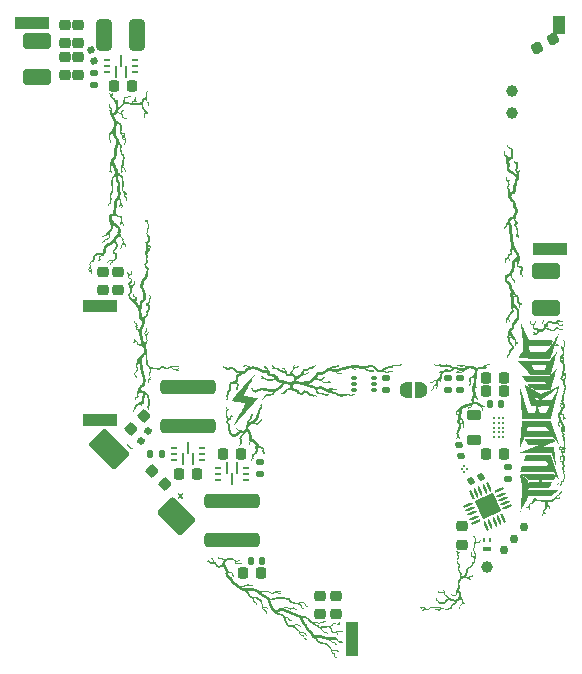
<source format=gbr>
%TF.GenerationSoftware,KiCad,Pcbnew,8.99.0-2194-gb3b7cbcab2*%
%TF.CreationDate,2024-09-04T20:38:51-04:00*%
%TF.ProjectId,thundervolt_hw1,7468756e-6465-4727-966f-6c745f687731,rev?*%
%TF.SameCoordinates,PX85b368ePY7384544*%
%TF.FileFunction,Soldermask,Top*%
%TF.FilePolarity,Negative*%
%FSLAX46Y46*%
G04 Gerber Fmt 4.6, Leading zero omitted, Abs format (unit mm)*
G04 Created by KiCad (PCBNEW 8.99.0-2194-gb3b7cbcab2) date 2024-09-04 20:38:51*
%MOMM*%
%LPD*%
G01*
G04 APERTURE LIST*
G04 Aperture macros list*
%AMRoundRect*
0 Rectangle with rounded corners*
0 $1 Rounding radius*
0 $2 $3 $4 $5 $6 $7 $8 $9 X,Y pos of 4 corners*
0 Add a 4 corners polygon primitive as box body*
4,1,4,$2,$3,$4,$5,$6,$7,$8,$9,$2,$3,0*
0 Add four circle primitives for the rounded corners*
1,1,$1+$1,$2,$3*
1,1,$1+$1,$4,$5*
1,1,$1+$1,$6,$7*
1,1,$1+$1,$8,$9*
0 Add four rect primitives between the rounded corners*
20,1,$1+$1,$2,$3,$4,$5,0*
20,1,$1+$1,$4,$5,$6,$7,0*
20,1,$1+$1,$6,$7,$8,$9,0*
20,1,$1+$1,$8,$9,$2,$3,0*%
%AMRotRect*
0 Rectangle, with rotation*
0 The origin of the aperture is its center*
0 $1 length*
0 $2 width*
0 $3 Rotation angle, in degrees counterclockwise*
0 Add horizontal line*
21,1,$1,$2,0,0,$3*%
%AMFreePoly0*
4,1,19,0.500000,-0.650000,0.000000,-0.650000,0.000000,-0.644911,-0.071157,-0.644911,-0.207708,-0.604816,-0.327430,-0.527875,-0.420627,-0.420320,-0.479746,-0.290866,-0.500000,-0.150000,-0.500000,0.150000,-0.479746,0.290866,-0.420627,0.420320,-0.327430,0.527875,-0.207708,0.604816,-0.071157,0.644911,0.000000,0.644911,0.000000,0.650000,0.500000,0.650000,0.500000,-0.650000,0.500000,-0.650000,
$1*%
%AMFreePoly1*
4,1,19,0.000000,0.644911,0.071157,0.644911,0.207708,0.604816,0.327430,0.527875,0.420627,0.420320,0.479746,0.290866,0.500000,0.150000,0.500000,-0.150000,0.479746,-0.290866,0.420627,-0.420320,0.327430,-0.527875,0.207708,-0.604816,0.071157,-0.644911,0.000000,-0.644911,0.000000,-0.650000,-0.500000,-0.650000,-0.500000,0.650000,0.000000,0.650000,0.000000,0.644911,0.000000,0.644911,
$1*%
%AMFreePoly2*
4,1,14,0.334644,0.085355,0.385355,0.034644,0.400000,-0.000711,0.400000,-0.050000,0.385355,-0.085355,0.350001,-0.100000,-0.350000,-0.100000,-0.385355,-0.085355,-0.400000,-0.050000,-0.400000,0.050000,-0.385355,0.085355,-0.350001,0.100000,0.299289,0.100000,0.334644,0.085355,0.334644,0.085355,$1*%
%AMFreePoly3*
4,1,14,0.385355,0.085355,0.400000,0.050000,0.400000,0.000711,0.385355,-0.034644,0.334644,-0.085355,0.299289,-0.100000,-0.350000,-0.100000,-0.385355,-0.085355,-0.400000,-0.050000,-0.400000,0.050000,-0.385355,0.085355,-0.350001,0.100000,0.350000,0.100000,0.385355,0.085355,0.385355,0.085355,$1*%
%AMFreePoly4*
4,1,14,0.085355,0.385355,0.100000,0.350001,0.100000,-0.350000,0.085355,-0.385355,0.050000,-0.400000,-0.050000,-0.400000,-0.085355,-0.385355,-0.100000,-0.350001,-0.100000,0.299289,-0.085355,0.334644,-0.034644,0.385355,0.000711,0.400000,0.050000,0.400000,0.085355,0.385355,0.085355,0.385355,$1*%
%AMFreePoly5*
4,1,14,0.034644,0.385355,0.085355,0.334644,0.100000,0.299289,0.100000,-0.350000,0.085355,-0.385355,0.050000,-0.400000,-0.050000,-0.400000,-0.085355,-0.385355,-0.100000,-0.350001,-0.100000,0.350000,-0.085355,0.385355,-0.050000,0.400000,-0.000711,0.400000,0.034644,0.385355,0.034644,0.385355,$1*%
%AMFreePoly6*
4,1,14,0.385355,0.085355,0.400000,0.050000,0.400000,-0.050000,0.385355,-0.085355,0.350001,-0.100000,-0.299289,-0.100000,-0.334644,-0.085355,-0.385355,-0.034644,-0.400000,0.000711,-0.400000,0.050000,-0.385355,0.085355,-0.350001,0.100000,0.350000,0.100000,0.385355,0.085355,0.385355,0.085355,$1*%
%AMFreePoly7*
4,1,14,0.385355,0.085355,0.400000,0.050000,0.400000,-0.050000,0.385355,-0.085355,0.350001,-0.100000,-0.350000,-0.100000,-0.385355,-0.085355,-0.400000,-0.050000,-0.400000,-0.000711,-0.385355,0.034644,-0.334644,0.085355,-0.299289,0.100000,0.350000,0.100000,0.385355,0.085355,0.385355,0.085355,$1*%
%AMFreePoly8*
4,1,14,0.085355,0.385355,0.100000,0.350001,0.100000,-0.299289,0.085355,-0.334644,0.034644,-0.385355,-0.000711,-0.400000,-0.050000,-0.400000,-0.085355,-0.385355,-0.100000,-0.350001,-0.100000,0.350000,-0.085355,0.385355,-0.050000,0.400000,0.050000,0.400000,0.085355,0.385355,0.085355,0.385355,$1*%
%AMFreePoly9*
4,1,14,0.085355,0.385355,0.100000,0.350001,0.100000,-0.350000,0.085355,-0.385355,0.050000,-0.400000,0.000711,-0.400000,-0.034644,-0.385355,-0.085355,-0.334644,-0.100000,-0.299289,-0.100000,0.350000,-0.085355,0.385355,-0.050000,0.400000,0.050000,0.400000,0.085355,0.385355,0.085355,0.385355,$1*%
G04 Aperture macros list end*
%ADD10C,0.000000*%
%ADD11C,0.180000*%
%ADD12RoundRect,0.062500X0.062500X0.137500X-0.062500X0.137500X-0.062500X-0.137500X0.062500X-0.137500X0*%
%ADD13RoundRect,0.100000X0.250000X0.100000X-0.250000X0.100000X-0.250000X-0.100000X0.250000X-0.100000X0*%
%ADD14RoundRect,0.218750X0.256250X-0.218750X0.256250X0.218750X-0.256250X0.218750X-0.256250X-0.218750X0*%
%ADD15R,3.000000X1.000000*%
%ADD16RoundRect,0.225000X0.069856X0.329006X-0.319856X0.104006X-0.069856X-0.329006X0.319856X-0.104006X0*%
%ADD17RoundRect,0.140000X-0.140000X-0.170000X0.140000X-0.170000X0.140000X0.170000X-0.140000X0.170000X0*%
%ADD18RoundRect,0.140000X-0.207631X0.073414X-0.111865X-0.189700X0.207631X-0.073414X0.111865X0.189700X0*%
%ADD19RoundRect,0.225000X0.225000X0.250000X-0.225000X0.250000X-0.225000X-0.250000X0.225000X-0.250000X0*%
%ADD20R,1.000000X3.000000*%
%ADD21RoundRect,0.225000X0.250000X-0.225000X0.250000X0.225000X-0.250000X0.225000X-0.250000X-0.225000X0*%
%ADD22RoundRect,0.295000X-2.055000X0.295000X-2.055000X-0.295000X2.055000X-0.295000X2.055000X0.295000X0*%
%ADD23RoundRect,0.135000X-0.185000X0.135000X-0.185000X-0.135000X0.185000X-0.135000X0.185000X0.135000X0*%
%ADD24RoundRect,0.135000X0.185000X-0.135000X0.185000X0.135000X-0.185000X0.135000X-0.185000X-0.135000X0*%
%ADD25RoundRect,0.250000X0.925000X-0.412500X0.925000X0.412500X-0.925000X0.412500X-0.925000X-0.412500X0*%
%ADD26RoundRect,0.225000X0.335876X0.017678X0.017678X0.335876X-0.335876X-0.017678X-0.017678X-0.335876X0*%
%ADD27RoundRect,0.140000X-0.055038X-0.213239X0.198728X-0.094906X0.055038X0.213239X-0.198728X0.094906X0*%
%ADD28C,0.750000*%
%ADD29RoundRect,0.140000X0.191728X-0.108353X0.143107X0.167393X-0.191728X0.108353X-0.143107X-0.167393X0*%
%ADD30C,1.000000*%
%ADD31RoundRect,0.250000X-0.925000X0.412500X-0.925000X-0.412500X0.925000X-0.412500X0.925000X0.412500X0*%
%ADD32FreePoly0,0.000000*%
%ADD33FreePoly1,0.000000*%
%ADD34RoundRect,0.140000X-0.058955X0.212189X-0.219557X-0.017173X0.058955X-0.212189X0.219557X0.017173X0*%
%ADD35RoundRect,0.225000X-0.250000X0.225000X-0.250000X-0.225000X0.250000X-0.225000X0.250000X0.225000X0*%
%ADD36RoundRect,0.295000X2.055000X-0.295000X2.055000X0.295000X-2.055000X0.295000X-2.055000X-0.295000X0*%
%ADD37RoundRect,0.225000X-0.225000X-0.250000X0.225000X-0.250000X0.225000X0.250000X-0.225000X0.250000X0*%
%ADD38RoundRect,0.062500X-0.212500X0.062500X-0.212500X-0.062500X0.212500X-0.062500X0.212500X0.062500X0*%
%ADD39RoundRect,0.050000X-0.050000X-0.425000X0.050000X-0.425000X0.050000X0.425000X-0.050000X0.425000X0*%
%ADD40RoundRect,0.135000X0.135000X0.185000X-0.135000X0.185000X-0.135000X-0.185000X0.135000X-0.185000X0*%
%ADD41RoundRect,0.062500X0.212500X-0.062500X0.212500X0.062500X-0.212500X0.062500X-0.212500X-0.062500X0*%
%ADD42RoundRect,0.050000X0.050000X0.425000X-0.050000X0.425000X-0.050000X-0.425000X0.050000X-0.425000X0*%
%ADD43RoundRect,0.140000X0.140000X0.170000X-0.140000X0.170000X-0.140000X-0.170000X0.140000X-0.170000X0*%
%ADD44R,1.000000X1.500000*%
%ADD45RoundRect,0.225000X-0.017678X0.335876X-0.335876X0.017678X0.017678X-0.335876X0.335876X-0.017678X0*%
%ADD46C,0.200000*%
%ADD47C,0.208000*%
%ADD48FreePoly2,295.000000*%
%ADD49RoundRect,0.050000X-0.193232X0.296077X0.102601X-0.338339X0.193232X-0.296077X-0.102601X0.338339X0*%
%ADD50FreePoly3,295.000000*%
%ADD51FreePoly4,295.000000*%
%ADD52RoundRect,0.050000X-0.338339X-0.102601X-0.296077X-0.193232X0.338339X0.102601X0.296077X0.193232X0*%
%ADD53FreePoly5,295.000000*%
%ADD54FreePoly6,295.000000*%
%ADD55FreePoly7,295.000000*%
%ADD56FreePoly8,295.000000*%
%ADD57FreePoly9,295.000000*%
%ADD58RotRect,1.700000X1.700000X295.000000*%
%ADD59RoundRect,0.075000X0.162500X-0.075000X0.162500X0.075000X-0.162500X0.075000X-0.162500X-0.075000X0*%
%ADD60RoundRect,0.325000X0.325000X1.025000X-0.325000X1.025000X-0.325000X-1.025000X0.325000X-1.025000X0*%
%ADD61RoundRect,0.140000X0.170000X-0.140000X0.170000X0.140000X-0.170000X0.140000X-0.170000X-0.140000X0*%
%ADD62RoundRect,0.218750X0.381250X-0.218750X0.381250X0.218750X-0.381250X0.218750X-0.381250X-0.218750X0*%
G04 APERTURE END LIST*
D10*
G36*
X24277739Y19806172D02*
G01*
X24276134Y19793514D01*
X24250607Y19692747D01*
X24029807Y18888576D01*
X23772716Y17952613D01*
X23763673Y17916233D01*
X23273702Y17916233D01*
X22043131Y17916233D01*
X22009310Y17952613D01*
X21823119Y18165317D01*
X21485678Y18556144D01*
X21315573Y18754398D01*
X22189919Y18754398D01*
X22192370Y18748276D01*
X22199398Y18734024D01*
X22225207Y18684830D01*
X22263402Y18614196D01*
X22310040Y18529504D01*
X22430136Y18313108D01*
X23273702Y18313108D01*
X23288663Y18369332D01*
X23312201Y18455673D01*
X23347780Y18584306D01*
X23365002Y18646728D01*
X23379245Y18699338D01*
X23389028Y18736599D01*
X23391783Y18747745D01*
X23392868Y18752978D01*
X23380765Y18754971D01*
X23345724Y18756830D01*
X23216692Y18759985D01*
X23025491Y18762116D01*
X22791845Y18762899D01*
X22558128Y18762228D01*
X22366734Y18760402D01*
X22293081Y18759143D01*
X22237414Y18757699D01*
X22202204Y18756106D01*
X22193041Y18755264D01*
X22189919Y18754398D01*
X21315573Y18754398D01*
X21161405Y18934077D01*
X21014719Y19108099D01*
X21014720Y19108106D01*
X21110884Y19113000D01*
X21385020Y19116832D01*
X22357480Y19120326D01*
X23704659Y19120576D01*
X23988001Y19464302D01*
X24098361Y19597759D01*
X24189397Y19707045D01*
X24251669Y19780884D01*
X24269068Y19800989D01*
X24273816Y19806220D01*
X24275735Y19808003D01*
X24277739Y19806172D01*
G37*
G36*
X11132733Y18837745D02*
G01*
X11138872Y18837303D01*
X11144738Y18836485D01*
X11150302Y18835291D01*
X11155534Y18833721D01*
X11160405Y18831775D01*
X11164886Y18829450D01*
X11168948Y18826748D01*
X11172562Y18823667D01*
X11175697Y18820206D01*
X11178325Y18816366D01*
X11180417Y18812146D01*
X11181943Y18807546D01*
X11182875Y18802563D01*
X11183181Y18797199D01*
X11182835Y18791453D01*
X11182266Y18787124D01*
X11181588Y18783212D01*
X11180772Y18779695D01*
X11180304Y18778077D01*
X11179791Y18776548D01*
X11179230Y18775106D01*
X11178617Y18773748D01*
X11177949Y18772470D01*
X11177223Y18771270D01*
X11176435Y18770145D01*
X11175581Y18769092D01*
X11174658Y18768108D01*
X11173664Y18767190D01*
X11172593Y18766334D01*
X11171443Y18765539D01*
X11170210Y18764800D01*
X11168891Y18764116D01*
X11167483Y18763482D01*
X11165982Y18762897D01*
X11164384Y18762357D01*
X11162686Y18761859D01*
X11160885Y18761400D01*
X11158976Y18760978D01*
X11154826Y18760230D01*
X11150206Y18759591D01*
X11145091Y18759038D01*
X11138213Y18758317D01*
X11132177Y18757543D01*
X11126967Y18756685D01*
X11122568Y18755714D01*
X11120668Y18755177D01*
X11118966Y18754600D01*
X11117458Y18753979D01*
X11116144Y18753311D01*
X11115021Y18752593D01*
X11114087Y18751820D01*
X11113342Y18750988D01*
X11112781Y18750094D01*
X11112405Y18749134D01*
X11112211Y18748104D01*
X11112196Y18747001D01*
X11112360Y18745820D01*
X11112700Y18744559D01*
X11113214Y18743212D01*
X11113900Y18741777D01*
X11114757Y18740250D01*
X11115783Y18738627D01*
X11116975Y18736904D01*
X11119852Y18733143D01*
X11123373Y18728938D01*
X11127522Y18724258D01*
X11129473Y18721973D01*
X11131248Y18719628D01*
X11132844Y18717225D01*
X11134261Y18714770D01*
X11135498Y18712265D01*
X11136555Y18709714D01*
X11137430Y18707122D01*
X11138124Y18704491D01*
X11138634Y18701826D01*
X11138960Y18699131D01*
X11139101Y18696408D01*
X11139057Y18693662D01*
X11138826Y18690896D01*
X11138408Y18688115D01*
X11137802Y18685322D01*
X11137007Y18682520D01*
X11135766Y18678828D01*
X11135135Y18677146D01*
X11134488Y18675570D01*
X11133817Y18674099D01*
X11133115Y18672730D01*
X11132373Y18671462D01*
X11131586Y18670291D01*
X11130744Y18669216D01*
X11129841Y18668235D01*
X11128869Y18667345D01*
X11127821Y18666545D01*
X11126689Y18665833D01*
X11125467Y18665205D01*
X11124145Y18664661D01*
X11122718Y18664197D01*
X11121177Y18663812D01*
X11119515Y18663504D01*
X11117724Y18663271D01*
X11115798Y18663110D01*
X11113729Y18663019D01*
X11111508Y18662996D01*
X11109129Y18663040D01*
X11106585Y18663147D01*
X11103867Y18663316D01*
X11100969Y18663544D01*
X11094601Y18664172D01*
X11087420Y18665013D01*
X11079368Y18666049D01*
X11072784Y18666853D01*
X11066482Y18667477D01*
X11060444Y18667920D01*
X11054655Y18668179D01*
X11049097Y18668253D01*
X11043753Y18668139D01*
X11038608Y18667836D01*
X11033643Y18667341D01*
X11028844Y18666653D01*
X11024192Y18665769D01*
X11019671Y18664687D01*
X11015264Y18663406D01*
X11010955Y18661923D01*
X11006727Y18660237D01*
X11002564Y18658344D01*
X10998447Y18656245D01*
X10993587Y18653877D01*
X10988157Y18651738D01*
X10982025Y18649818D01*
X10975055Y18648109D01*
X10967113Y18646600D01*
X10958067Y18645282D01*
X10947781Y18644145D01*
X10936122Y18643180D01*
X10922955Y18642377D01*
X10908147Y18641727D01*
X10891563Y18641220D01*
X10873070Y18640846D01*
X10829818Y18640462D01*
X10777320Y18640498D01*
X10698502Y18640082D01*
X10624723Y18638411D01*
X10564251Y18635753D01*
X10541588Y18634137D01*
X10525352Y18632373D01*
X10515145Y18630851D01*
X10505967Y18629330D01*
X10497680Y18627728D01*
X10490145Y18625960D01*
X10483227Y18623943D01*
X10476787Y18621596D01*
X10473703Y18620271D01*
X10470688Y18618833D01*
X10467723Y18617270D01*
X10464793Y18615572D01*
X10458964Y18611730D01*
X10453064Y18607223D01*
X10446955Y18601969D01*
X10440500Y18595883D01*
X10433562Y18588883D01*
X10426004Y18580886D01*
X10408474Y18561565D01*
X10353062Y18499610D01*
X10263565Y18506217D01*
X10244856Y18507822D01*
X10225990Y18509858D01*
X10207482Y18512241D01*
X10189843Y18514889D01*
X10173590Y18517719D01*
X10159234Y18520646D01*
X10147291Y18523589D01*
X10142385Y18525040D01*
X10138274Y18526464D01*
X10132522Y18528624D01*
X10127371Y18530472D01*
X10122774Y18532000D01*
X10118679Y18533203D01*
X10115038Y18534071D01*
X10111799Y18534599D01*
X10110316Y18534733D01*
X10108915Y18534779D01*
X10107589Y18534736D01*
X10106334Y18534603D01*
X10105142Y18534380D01*
X10104007Y18534065D01*
X10102923Y18533657D01*
X10101884Y18533157D01*
X10100884Y18532562D01*
X10099916Y18531872D01*
X10098974Y18531085D01*
X10098053Y18530202D01*
X10096244Y18528141D01*
X10094440Y18525681D01*
X10092592Y18522816D01*
X10090650Y18519537D01*
X10089252Y18517232D01*
X10087517Y18514582D01*
X10083134Y18508368D01*
X10077699Y18501144D01*
X10071414Y18493162D01*
X10064479Y18484669D01*
X10057094Y18475917D01*
X10049460Y18467155D01*
X10041778Y18458632D01*
X10036127Y18452612D01*
X10030681Y18447114D01*
X10025359Y18442094D01*
X10020079Y18437512D01*
X10014762Y18433326D01*
X10009326Y18429494D01*
X10003690Y18425976D01*
X9997774Y18422730D01*
X9991497Y18419713D01*
X9984778Y18416885D01*
X9977536Y18414204D01*
X9969690Y18411629D01*
X9961160Y18409118D01*
X9951864Y18406629D01*
X9941722Y18404121D01*
X9930653Y18401553D01*
X9914152Y18397585D01*
X9895625Y18392714D01*
X9875704Y18387130D01*
X9855016Y18381024D01*
X9834192Y18374586D01*
X9813861Y18368006D01*
X9794652Y18361474D01*
X9777195Y18355180D01*
X9744496Y18343107D01*
X9714142Y18332137D01*
X9689517Y18323479D01*
X9674009Y18318343D01*
X9671513Y18317538D01*
X9669150Y18316677D01*
X9666922Y18315766D01*
X9664831Y18314810D01*
X9662877Y18313814D01*
X9661062Y18312784D01*
X9659387Y18311725D01*
X9657854Y18310643D01*
X9656464Y18309542D01*
X9655219Y18308427D01*
X9654119Y18307306D01*
X9653167Y18306181D01*
X9652363Y18305060D01*
X9651709Y18303947D01*
X9651206Y18302848D01*
X9650856Y18301767D01*
X9650659Y18300711D01*
X9650618Y18299684D01*
X9650734Y18298692D01*
X9651008Y18297741D01*
X9651441Y18296835D01*
X9652035Y18295980D01*
X9652791Y18295180D01*
X9653710Y18294443D01*
X9654795Y18293772D01*
X9656045Y18293174D01*
X9657464Y18292653D01*
X9659051Y18292214D01*
X9660808Y18291864D01*
X9662737Y18291607D01*
X9664839Y18291450D01*
X9667116Y18291396D01*
X9668022Y18291354D01*
X9668995Y18291229D01*
X9670030Y18291025D01*
X9671126Y18290741D01*
X9673485Y18289948D01*
X9676049Y18288866D01*
X9678792Y18287511D01*
X9681692Y18285901D01*
X9684724Y18284051D01*
X9687864Y18281978D01*
X9691087Y18279698D01*
X9694371Y18277228D01*
X9697691Y18274585D01*
X9701022Y18271784D01*
X9704342Y18268842D01*
X9707625Y18265776D01*
X9710847Y18262602D01*
X9713986Y18259336D01*
X9717333Y18255968D01*
X9721170Y18252494D01*
X9725451Y18248940D01*
X9730131Y18245334D01*
X9735165Y18241701D01*
X9740510Y18238068D01*
X9746120Y18234461D01*
X9751951Y18230908D01*
X9757958Y18227435D01*
X9764096Y18224068D01*
X9770320Y18220834D01*
X9776586Y18217759D01*
X9782849Y18214869D01*
X9789065Y18212193D01*
X9795188Y18209755D01*
X9801175Y18207582D01*
X9813346Y18203278D01*
X9826000Y18198591D01*
X9838768Y18193671D01*
X9851280Y18188668D01*
X9863165Y18183735D01*
X9874055Y18179020D01*
X9883578Y18174675D01*
X9891365Y18170850D01*
X9899501Y18166732D01*
X9906928Y18163223D01*
X9913786Y18160344D01*
X9917047Y18159148D01*
X9920218Y18158118D01*
X9923318Y18157257D01*
X9926363Y18156567D01*
X9929373Y18156052D01*
X9932363Y18155714D01*
X9935353Y18155555D01*
X9938359Y18155580D01*
X9941398Y18155789D01*
X9944490Y18156187D01*
X9947651Y18156776D01*
X9950899Y18157559D01*
X9954251Y18158539D01*
X9957725Y18159717D01*
X9961339Y18161098D01*
X9965110Y18162684D01*
X9973195Y18166481D01*
X9982120Y18171132D01*
X9992027Y18176657D01*
X10003055Y18183080D01*
X10015347Y18190423D01*
X10028080Y18197581D01*
X10042270Y18204649D01*
X10057671Y18211562D01*
X10074038Y18218250D01*
X10091126Y18224648D01*
X10108689Y18230688D01*
X10126482Y18236302D01*
X10144261Y18241424D01*
X10161779Y18245985D01*
X10178791Y18249920D01*
X10195052Y18253159D01*
X10210317Y18255637D01*
X10224340Y18257285D01*
X10236876Y18258037D01*
X10247680Y18257825D01*
X10256507Y18256582D01*
X10270528Y18253108D01*
X10285333Y18248973D01*
X10316397Y18239105D01*
X10347902Y18227736D01*
X10378055Y18215627D01*
X10405059Y18203538D01*
X10416820Y18197738D01*
X10427121Y18192229D01*
X10435738Y18187104D01*
X10442445Y18182459D01*
X10447019Y18178389D01*
X10448436Y18176600D01*
X10449236Y18174989D01*
X10450587Y18170306D01*
X10451601Y18165838D01*
X10452282Y18161587D01*
X10452633Y18157554D01*
X10452659Y18153741D01*
X10452362Y18150147D01*
X10451747Y18146776D01*
X10450817Y18143628D01*
X10449576Y18140704D01*
X10448027Y18138005D01*
X10446173Y18135533D01*
X10444019Y18133290D01*
X10441569Y18131275D01*
X10438825Y18129491D01*
X10435791Y18127939D01*
X10432471Y18126621D01*
X10428869Y18125536D01*
X10424988Y18124687D01*
X10420832Y18124075D01*
X10416404Y18123701D01*
X10411708Y18123566D01*
X10406748Y18123672D01*
X10401527Y18124020D01*
X10396050Y18124611D01*
X10390318Y18125447D01*
X10384337Y18126528D01*
X10378109Y18127856D01*
X10371639Y18129432D01*
X10364930Y18131257D01*
X10357985Y18133333D01*
X10350808Y18135661D01*
X10343404Y18138243D01*
X10334294Y18141276D01*
X10324772Y18143985D01*
X10314961Y18146366D01*
X10304984Y18148410D01*
X10294964Y18150113D01*
X10285024Y18151468D01*
X10275289Y18152469D01*
X10265881Y18153110D01*
X10256924Y18153384D01*
X10248542Y18153286D01*
X10240856Y18152809D01*
X10233992Y18151948D01*
X10228071Y18150695D01*
X10223218Y18149046D01*
X10221231Y18148070D01*
X10219556Y18146993D01*
X10218210Y18145813D01*
X10217208Y18144531D01*
X10216851Y18144039D01*
X10216371Y18143522D01*
X10215772Y18142980D01*
X10215059Y18142415D01*
X10213302Y18141223D01*
X10211128Y18139957D01*
X10208563Y18138626D01*
X10205637Y18137243D01*
X10202378Y18135819D01*
X10198812Y18134364D01*
X10194969Y18132889D01*
X10190876Y18131406D01*
X10186561Y18129926D01*
X10182053Y18128460D01*
X10177378Y18127018D01*
X10172566Y18125612D01*
X10167644Y18124254D01*
X10162639Y18122953D01*
X10157383Y18121510D01*
X10151720Y18119735D01*
X10145703Y18117653D01*
X10139387Y18115288D01*
X10126063Y18109812D01*
X10112173Y18103508D01*
X10098140Y18096577D01*
X10084387Y18089219D01*
X10071337Y18081636D01*
X10065208Y18077822D01*
X10059414Y18074026D01*
X10051186Y18068565D01*
X10043512Y18063654D01*
X10036309Y18059266D01*
X10029491Y18055374D01*
X10022977Y18051951D01*
X10016681Y18048969D01*
X10010521Y18046401D01*
X10004413Y18044219D01*
X9998273Y18042396D01*
X9992017Y18040906D01*
X9985561Y18039719D01*
X9978823Y18038810D01*
X9971718Y18038150D01*
X9964163Y18037713D01*
X9956073Y18037471D01*
X9947366Y18037396D01*
X9940643Y18037488D01*
X9933880Y18037762D01*
X9927098Y18038213D01*
X9920317Y18038836D01*
X9913558Y18039628D01*
X9906843Y18040585D01*
X9900193Y18041701D01*
X9893627Y18042972D01*
X9887168Y18044395D01*
X9880836Y18045965D01*
X9874651Y18047677D01*
X9868636Y18049527D01*
X9862811Y18051511D01*
X9857196Y18053625D01*
X9851813Y18055864D01*
X9846682Y18058224D01*
X9836750Y18062851D01*
X9824992Y18068025D01*
X9811845Y18073572D01*
X9797743Y18079316D01*
X9783122Y18085083D01*
X9768419Y18090698D01*
X9754067Y18095988D01*
X9740503Y18100777D01*
X9733925Y18103129D01*
X9727247Y18105688D01*
X9713778Y18111325D01*
X9700469Y18117491D01*
X9687694Y18123986D01*
X9675827Y18130611D01*
X9670350Y18133910D01*
X9665241Y18137167D01*
X9660545Y18140357D01*
X9656310Y18143455D01*
X9652581Y18146437D01*
X9649407Y18149277D01*
X9644465Y18153983D01*
X9639981Y18158086D01*
X9637850Y18159917D01*
X9635762Y18161606D01*
X9633691Y18163155D01*
X9631613Y18164566D01*
X9629504Y18165844D01*
X9627341Y18166989D01*
X9625098Y18168006D01*
X9622751Y18168897D01*
X9620277Y18169665D01*
X9617651Y18170313D01*
X9614849Y18170842D01*
X9611846Y18171257D01*
X9608619Y18171560D01*
X9605142Y18171754D01*
X9601393Y18171841D01*
X9597346Y18171825D01*
X9592977Y18171708D01*
X9588263Y18171492D01*
X9583178Y18171182D01*
X9577699Y18170779D01*
X9565462Y18169706D01*
X9551356Y18168298D01*
X9516765Y18164561D01*
X9448604Y18157483D01*
X9387686Y18152008D01*
X9333969Y18148135D01*
X9287409Y18145863D01*
X9247964Y18145189D01*
X9215590Y18146112D01*
X9190246Y18148632D01*
X9180197Y18150489D01*
X9171889Y18152745D01*
X9167825Y18154243D01*
X9163403Y18156160D01*
X9158666Y18158469D01*
X9153657Y18161138D01*
X9148420Y18164139D01*
X9142996Y18167442D01*
X9137430Y18171016D01*
X9131764Y18174833D01*
X9126041Y18178863D01*
X9120305Y18183077D01*
X9114597Y18187443D01*
X9108962Y18191934D01*
X9103442Y18196519D01*
X9098080Y18201169D01*
X9092919Y18205854D01*
X9088003Y18210544D01*
X9082934Y18215354D01*
X9077325Y18220391D01*
X9071233Y18225613D01*
X9064718Y18230980D01*
X9050649Y18241978D01*
X9035581Y18253054D01*
X9019980Y18263876D01*
X9004312Y18274111D01*
X8989039Y18283427D01*
X8981698Y18287637D01*
X8974629Y18291493D01*
X8961026Y18299142D01*
X8947381Y18307662D01*
X8933772Y18316971D01*
X8920279Y18326988D01*
X8906982Y18337633D01*
X8893959Y18348825D01*
X8881291Y18360484D01*
X8869055Y18372528D01*
X8857333Y18384877D01*
X8846202Y18397450D01*
X8835743Y18410166D01*
X8826034Y18422945D01*
X8817155Y18435705D01*
X8809185Y18448367D01*
X8802204Y18460848D01*
X8796291Y18473070D01*
X8793852Y18478052D01*
X8790995Y18482961D01*
X8787731Y18487792D01*
X8784069Y18492541D01*
X8780018Y18497203D01*
X8775590Y18501775D01*
X8770792Y18506252D01*
X8765636Y18510630D01*
X8760131Y18514904D01*
X8754287Y18519071D01*
X8748113Y18523127D01*
X8741620Y18527066D01*
X8734818Y18530885D01*
X8727715Y18534580D01*
X8712650Y18541579D01*
X8696503Y18548030D01*
X8679352Y18553898D01*
X8661277Y18559150D01*
X8642356Y18563752D01*
X8622668Y18567670D01*
X8602290Y18570871D01*
X8581301Y18573320D01*
X8559780Y18574984D01*
X8533284Y18576263D01*
X8521640Y18576500D01*
X8510677Y18576383D01*
X8500101Y18575851D01*
X8489621Y18574839D01*
X8478945Y18573285D01*
X8467780Y18571127D01*
X8455835Y18568300D01*
X8442818Y18564742D01*
X8428435Y18560390D01*
X8412395Y18555181D01*
X8394407Y18549051D01*
X8374177Y18541939D01*
X8325825Y18524512D01*
X8266535Y18502813D01*
X8217466Y18484547D01*
X8183720Y18471635D01*
X8174186Y18467786D01*
X8170396Y18465997D01*
X8169782Y18465119D01*
X8169437Y18463945D01*
X8169351Y18462494D01*
X8169511Y18460782D01*
X8169908Y18458825D01*
X8170529Y18456642D01*
X8172402Y18451662D01*
X8175040Y18445979D01*
X8178355Y18439730D01*
X8182257Y18433050D01*
X8186657Y18426077D01*
X8191466Y18418947D01*
X8196595Y18411795D01*
X8201955Y18404760D01*
X8207457Y18397977D01*
X8213011Y18391583D01*
X8218528Y18385714D01*
X8223920Y18380507D01*
X8229097Y18376098D01*
X8233633Y18372625D01*
X8237948Y18369541D01*
X8242110Y18366835D01*
X8246189Y18364493D01*
X8248219Y18363454D01*
X8250254Y18362501D01*
X8252302Y18361633D01*
X8254372Y18360847D01*
X8256473Y18360143D01*
X8258614Y18359518D01*
X8260802Y18358972D01*
X8263046Y18358501D01*
X8265356Y18358105D01*
X8267740Y18357782D01*
X8270206Y18357531D01*
X8272762Y18357349D01*
X8278183Y18357188D01*
X8284070Y18357287D01*
X8290493Y18357631D01*
X8297520Y18358209D01*
X8305220Y18359007D01*
X8313662Y18360012D01*
X8322673Y18361090D01*
X8330823Y18361937D01*
X8338226Y18362523D01*
X8344995Y18362820D01*
X8351244Y18362798D01*
X8357086Y18362428D01*
X8362634Y18361680D01*
X8368001Y18360527D01*
X8373301Y18358938D01*
X8378647Y18356885D01*
X8384152Y18354339D01*
X8389930Y18351269D01*
X8396094Y18347648D01*
X8402757Y18343446D01*
X8410032Y18338634D01*
X8418034Y18333183D01*
X8423135Y18329567D01*
X8428300Y18325701D01*
X8433494Y18321620D01*
X8438680Y18317360D01*
X8443824Y18312955D01*
X8448890Y18308441D01*
X8453842Y18303851D01*
X8458645Y18299222D01*
X8463263Y18294588D01*
X8467660Y18289985D01*
X8471801Y18285446D01*
X8475651Y18281008D01*
X8479173Y18276704D01*
X8482333Y18272571D01*
X8485094Y18268643D01*
X8487421Y18264955D01*
X8507768Y18230470D01*
X8543176Y18248522D01*
X8550886Y18252618D01*
X8559231Y18257346D01*
X8567948Y18262538D01*
X8576771Y18268026D01*
X8585434Y18273642D01*
X8593673Y18279216D01*
X8601223Y18284581D01*
X8607818Y18289569D01*
X8612037Y18292751D01*
X8616263Y18295652D01*
X8620538Y18298280D01*
X8624905Y18300648D01*
X8629406Y18302765D01*
X8634084Y18304642D01*
X8638982Y18306291D01*
X8644142Y18307720D01*
X8649606Y18308942D01*
X8655418Y18309966D01*
X8661619Y18310804D01*
X8668252Y18311465D01*
X8675360Y18311961D01*
X8682986Y18312303D01*
X8691171Y18312499D01*
X8699959Y18312563D01*
X8720180Y18312393D01*
X8728676Y18312089D01*
X8736286Y18311557D01*
X8743152Y18310735D01*
X8749417Y18309563D01*
X8752368Y18308826D01*
X8755223Y18307979D01*
X8757999Y18307013D01*
X8760714Y18305921D01*
X8763385Y18304696D01*
X8766031Y18303329D01*
X8771317Y18300141D01*
X8776715Y18296295D01*
X8782367Y18291731D01*
X8788417Y18286386D01*
X8795005Y18280200D01*
X8810371Y18265059D01*
X8817021Y18258323D01*
X8823047Y18252029D01*
X8828472Y18246136D01*
X8833318Y18240606D01*
X8837609Y18235399D01*
X8841365Y18230477D01*
X8844610Y18225801D01*
X8847367Y18221331D01*
X8849657Y18217029D01*
X8851503Y18212856D01*
X8852928Y18208772D01*
X8853953Y18204738D01*
X8854602Y18200716D01*
X8854897Y18196667D01*
X8854860Y18192551D01*
X8854514Y18188330D01*
X8854002Y18184859D01*
X8853290Y18181567D01*
X8852387Y18178456D01*
X8851300Y18175527D01*
X8850039Y18172782D01*
X8848612Y18170222D01*
X8847027Y18167849D01*
X8845293Y18165665D01*
X8843418Y18163671D01*
X8841411Y18161870D01*
X8839280Y18160261D01*
X8837034Y18158848D01*
X8834681Y18157632D01*
X8832229Y18156615D01*
X8829687Y18155797D01*
X8827064Y18155182D01*
X8824368Y18154770D01*
X8821607Y18154562D01*
X8818790Y18154562D01*
X8815925Y18154770D01*
X8813021Y18155187D01*
X8810086Y18155817D01*
X8807129Y18156659D01*
X8804158Y18157717D01*
X8801181Y18158991D01*
X8798208Y18160483D01*
X8795246Y18162194D01*
X8792304Y18164127D01*
X8789390Y18166283D01*
X8786514Y18168664D01*
X8783682Y18171271D01*
X8780905Y18174106D01*
X8778528Y18176470D01*
X8775929Y18178704D01*
X8773124Y18180809D01*
X8770127Y18182784D01*
X8766951Y18184626D01*
X8763612Y18186337D01*
X8756501Y18189357D01*
X8748910Y18191836D01*
X8740955Y18193767D01*
X8732750Y18195142D01*
X8724411Y18195955D01*
X8716055Y18196198D01*
X8707797Y18195863D01*
X8699752Y18194944D01*
X8692036Y18193433D01*
X8688338Y18192454D01*
X8684766Y18191323D01*
X8681333Y18190041D01*
X8678055Y18188606D01*
X8674946Y18187018D01*
X8672021Y18185275D01*
X8669294Y18183377D01*
X8666779Y18181323D01*
X8658348Y18174244D01*
X8649260Y18167355D01*
X8639602Y18160693D01*
X8629461Y18154295D01*
X8618924Y18148198D01*
X8608077Y18142438D01*
X8597007Y18137052D01*
X8585802Y18132077D01*
X8574548Y18127549D01*
X8563331Y18123506D01*
X8552240Y18119985D01*
X8541361Y18117021D01*
X8530780Y18114651D01*
X8520585Y18112914D01*
X8510862Y18111844D01*
X8501698Y18111479D01*
X8494470Y18111549D01*
X8487786Y18111771D01*
X8481594Y18112167D01*
X8475840Y18112756D01*
X8470473Y18113560D01*
X8465438Y18114599D01*
X8460682Y18115893D01*
X8456154Y18117463D01*
X8451798Y18119329D01*
X8447564Y18121512D01*
X8443396Y18124033D01*
X8439244Y18126911D01*
X8435052Y18130168D01*
X8430769Y18133824D01*
X8426341Y18137900D01*
X8421715Y18142415D01*
X8418564Y18145650D01*
X8415501Y18148958D01*
X8412542Y18152315D01*
X8409703Y18155697D01*
X8407000Y18159079D01*
X8404449Y18162438D01*
X8402066Y18165750D01*
X8399866Y18168990D01*
X8397866Y18172134D01*
X8396081Y18175159D01*
X8394527Y18178039D01*
X8393220Y18180752D01*
X8392176Y18183273D01*
X8391410Y18185577D01*
X8390940Y18187641D01*
X8390779Y18189440D01*
X8390651Y18192211D01*
X8390270Y18194918D01*
X8389639Y18197559D01*
X8388762Y18200132D01*
X8387641Y18202636D01*
X8386282Y18205069D01*
X8384687Y18207430D01*
X8382859Y18209717D01*
X8380803Y18211928D01*
X8378522Y18214063D01*
X8376018Y18216120D01*
X8373297Y18218096D01*
X8370361Y18219991D01*
X8367214Y18221803D01*
X8363859Y18223531D01*
X8360299Y18225172D01*
X8356540Y18226726D01*
X8352583Y18228191D01*
X8348432Y18229565D01*
X8344092Y18230847D01*
X8339565Y18232035D01*
X8334854Y18233128D01*
X8329965Y18234124D01*
X8324899Y18235022D01*
X8319660Y18235820D01*
X8314253Y18236516D01*
X8308680Y18237110D01*
X8302945Y18237599D01*
X8297052Y18237982D01*
X8291003Y18238257D01*
X8284804Y18238424D01*
X8278456Y18238479D01*
X8268309Y18238540D01*
X8259021Y18238740D01*
X8250491Y18239113D01*
X8242614Y18239688D01*
X8235289Y18240497D01*
X8228413Y18241571D01*
X8221884Y18242940D01*
X8215597Y18244636D01*
X8209452Y18246690D01*
X8203344Y18249132D01*
X8197172Y18251993D01*
X8190832Y18255305D01*
X8184223Y18259099D01*
X8177240Y18263405D01*
X8169783Y18268254D01*
X8161747Y18273678D01*
X8155919Y18277807D01*
X8150117Y18282193D01*
X8144362Y18286814D01*
X8138675Y18291646D01*
X8133078Y18296667D01*
X8127592Y18301855D01*
X8122238Y18307185D01*
X8117037Y18312636D01*
X8112010Y18318184D01*
X8107179Y18323808D01*
X8102564Y18329483D01*
X8098188Y18335187D01*
X8094070Y18340898D01*
X8090233Y18346592D01*
X8086698Y18352248D01*
X8083485Y18357841D01*
X8077943Y18367828D01*
X8072479Y18377438D01*
X8067236Y18386439D01*
X8062353Y18394600D01*
X8057970Y18401689D01*
X8054230Y18407477D01*
X8051271Y18411730D01*
X8050128Y18413209D01*
X8049234Y18414219D01*
X8048671Y18414596D01*
X8047752Y18414962D01*
X8044886Y18415661D01*
X8040713Y18416313D01*
X8035306Y18416915D01*
X8021097Y18417960D01*
X8002864Y18418776D01*
X7981212Y18419341D01*
X7956746Y18419635D01*
X7930070Y18419636D01*
X7901790Y18419323D01*
X7841862Y18419058D01*
X7814160Y18419632D01*
X7787336Y18420781D01*
X7760913Y18422582D01*
X7734420Y18425112D01*
X7707381Y18428449D01*
X7679323Y18432670D01*
X7649772Y18437852D01*
X7618254Y18444072D01*
X7584295Y18451409D01*
X7547421Y18459939D01*
X7463033Y18480889D01*
X7361298Y18507540D01*
X7215524Y18546321D01*
X7131986Y18528369D01*
X7048447Y18510418D01*
X7070312Y18480847D01*
X7073632Y18476521D01*
X7076937Y18472580D01*
X7078601Y18470746D01*
X7080280Y18469000D01*
X7081982Y18467339D01*
X7083713Y18465759D01*
X7085481Y18464257D01*
X7087291Y18462831D01*
X7089151Y18461477D01*
X7091067Y18460192D01*
X7093045Y18458974D01*
X7095093Y18457820D01*
X7097218Y18456726D01*
X7099425Y18455689D01*
X7101721Y18454707D01*
X7104114Y18453776D01*
X7106610Y18452894D01*
X7109215Y18452057D01*
X7111937Y18451263D01*
X7114781Y18450509D01*
X7120865Y18449106D01*
X7127522Y18447825D01*
X7134803Y18446642D01*
X7142763Y18445534D01*
X7151455Y18444476D01*
X7185043Y18440201D01*
X7199945Y18437953D01*
X7213633Y18435616D01*
X7226141Y18433180D01*
X7237502Y18430631D01*
X7247752Y18427959D01*
X7256925Y18425153D01*
X7265054Y18422200D01*
X7272175Y18419091D01*
X7278321Y18415812D01*
X7283527Y18412353D01*
X7287828Y18408702D01*
X7291257Y18404848D01*
X7293850Y18400780D01*
X7295640Y18396485D01*
X7296554Y18393316D01*
X7297260Y18390229D01*
X7297763Y18387226D01*
X7298064Y18384309D01*
X7298168Y18381483D01*
X7298077Y18378748D01*
X7297795Y18376107D01*
X7297325Y18373565D01*
X7296669Y18371121D01*
X7295832Y18368781D01*
X7294816Y18366546D01*
X7293624Y18364418D01*
X7292260Y18362401D01*
X7290726Y18360497D01*
X7289027Y18358708D01*
X7287164Y18357038D01*
X7285142Y18355489D01*
X7282963Y18354063D01*
X7280631Y18352763D01*
X7278148Y18351593D01*
X7275518Y18350553D01*
X7272745Y18349647D01*
X7269830Y18348878D01*
X7266778Y18348249D01*
X7263591Y18347761D01*
X7260273Y18347417D01*
X7256827Y18347221D01*
X7253256Y18347175D01*
X7249563Y18347280D01*
X7245751Y18347541D01*
X7241824Y18347959D01*
X7237785Y18348538D01*
X7217695Y18351623D01*
X7190812Y18355545D01*
X7130722Y18363885D01*
X7116334Y18365927D01*
X7103029Y18368068D01*
X7090769Y18370323D01*
X7079519Y18372709D01*
X7069241Y18375243D01*
X7059899Y18377939D01*
X7051457Y18380815D01*
X7043878Y18383886D01*
X7037126Y18387168D01*
X7031165Y18390679D01*
X7025958Y18394433D01*
X7021469Y18398447D01*
X7017661Y18402738D01*
X7014498Y18407320D01*
X7011944Y18412212D01*
X7009961Y18417428D01*
X7009300Y18419215D01*
X7008459Y18420962D01*
X7007433Y18422673D01*
X7006217Y18424347D01*
X7004804Y18425988D01*
X7003190Y18427597D01*
X7001369Y18429177D01*
X6999335Y18430728D01*
X6997082Y18432253D01*
X6994605Y18433754D01*
X6991898Y18435233D01*
X6988956Y18436692D01*
X6985773Y18438133D01*
X6982344Y18439556D01*
X6978662Y18440966D01*
X6974723Y18442363D01*
X6970521Y18443749D01*
X6966049Y18445126D01*
X6956276Y18447862D01*
X6945361Y18450585D01*
X6933258Y18453312D01*
X6919922Y18456057D01*
X6905308Y18458836D01*
X6889372Y18461664D01*
X6872069Y18464556D01*
X6864296Y18465196D01*
X6853138Y18465226D01*
X6822560Y18463676D01*
X6784118Y18460358D01*
X6741593Y18455720D01*
X6698765Y18450212D01*
X6659416Y18444283D01*
X6627326Y18438383D01*
X6615186Y18435584D01*
X6606278Y18432961D01*
X6599893Y18430456D01*
X6589343Y18426011D01*
X6557988Y18412292D01*
X6516686Y18393787D01*
X6469912Y18372482D01*
X6353504Y18319043D01*
X6056641Y18305368D01*
X5997740Y18266260D01*
X5982034Y18256102D01*
X5966636Y18246706D01*
X5951459Y18238044D01*
X5936416Y18230087D01*
X5921421Y18222806D01*
X5906388Y18216174D01*
X5891230Y18210161D01*
X5875860Y18204738D01*
X5860192Y18199877D01*
X5844140Y18195549D01*
X5827617Y18191726D01*
X5810536Y18188378D01*
X5792811Y18185478D01*
X5774356Y18182996D01*
X5755083Y18180905D01*
X5734907Y18179174D01*
X5637987Y18171858D01*
X5672946Y18135511D01*
X5676836Y18131656D01*
X5681264Y18127609D01*
X5686179Y18123404D01*
X5691530Y18119076D01*
X5697267Y18114657D01*
X5703340Y18110181D01*
X5709697Y18105682D01*
X5716289Y18101195D01*
X5723064Y18096751D01*
X5729973Y18092387D01*
X5736965Y18088134D01*
X5743990Y18084026D01*
X5750997Y18080099D01*
X5757935Y18076384D01*
X5764754Y18072917D01*
X5771404Y18069730D01*
X5791255Y18060733D01*
X5799831Y18057080D01*
X5807698Y18053961D01*
X5814996Y18051355D01*
X5821869Y18049240D01*
X5828458Y18047594D01*
X5834904Y18046396D01*
X5841351Y18045623D01*
X5847940Y18045255D01*
X5854813Y18045269D01*
X5862111Y18045645D01*
X5869978Y18046359D01*
X5878554Y18047390D01*
X5898405Y18050319D01*
X5921254Y18053688D01*
X5942548Y18056334D01*
X5962297Y18058254D01*
X5980513Y18059446D01*
X5997207Y18059908D01*
X6012391Y18059638D01*
X6026075Y18058634D01*
X6038270Y18056895D01*
X6048989Y18054417D01*
X6058242Y18051199D01*
X6066041Y18047238D01*
X6072397Y18042534D01*
X6075037Y18039902D01*
X6077320Y18037083D01*
X6079249Y18034077D01*
X6080823Y18030883D01*
X6082046Y18027502D01*
X6082917Y18023933D01*
X6083612Y18016230D01*
X6083543Y18013664D01*
X6083337Y18011178D01*
X6082993Y18008770D01*
X6082512Y18006442D01*
X6081893Y18004194D01*
X6081138Y18002025D01*
X6080245Y17999936D01*
X6079216Y17997927D01*
X6078050Y17995998D01*
X6076748Y17994148D01*
X6075310Y17992379D01*
X6073735Y17990690D01*
X6072024Y17989081D01*
X6070178Y17987553D01*
X6068196Y17986104D01*
X6066078Y17984737D01*
X6063825Y17983450D01*
X6061436Y17982244D01*
X6058912Y17981118D01*
X6056254Y17980074D01*
X6053460Y17979110D01*
X6050532Y17978228D01*
X6047470Y17977426D01*
X6044273Y17976706D01*
X6040941Y17976068D01*
X6037476Y17975510D01*
X6033877Y17975034D01*
X6030144Y17974640D01*
X6026277Y17974327D01*
X6022276Y17974097D01*
X6018143Y17973948D01*
X6013876Y17973881D01*
X5990426Y17973321D01*
X5957171Y17971960D01*
X5918540Y17970006D01*
X5878958Y17967669D01*
X5852588Y17966155D01*
X5830994Y17965349D01*
X5821791Y17965231D01*
X5813545Y17965313D01*
X5806179Y17965604D01*
X5799613Y17966111D01*
X5793768Y17966842D01*
X5788566Y17967804D01*
X5783928Y17969007D01*
X5779775Y17970458D01*
X5776028Y17972163D01*
X5772609Y17974133D01*
X5769439Y17976373D01*
X5766439Y17978892D01*
X5764307Y17980698D01*
X5761846Y17982560D01*
X5759086Y17984464D01*
X5756057Y17986396D01*
X5752786Y17988343D01*
X5749305Y17990289D01*
X5745641Y17992220D01*
X5741825Y17994123D01*
X5737885Y17995983D01*
X5733851Y17997786D01*
X5729752Y17999518D01*
X5725618Y18001164D01*
X5721478Y18002710D01*
X5717360Y18004143D01*
X5713295Y18005447D01*
X5709312Y18006609D01*
X5704870Y18008001D01*
X5700223Y18009775D01*
X5695392Y18011915D01*
X5690400Y18014405D01*
X5685269Y18017230D01*
X5680021Y18020374D01*
X5674679Y18023819D01*
X5669265Y18027552D01*
X5663801Y18031555D01*
X5658310Y18035814D01*
X5652814Y18040311D01*
X5647335Y18045032D01*
X5641896Y18049960D01*
X5636519Y18055080D01*
X5631226Y18060375D01*
X5626039Y18065830D01*
X5586717Y18108622D01*
X5571184Y18125479D01*
X5557802Y18139633D01*
X5546120Y18151328D01*
X5535687Y18160805D01*
X5530798Y18164789D01*
X5526052Y18168309D01*
X5521393Y18171396D01*
X5516764Y18174080D01*
X5512110Y18176392D01*
X5507374Y18178363D01*
X5502499Y18180021D01*
X5497429Y18181399D01*
X5492108Y18182525D01*
X5486479Y18183431D01*
X5474074Y18184702D01*
X5459762Y18185455D01*
X5443092Y18185932D01*
X5400878Y18187030D01*
X5363545Y18188462D01*
X5347807Y18189274D01*
X5333666Y18190233D01*
X5320852Y18191401D01*
X5309098Y18192842D01*
X5298136Y18194616D01*
X5287698Y18196787D01*
X5277516Y18199417D01*
X5267322Y18202568D01*
X5256848Y18206302D01*
X5245826Y18210683D01*
X5233989Y18215772D01*
X5221067Y18221632D01*
X5190902Y18235914D01*
X5169309Y18245947D01*
X5148768Y18254837D01*
X5129457Y18262524D01*
X5111554Y18268948D01*
X5095237Y18274049D01*
X5087730Y18276085D01*
X5080685Y18277767D01*
X5074127Y18279089D01*
X5068076Y18280042D01*
X5062556Y18280619D01*
X5057588Y18280813D01*
X5047143Y18280316D01*
X5036215Y18278834D01*
X5024836Y18276387D01*
X5013038Y18272992D01*
X5000853Y18268667D01*
X4988313Y18263430D01*
X4975451Y18257298D01*
X4962297Y18250291D01*
X4948885Y18242426D01*
X4935246Y18233720D01*
X4921412Y18224192D01*
X4907415Y18213859D01*
X4893287Y18202740D01*
X4879061Y18190852D01*
X4864768Y18178214D01*
X4850440Y18164842D01*
X4836781Y18152139D01*
X4822377Y18139431D01*
X4807662Y18127058D01*
X4793069Y18115359D01*
X4779033Y18104673D01*
X4765988Y18095341D01*
X4754368Y18087702D01*
X4749227Y18084622D01*
X4744606Y18082094D01*
X4734900Y18076759D01*
X4723438Y18069901D01*
X4710643Y18061806D01*
X4696938Y18052757D01*
X4682747Y18043038D01*
X4668491Y18032936D01*
X4654594Y18022734D01*
X4641480Y18012716D01*
X4622042Y17997714D01*
X4604162Y17984373D01*
X4587590Y17972611D01*
X4572073Y17962346D01*
X4557363Y17953494D01*
X4543206Y17945975D01*
X4529354Y17939705D01*
X4515554Y17934603D01*
X4501557Y17930586D01*
X4487110Y17927571D01*
X4471964Y17925477D01*
X4455867Y17924221D01*
X4438569Y17923721D01*
X4419819Y17923894D01*
X4399365Y17924658D01*
X4376957Y17925932D01*
X4311088Y17929967D01*
X4257919Y17932762D01*
X4215956Y17934294D01*
X4183706Y17934543D01*
X4159673Y17933487D01*
X4150271Y17932463D01*
X4142364Y17931105D01*
X4135765Y17929410D01*
X4130286Y17927375D01*
X4125742Y17924998D01*
X4121945Y17922276D01*
X4119831Y17920138D01*
X4117138Y17916782D01*
X4113907Y17912278D01*
X4110178Y17906699D01*
X4101394Y17892603D01*
X4091116Y17875068D01*
X4079672Y17854670D01*
X4067392Y17831984D01*
X4054605Y17807584D01*
X4041641Y17782046D01*
X4021172Y17740938D01*
X4006080Y17709942D01*
X4000422Y17697791D01*
X3995954Y17687633D01*
X3992623Y17679289D01*
X3990379Y17672581D01*
X3989171Y17667331D01*
X3988945Y17663360D01*
X3989186Y17661798D01*
X3989652Y17660489D01*
X3990339Y17659411D01*
X3991240Y17658541D01*
X3993656Y17657336D01*
X3996849Y17656696D01*
X4005363Y17656399D01*
X4011855Y17656201D01*
X4018246Y17655599D01*
X4024558Y17654581D01*
X4030814Y17653135D01*
X4037036Y17651247D01*
X4043244Y17648906D01*
X4049462Y17646100D01*
X4055711Y17642815D01*
X4062013Y17639040D01*
X4068390Y17634762D01*
X4074864Y17629969D01*
X4081458Y17624649D01*
X4088192Y17618789D01*
X4095089Y17612376D01*
X4102171Y17605399D01*
X4109461Y17597846D01*
X4113229Y17594026D01*
X4117276Y17590254D01*
X4121577Y17586545D01*
X4126107Y17582913D01*
X4130842Y17579374D01*
X4135757Y17575940D01*
X4140826Y17572628D01*
X4146026Y17569452D01*
X4151331Y17566426D01*
X4156717Y17563565D01*
X4162158Y17560884D01*
X4167631Y17558397D01*
X4173110Y17556118D01*
X4178571Y17554064D01*
X4183988Y17552248D01*
X4189337Y17550684D01*
X4211143Y17544539D01*
X4235412Y17537280D01*
X4259187Y17529815D01*
X4279508Y17523050D01*
X4289227Y17519739D01*
X4298041Y17516874D01*
X4305991Y17514456D01*
X4313113Y17512487D01*
X4319446Y17510965D01*
X4325028Y17509893D01*
X4329898Y17509270D01*
X4334092Y17509096D01*
X4337651Y17509373D01*
X4339203Y17509681D01*
X4340611Y17510101D01*
X4341879Y17510635D01*
X4343011Y17511281D01*
X4344013Y17512040D01*
X4344889Y17512912D01*
X4345645Y17513897D01*
X4346284Y17514996D01*
X4346812Y17516207D01*
X4347233Y17517532D01*
X4347774Y17520523D01*
X4347946Y17523967D01*
X4348064Y17525387D01*
X4348420Y17527004D01*
X4349018Y17528823D01*
X4349859Y17530845D01*
X4350948Y17533075D01*
X4352287Y17535515D01*
X4355727Y17541044D01*
X4360204Y17547460D01*
X4365741Y17554790D01*
X4372363Y17563063D01*
X4380092Y17572306D01*
X4388954Y17582548D01*
X4398971Y17593817D01*
X4410169Y17606141D01*
X4422570Y17619548D01*
X4436198Y17634066D01*
X4451078Y17649724D01*
X4484689Y17684567D01*
X4490152Y17689903D01*
X4495808Y17694886D01*
X4501636Y17699519D01*
X4507616Y17703801D01*
X4513725Y17707733D01*
X4519944Y17711314D01*
X4526251Y17714546D01*
X4532624Y17717428D01*
X4539042Y17719960D01*
X4545485Y17722144D01*
X4551932Y17723978D01*
X4558360Y17725464D01*
X4564750Y17726602D01*
X4571079Y17727392D01*
X4577327Y17727834D01*
X4583473Y17727928D01*
X4589495Y17727676D01*
X4595372Y17727076D01*
X4601084Y17726130D01*
X4606608Y17724838D01*
X4611925Y17723199D01*
X4617012Y17721215D01*
X4621849Y17718885D01*
X4626414Y17716209D01*
X4630687Y17713189D01*
X4634646Y17709824D01*
X4638270Y17706115D01*
X4641538Y17702062D01*
X4644429Y17697664D01*
X4646922Y17692923D01*
X4648995Y17687839D01*
X4650628Y17682411D01*
X4651304Y17679438D01*
X4651827Y17676511D01*
X4652198Y17673631D01*
X4652416Y17670795D01*
X4652479Y17668004D01*
X4652389Y17665256D01*
X4652143Y17662552D01*
X4651742Y17659891D01*
X4651186Y17657271D01*
X4650473Y17654693D01*
X4649603Y17652155D01*
X4648576Y17649658D01*
X4647391Y17647199D01*
X4646048Y17644780D01*
X4644547Y17642398D01*
X4642886Y17640054D01*
X4641065Y17637746D01*
X4639084Y17635474D01*
X4636943Y17633238D01*
X4634640Y17631037D01*
X4632176Y17628870D01*
X4629550Y17626736D01*
X4626761Y17624635D01*
X4623809Y17622566D01*
X4620693Y17620529D01*
X4617413Y17618522D01*
X4610360Y17614599D01*
X4602644Y17610792D01*
X4594262Y17607095D01*
X4590705Y17605488D01*
X4587092Y17603627D01*
X4583450Y17601533D01*
X4579803Y17599230D01*
X4576177Y17596739D01*
X4572597Y17594084D01*
X4569088Y17591285D01*
X4565675Y17588367D01*
X4562385Y17585350D01*
X4559242Y17582259D01*
X4556272Y17579114D01*
X4553499Y17575939D01*
X4550950Y17572756D01*
X4548649Y17569586D01*
X4546622Y17566454D01*
X4544894Y17563381D01*
X4543197Y17560304D01*
X4541261Y17557159D01*
X4539109Y17553971D01*
X4536762Y17550761D01*
X4534243Y17547552D01*
X4531574Y17544368D01*
X4528777Y17541231D01*
X4525875Y17538163D01*
X4522890Y17535189D01*
X4519843Y17532330D01*
X4516758Y17529609D01*
X4513656Y17527049D01*
X4510560Y17524674D01*
X4507492Y17522505D01*
X4504474Y17520566D01*
X4501529Y17518879D01*
X4499433Y17517650D01*
X4497262Y17516172D01*
X4492730Y17512527D01*
X4488007Y17508061D01*
X4483169Y17502889D01*
X4478289Y17497127D01*
X4473441Y17490892D01*
X4468702Y17484300D01*
X4464145Y17477467D01*
X4459844Y17470509D01*
X4455875Y17463542D01*
X4452312Y17456683D01*
X4449230Y17450046D01*
X4446702Y17443750D01*
X4444805Y17437909D01*
X4444115Y17435195D01*
X4443612Y17432640D01*
X4443302Y17430256D01*
X4443197Y17428058D01*
X4443248Y17427855D01*
X4443399Y17427606D01*
X4443647Y17427313D01*
X4443989Y17426978D01*
X4444950Y17426187D01*
X4446260Y17425244D01*
X4447900Y17424160D01*
X4449850Y17422946D01*
X4452090Y17421613D01*
X4454600Y17420173D01*
X4457360Y17418637D01*
X4460350Y17417016D01*
X4466942Y17413564D01*
X4474217Y17409907D01*
X4482014Y17406135D01*
X4487262Y17403526D01*
X4492212Y17400809D01*
X4496885Y17397964D01*
X4501301Y17394967D01*
X4505478Y17391797D01*
X4509438Y17388431D01*
X4513199Y17384847D01*
X4516781Y17381023D01*
X4520204Y17376935D01*
X4523488Y17372563D01*
X4526652Y17367884D01*
X4529717Y17362875D01*
X4532701Y17357515D01*
X4535625Y17351780D01*
X4538509Y17345649D01*
X4541371Y17339100D01*
X4561911Y17290485D01*
X4648074Y17288185D01*
X4665988Y17287477D01*
X4683870Y17286341D01*
X4701245Y17284837D01*
X4717639Y17283021D01*
X4732575Y17280955D01*
X4745580Y17278696D01*
X4756177Y17276304D01*
X4760425Y17275076D01*
X4763893Y17273836D01*
X4768128Y17272205D01*
X4772253Y17270805D01*
X4776303Y17269640D01*
X4780313Y17268708D01*
X4784318Y17268013D01*
X4788353Y17267554D01*
X4792452Y17267334D01*
X4796650Y17267352D01*
X4800982Y17267611D01*
X4805483Y17268111D01*
X4810187Y17268854D01*
X4815129Y17269840D01*
X4820345Y17271071D01*
X4825868Y17272548D01*
X4831733Y17274272D01*
X4837976Y17276244D01*
X4846610Y17279349D01*
X4856211Y17283321D01*
X4866583Y17288041D01*
X4877527Y17293390D01*
X4900337Y17305492D01*
X4923053Y17318666D01*
X4944088Y17331954D01*
X4953480Y17338340D01*
X4961857Y17344395D01*
X4969020Y17349998D01*
X4974772Y17355029D01*
X4978913Y17359369D01*
X4980318Y17361242D01*
X4981245Y17362897D01*
X4981892Y17364248D01*
X4982660Y17365658D01*
X4984534Y17368632D01*
X4986806Y17371764D01*
X4989416Y17375001D01*
X4992306Y17378290D01*
X4995413Y17381575D01*
X4998679Y17384803D01*
X5002044Y17387920D01*
X5005446Y17390872D01*
X5008826Y17393606D01*
X5012124Y17396067D01*
X5015280Y17398201D01*
X5018234Y17399955D01*
X5020925Y17401275D01*
X5022153Y17401755D01*
X5023294Y17402106D01*
X5024338Y17402322D01*
X5025280Y17402395D01*
X5026859Y17402300D01*
X5028486Y17402020D01*
X5030154Y17401563D01*
X5031856Y17400938D01*
X5033587Y17400152D01*
X5035340Y17399214D01*
X5037108Y17398132D01*
X5038885Y17396915D01*
X5040665Y17395569D01*
X5042441Y17394105D01*
X5044207Y17392529D01*
X5045956Y17390850D01*
X5049380Y17387216D01*
X5052660Y17383268D01*
X5055747Y17379071D01*
X5058588Y17374692D01*
X5061132Y17370195D01*
X5062277Y17367923D01*
X5063328Y17365646D01*
X5064280Y17363373D01*
X5065126Y17361111D01*
X5065859Y17358869D01*
X5066473Y17356655D01*
X5066962Y17354477D01*
X5067319Y17352343D01*
X5067538Y17350262D01*
X5067613Y17348241D01*
X5067478Y17345978D01*
X5067082Y17343514D01*
X5066440Y17340873D01*
X5065563Y17338080D01*
X5064465Y17335157D01*
X5063160Y17332129D01*
X5061661Y17329021D01*
X5059982Y17325856D01*
X5058135Y17322658D01*
X5056133Y17319451D01*
X5053991Y17316259D01*
X5051722Y17313107D01*
X5049338Y17310018D01*
X5046853Y17307017D01*
X5044281Y17304127D01*
X5041635Y17301372D01*
X5015657Y17275395D01*
X5087143Y17275395D01*
X5100371Y17275268D01*
X5112456Y17274876D01*
X5123439Y17274199D01*
X5133359Y17273221D01*
X5142257Y17271922D01*
X5150171Y17270285D01*
X5157142Y17268292D01*
X5163211Y17265924D01*
X5168416Y17263163D01*
X5170707Y17261630D01*
X5172797Y17259992D01*
X5174692Y17258246D01*
X5176395Y17256391D01*
X5177913Y17254424D01*
X5179250Y17252343D01*
X5180410Y17250146D01*
X5181400Y17247830D01*
X5182887Y17242833D01*
X5183750Y17237335D01*
X5184029Y17231317D01*
X5183913Y17228219D01*
X5183559Y17225266D01*
X5182954Y17222455D01*
X5182086Y17219784D01*
X5180941Y17217249D01*
X5179508Y17214848D01*
X5177775Y17212578D01*
X5175728Y17210437D01*
X5173356Y17208421D01*
X5170647Y17206527D01*
X5167586Y17204754D01*
X5164164Y17203098D01*
X5160366Y17201557D01*
X5156181Y17200127D01*
X5151596Y17198807D01*
X5146599Y17197592D01*
X5141177Y17196481D01*
X5135319Y17195471D01*
X5129011Y17194558D01*
X5122241Y17193741D01*
X5114997Y17193016D01*
X5107267Y17192381D01*
X5099037Y17191833D01*
X5090297Y17191368D01*
X5081033Y17190985D01*
X5071232Y17190681D01*
X5049974Y17190296D01*
X5026422Y17190193D01*
X5000479Y17190349D01*
X4943668Y17190344D01*
X4891916Y17189276D01*
X4869722Y17188402D01*
X4850934Y17187332D01*
X4836267Y17186089D01*
X4826433Y17184697D01*
X4822657Y17184038D01*
X4818532Y17183518D01*
X4814101Y17183135D01*
X4809403Y17182886D01*
X4804479Y17182770D01*
X4799370Y17182783D01*
X4794117Y17182923D01*
X4788760Y17183188D01*
X4783341Y17183574D01*
X4777899Y17184081D01*
X4772475Y17184705D01*
X4767111Y17185443D01*
X4761846Y17186294D01*
X4756722Y17187254D01*
X4751779Y17188322D01*
X4747058Y17189495D01*
X4736432Y17191962D01*
X4723283Y17194422D01*
X4708132Y17196811D01*
X4691497Y17199062D01*
X4673897Y17201111D01*
X4655852Y17202892D01*
X4637880Y17204341D01*
X4620501Y17205391D01*
X4602966Y17206442D01*
X4586892Y17207825D01*
X4572206Y17209578D01*
X4558839Y17211739D01*
X4546720Y17214346D01*
X4535778Y17217437D01*
X4525943Y17221049D01*
X4517143Y17225221D01*
X4509310Y17229991D01*
X4505733Y17232612D01*
X4502371Y17235397D01*
X4499216Y17238350D01*
X4496257Y17241476D01*
X4490897Y17248267D01*
X4486220Y17255807D01*
X4482156Y17264135D01*
X4478633Y17273288D01*
X4475583Y17283304D01*
X4473867Y17289258D01*
X4472050Y17294757D01*
X4470084Y17299853D01*
X4467920Y17304595D01*
X4466749Y17306849D01*
X4465510Y17309033D01*
X4464197Y17311154D01*
X4462805Y17313218D01*
X4461326Y17315230D01*
X4459756Y17317198D01*
X4458088Y17319128D01*
X4456315Y17321026D01*
X4454433Y17322898D01*
X4452434Y17324750D01*
X4448064Y17328420D01*
X4443156Y17332087D01*
X4437662Y17335801D01*
X4431533Y17339611D01*
X4424721Y17343569D01*
X4417177Y17347723D01*
X4408853Y17352124D01*
X4397247Y17357971D01*
X4385711Y17363425D01*
X4374549Y17368367D01*
X4364063Y17372679D01*
X4354556Y17376240D01*
X4346332Y17378932D01*
X4342796Y17379914D01*
X4339694Y17380634D01*
X4337065Y17381077D01*
X4334945Y17381228D01*
X4332826Y17381330D01*
X4330196Y17381629D01*
X4327094Y17382115D01*
X4323558Y17382778D01*
X4315333Y17384595D01*
X4305826Y17386999D01*
X4295338Y17389909D01*
X4284174Y17393246D01*
X4272637Y17396927D01*
X4261029Y17400874D01*
X4234431Y17409939D01*
X4203376Y17420098D01*
X4171726Y17430110D01*
X4143343Y17438732D01*
X4136137Y17440971D01*
X4128929Y17443435D01*
X4121738Y17446113D01*
X4114585Y17448993D01*
X4107490Y17452064D01*
X4100474Y17455316D01*
X4093558Y17458736D01*
X4086762Y17462314D01*
X4080106Y17466039D01*
X4073612Y17469900D01*
X4067299Y17473885D01*
X4061188Y17477983D01*
X4055300Y17482183D01*
X4049655Y17486474D01*
X4044273Y17490845D01*
X4039176Y17495285D01*
X3996736Y17533627D01*
X3899219Y17499663D01*
X3878786Y17492410D01*
X3858094Y17484812D01*
X3818208Y17469486D01*
X3800154Y17462209D01*
X3784117Y17455490D01*
X3770669Y17449555D01*
X3760377Y17444630D01*
X3751713Y17440398D01*
X3742928Y17436450D01*
X3734264Y17432872D01*
X3725964Y17429750D01*
X3718271Y17427172D01*
X3711427Y17425224D01*
X3708399Y17424513D01*
X3705675Y17423992D01*
X3703284Y17423671D01*
X3701256Y17423562D01*
X3699580Y17423502D01*
X3697937Y17423326D01*
X3696329Y17423034D01*
X3694756Y17422630D01*
X3693221Y17422115D01*
X3691724Y17421491D01*
X3690267Y17420760D01*
X3688852Y17419925D01*
X3687478Y17418988D01*
X3686149Y17417950D01*
X3684864Y17416814D01*
X3683626Y17415583D01*
X3682436Y17414257D01*
X3681294Y17412839D01*
X3680203Y17411332D01*
X3679164Y17409737D01*
X3678177Y17408056D01*
X3677245Y17406293D01*
X3676368Y17404447D01*
X3675548Y17402523D01*
X3674786Y17400522D01*
X3674083Y17398445D01*
X3673441Y17396296D01*
X3672861Y17394077D01*
X3672345Y17391788D01*
X3671893Y17389433D01*
X3671507Y17387014D01*
X3671188Y17384532D01*
X3670938Y17381990D01*
X3670758Y17379390D01*
X3670648Y17376734D01*
X3670612Y17374025D01*
X3670512Y17370874D01*
X3670214Y17367608D01*
X3669053Y17360767D01*
X3667173Y17353574D01*
X3664622Y17346099D01*
X3661444Y17338417D01*
X3657687Y17330597D01*
X3653395Y17322714D01*
X3648615Y17314839D01*
X3643394Y17307043D01*
X3637776Y17299400D01*
X3631808Y17291980D01*
X3625537Y17284857D01*
X3619007Y17278102D01*
X3612266Y17271788D01*
X3605359Y17265986D01*
X3598332Y17260769D01*
X3589029Y17255091D01*
X3576872Y17248890D01*
X3562187Y17242267D01*
X3545300Y17235325D01*
X3506228Y17220893D01*
X3462270Y17206408D01*
X3416038Y17192690D01*
X3370145Y17180554D01*
X3348143Y17175336D01*
X3327205Y17170819D01*
X3307658Y17167106D01*
X3289829Y17164300D01*
X3235864Y17156878D01*
X3284204Y17126221D01*
X3295663Y17119271D01*
X3307799Y17112533D01*
X3320659Y17105993D01*
X3334292Y17099634D01*
X3348745Y17093442D01*
X3364064Y17087401D01*
X3380297Y17081496D01*
X3397493Y17075712D01*
X3415697Y17070033D01*
X3434958Y17064444D01*
X3455323Y17058930D01*
X3476838Y17053474D01*
X3499553Y17048063D01*
X3523513Y17042680D01*
X3575362Y17031939D01*
X3633769Y17019806D01*
X3684216Y17007905D01*
X3706724Y17001942D01*
X3727565Y16995917D01*
X3746849Y16989790D01*
X3764681Y16983521D01*
X3781172Y16977071D01*
X3796428Y16970398D01*
X3810558Y16963463D01*
X3823670Y16956226D01*
X3835872Y16948646D01*
X3847271Y16940685D01*
X3857976Y16932302D01*
X3868095Y16923456D01*
X3913740Y16881381D01*
X4075280Y16909168D01*
X4142327Y16920156D01*
X4199381Y16928167D01*
X4224668Y16931065D01*
X4248065Y16933230D01*
X4269775Y16934665D01*
X4290000Y16935374D01*
X4308944Y16935360D01*
X4326810Y16934627D01*
X4343799Y16933179D01*
X4360115Y16931019D01*
X4375961Y16928151D01*
X4391539Y16924579D01*
X4407053Y16920305D01*
X4422704Y16915334D01*
X4466462Y16899212D01*
X4515694Y16878760D01*
X4567818Y16855261D01*
X4620249Y16830002D01*
X4670402Y16804266D01*
X4715692Y16779338D01*
X4753536Y16756504D01*
X4768858Y16746273D01*
X4781349Y16737047D01*
X4795509Y16726010D01*
X4808372Y16716377D01*
X4820088Y16708131D01*
X4830805Y16701254D01*
X4835834Y16698324D01*
X4840670Y16695730D01*
X4845330Y16693469D01*
X4849834Y16691541D01*
X4854198Y16689942D01*
X4858443Y16688670D01*
X4862586Y16687724D01*
X4866647Y16687101D01*
X4870643Y16686799D01*
X4874594Y16686816D01*
X4878517Y16687150D01*
X4882432Y16687798D01*
X4886357Y16688759D01*
X4890310Y16690030D01*
X4894311Y16691610D01*
X4898377Y16693496D01*
X4902527Y16695686D01*
X4906780Y16698177D01*
X4915668Y16704058D01*
X4925191Y16711121D01*
X4935495Y16719348D01*
X4940503Y16723365D01*
X4945691Y16727362D01*
X4956446Y16735193D01*
X4967434Y16742647D01*
X4978331Y16749525D01*
X4988814Y16755631D01*
X4993798Y16758334D01*
X4998558Y16760769D01*
X5003051Y16762913D01*
X5007238Y16764740D01*
X5011079Y16766227D01*
X5014531Y16767349D01*
X5023428Y16769017D01*
X5036857Y16770355D01*
X5074612Y16772091D01*
X5122391Y16772661D01*
X5174790Y16772164D01*
X5226404Y16770704D01*
X5271829Y16768382D01*
X5305661Y16765299D01*
X5316540Y16763504D01*
X5322494Y16761557D01*
X5327793Y16759197D01*
X5336322Y16756540D01*
X5347661Y16753652D01*
X5361390Y16750598D01*
X5394339Y16744253D01*
X5431811Y16738025D01*
X5470446Y16732437D01*
X5506884Y16728010D01*
X5537766Y16725265D01*
X5550075Y16724687D01*
X5559734Y16724725D01*
X5613815Y16727067D01*
X5654994Y16728497D01*
X5685077Y16728842D01*
X5696522Y16728554D01*
X5705869Y16727930D01*
X5713345Y16726948D01*
X5719175Y16725587D01*
X5723585Y16723827D01*
X5726800Y16721643D01*
X5729046Y16719017D01*
X5730548Y16715925D01*
X5731532Y16712347D01*
X5732224Y16708261D01*
X5732693Y16704406D01*
X5732955Y16700732D01*
X5732984Y16697231D01*
X5732754Y16693892D01*
X5732242Y16690706D01*
X5731421Y16687664D01*
X5730267Y16684756D01*
X5728754Y16681972D01*
X5726856Y16679302D01*
X5724550Y16676738D01*
X5721809Y16674270D01*
X5718608Y16671888D01*
X5714922Y16669583D01*
X5710726Y16667345D01*
X5705994Y16665164D01*
X5700702Y16663031D01*
X5694825Y16660937D01*
X5688336Y16658871D01*
X5681210Y16656825D01*
X5673423Y16654789D01*
X5664950Y16652753D01*
X5655764Y16650708D01*
X5645842Y16648644D01*
X5635156Y16646552D01*
X5611398Y16642244D01*
X5584287Y16637708D01*
X5553622Y16632867D01*
X5519201Y16627646D01*
X5496321Y16624507D01*
X5475354Y16622279D01*
X5465395Y16621507D01*
X5455682Y16620964D01*
X5446139Y16620650D01*
X5436688Y16620564D01*
X5427253Y16620708D01*
X5417755Y16621081D01*
X5408119Y16621684D01*
X5398267Y16622516D01*
X5377607Y16624872D01*
X5355158Y16628150D01*
X5311314Y16634002D01*
X5261149Y16638922D01*
X5208296Y16642767D01*
X5156388Y16645394D01*
X5109058Y16646661D01*
X5069939Y16646426D01*
X5054594Y16645700D01*
X5042664Y16644545D01*
X5034603Y16642943D01*
X5032166Y16641969D01*
X5030866Y16640877D01*
X5030236Y16639727D01*
X5029794Y16638608D01*
X5029647Y16638059D01*
X5029550Y16637516D01*
X5029506Y16636979D01*
X5029516Y16636449D01*
X5029580Y16635923D01*
X5029700Y16635402D01*
X5029878Y16634886D01*
X5030114Y16634374D01*
X5030411Y16633866D01*
X5030769Y16633362D01*
X5031189Y16632860D01*
X5031673Y16632361D01*
X5032838Y16631369D01*
X5034275Y16630384D01*
X5035993Y16629401D01*
X5038002Y16628418D01*
X5040314Y16627432D01*
X5042939Y16626439D01*
X5045886Y16625437D01*
X5049167Y16624422D01*
X5052792Y16623392D01*
X5056771Y16622343D01*
X5061114Y16621273D01*
X5065832Y16620178D01*
X5070935Y16619055D01*
X5076434Y16617901D01*
X5088661Y16615488D01*
X5102594Y16612914D01*
X5118318Y16610156D01*
X5135914Y16607187D01*
X5155467Y16603985D01*
X5181609Y16599423D01*
X5193397Y16597063D01*
X5204492Y16594590D01*
X5215017Y16591957D01*
X5225096Y16589119D01*
X5234851Y16586029D01*
X5244404Y16582642D01*
X5253879Y16578912D01*
X5263398Y16574793D01*
X5273083Y16570239D01*
X5283058Y16565204D01*
X5293446Y16559642D01*
X5304368Y16553508D01*
X5328308Y16539337D01*
X5345149Y16528998D01*
X5361430Y16518784D01*
X5376753Y16508958D01*
X5390721Y16499784D01*
X5402938Y16491529D01*
X5413006Y16484454D01*
X5420528Y16478825D01*
X5425108Y16474906D01*
X5426671Y16473436D01*
X5428372Y16472007D01*
X5430197Y16470627D01*
X5432126Y16469303D01*
X5434145Y16468043D01*
X5436237Y16466853D01*
X5438384Y16465741D01*
X5440570Y16464715D01*
X5442780Y16463782D01*
X5444995Y16462950D01*
X5447200Y16462225D01*
X5449377Y16461616D01*
X5451511Y16461129D01*
X5453585Y16460772D01*
X5455581Y16460552D01*
X5457484Y16460477D01*
X5459966Y16460285D01*
X5463659Y16459721D01*
X5474386Y16457554D01*
X5489076Y16454129D01*
X5507139Y16449596D01*
X5527984Y16444109D01*
X5551022Y16437818D01*
X5575663Y16430876D01*
X5601316Y16423436D01*
X5691458Y16397275D01*
X5719843Y16389317D01*
X5731411Y16386394D01*
X5731699Y16386326D01*
X5732125Y16386125D01*
X5733378Y16385337D01*
X5735140Y16384055D01*
X5737381Y16382307D01*
X5743176Y16377518D01*
X5750522Y16371180D01*
X5759175Y16363508D01*
X5768893Y16354713D01*
X5779433Y16345007D01*
X5790553Y16334603D01*
X5800482Y16325380D01*
X5809797Y16317078D01*
X5818696Y16309613D01*
X5827377Y16302897D01*
X5836037Y16296847D01*
X5844874Y16291375D01*
X5849422Y16288829D01*
X5854087Y16286395D01*
X5858896Y16284064D01*
X5863873Y16281824D01*
X5874430Y16277573D01*
X5885955Y16273558D01*
X5898646Y16269693D01*
X5912701Y16265892D01*
X5928318Y16262069D01*
X5945695Y16258138D01*
X5965029Y16254015D01*
X5986519Y16249612D01*
X6004601Y16246162D01*
X6021797Y16243308D01*
X6038166Y16241055D01*
X6053772Y16239409D01*
X6068676Y16238375D01*
X6082941Y16237958D01*
X6096628Y16238165D01*
X6109799Y16239001D01*
X6122516Y16240471D01*
X6134841Y16242580D01*
X6146836Y16245335D01*
X6158563Y16248741D01*
X6170083Y16252803D01*
X6181460Y16257526D01*
X6192754Y16262918D01*
X6204027Y16268981D01*
X6217302Y16275855D01*
X6232115Y16282296D01*
X6248422Y16288299D01*
X6266176Y16293858D01*
X6285334Y16298964D01*
X6305849Y16303613D01*
X6327676Y16307797D01*
X6350771Y16311509D01*
X6375088Y16314743D01*
X6400583Y16317493D01*
X6427208Y16319751D01*
X6454921Y16321512D01*
X6483675Y16322768D01*
X6513425Y16323512D01*
X6544126Y16323739D01*
X6575733Y16323442D01*
X6623143Y16322070D01*
X6643982Y16320986D01*
X6663071Y16319599D01*
X6680531Y16317878D01*
X6696481Y16315793D01*
X6711042Y16313316D01*
X6724334Y16310416D01*
X6736478Y16307064D01*
X6747594Y16303231D01*
X6757802Y16298886D01*
X6767222Y16294001D01*
X6775976Y16288545D01*
X6784182Y16282489D01*
X6791962Y16275804D01*
X6799436Y16268460D01*
X6804129Y16263660D01*
X6808548Y16259389D01*
X6812790Y16255619D01*
X6814874Y16253911D01*
X6816951Y16252317D01*
X6819032Y16250832D01*
X6821129Y16249454D01*
X6823254Y16248177D01*
X6825420Y16246999D01*
X6827639Y16245915D01*
X6829922Y16244922D01*
X6832283Y16244016D01*
X6834732Y16243193D01*
X6837282Y16242450D01*
X6839946Y16241781D01*
X6842735Y16241185D01*
X6845661Y16240656D01*
X6848737Y16240192D01*
X6851974Y16239787D01*
X6858983Y16239145D01*
X6866784Y16238698D01*
X6875474Y16238416D01*
X6885150Y16238270D01*
X6895908Y16238227D01*
X6909833Y16238416D01*
X6923527Y16238956D01*
X6936640Y16239811D01*
X6948822Y16240941D01*
X6959723Y16242310D01*
X6968993Y16243878D01*
X6972907Y16244726D01*
X6976282Y16245610D01*
X6979075Y16246524D01*
X6981240Y16247465D01*
X6983594Y16248433D01*
X6986936Y16249427D01*
X6991204Y16250439D01*
X6996336Y16251461D01*
X7008944Y16253509D01*
X7024260Y16255512D01*
X7041788Y16257411D01*
X7061029Y16259145D01*
X7081485Y16260657D01*
X7102659Y16261887D01*
X7134293Y16263353D01*
X7159004Y16264118D01*
X7169072Y16264198D01*
X7177780Y16264052D01*
X7185251Y16263666D01*
X7191608Y16263023D01*
X7196974Y16262106D01*
X7201474Y16260900D01*
X7205231Y16259386D01*
X7208368Y16257550D01*
X7211008Y16255374D01*
X7213274Y16252843D01*
X7215291Y16249940D01*
X7217182Y16246647D01*
X7218597Y16243829D01*
X7219783Y16241077D01*
X7220739Y16238375D01*
X7221130Y16237038D01*
X7221463Y16235707D01*
X7221737Y16234381D01*
X7221951Y16233057D01*
X7222107Y16231733D01*
X7222203Y16230408D01*
X7222240Y16229079D01*
X7222216Y16227745D01*
X7222132Y16226403D01*
X7221988Y16225051D01*
X7221783Y16223688D01*
X7221517Y16222311D01*
X7221190Y16220919D01*
X7220801Y16219509D01*
X7219838Y16216627D01*
X7218625Y16213651D01*
X7217162Y16210564D01*
X7215444Y16207350D01*
X7213472Y16203992D01*
X7211242Y16200476D01*
X7208397Y16196277D01*
X7207005Y16194359D01*
X7205615Y16192558D01*
X7204213Y16190869D01*
X7202784Y16189290D01*
X7201314Y16187816D01*
X7199789Y16186444D01*
X7198194Y16185170D01*
X7196516Y16183991D01*
X7194740Y16182903D01*
X7192852Y16181903D01*
X7190838Y16180987D01*
X7188684Y16180151D01*
X7186375Y16179391D01*
X7183897Y16178705D01*
X7181236Y16178088D01*
X7178378Y16177537D01*
X7175308Y16177049D01*
X7172013Y16176619D01*
X7168478Y16176244D01*
X7164689Y16175921D01*
X7160632Y16175645D01*
X7156293Y16175414D01*
X7146709Y16175071D01*
X7135825Y16174861D01*
X7123528Y16174756D01*
X7109702Y16174727D01*
X7025036Y16174727D01*
X7041394Y16149760D01*
X7044068Y16145399D01*
X7046343Y16141102D01*
X7048230Y16136882D01*
X7049741Y16132749D01*
X7050887Y16128713D01*
X7051680Y16124786D01*
X7052131Y16120978D01*
X7052251Y16117301D01*
X7052052Y16113765D01*
X7051544Y16110381D01*
X7050741Y16107160D01*
X7049651Y16104112D01*
X7048288Y16101250D01*
X7046663Y16098582D01*
X7044786Y16096121D01*
X7042669Y16093877D01*
X7040324Y16091861D01*
X7037762Y16090084D01*
X7034994Y16088556D01*
X7032032Y16087289D01*
X7028887Y16086293D01*
X7025570Y16085580D01*
X7022093Y16085160D01*
X7018468Y16085043D01*
X7014704Y16085242D01*
X7010815Y16085766D01*
X7006810Y16086626D01*
X7002702Y16087834D01*
X6998502Y16089400D01*
X6994222Y16091335D01*
X6989872Y16093650D01*
X6985464Y16096356D01*
X6981978Y16098430D01*
X6977996Y16100410D01*
X6973527Y16102295D01*
X6968577Y16104084D01*
X6963154Y16105774D01*
X6957266Y16107364D01*
X6950920Y16108854D01*
X6944122Y16110241D01*
X6936881Y16111525D01*
X6929204Y16112703D01*
X6921098Y16113775D01*
X6912570Y16114739D01*
X6903629Y16115593D01*
X6894280Y16116337D01*
X6884532Y16116969D01*
X6874392Y16117487D01*
X6858849Y16118328D01*
X6844383Y16119430D01*
X6830930Y16120817D01*
X6818424Y16122514D01*
X6806800Y16124545D01*
X6795994Y16126935D01*
X6785941Y16129708D01*
X6776575Y16132888D01*
X6767831Y16136500D01*
X6759646Y16140568D01*
X6751953Y16145117D01*
X6744688Y16150170D01*
X6737785Y16155752D01*
X6731181Y16161888D01*
X6724810Y16168601D01*
X6718606Y16175917D01*
X6716313Y16178480D01*
X6713658Y16180941D01*
X6710665Y16183299D01*
X6707357Y16185549D01*
X6703759Y16187689D01*
X6699893Y16189716D01*
X6691457Y16193419D01*
X6682237Y16196633D01*
X6672424Y16199334D01*
X6662208Y16201499D01*
X6651779Y16203105D01*
X6641327Y16204126D01*
X6631042Y16204539D01*
X6621114Y16204320D01*
X6611733Y16203445D01*
X6603088Y16201891D01*
X6599102Y16200852D01*
X6595371Y16199634D01*
X6591919Y16198234D01*
X6588770Y16196649D01*
X6585947Y16194876D01*
X6583476Y16192912D01*
X6576844Y16187719D01*
X6568516Y16182472D01*
X6558679Y16177224D01*
X6547525Y16172032D01*
X6535243Y16166950D01*
X6522022Y16162032D01*
X6508052Y16157335D01*
X6493523Y16152913D01*
X6478625Y16148820D01*
X6463548Y16145112D01*
X6448481Y16141843D01*
X6433614Y16139069D01*
X6419137Y16136844D01*
X6405239Y16135223D01*
X6392110Y16134262D01*
X6379940Y16134014D01*
X6371613Y16134018D01*
X6363681Y16133829D01*
X6356084Y16133432D01*
X6348760Y16132809D01*
X6341647Y16131945D01*
X6334684Y16130822D01*
X6327810Y16129425D01*
X6320964Y16127737D01*
X6314083Y16125741D01*
X6307106Y16123421D01*
X6299973Y16120761D01*
X6292621Y16117744D01*
X6284990Y16114353D01*
X6277017Y16110572D01*
X6268642Y16106385D01*
X6259802Y16101774D01*
X6249794Y16096527D01*
X6240571Y16091862D01*
X6231973Y16087747D01*
X6223843Y16084148D01*
X6216020Y16081030D01*
X6208346Y16078361D01*
X6200660Y16076107D01*
X6192805Y16074233D01*
X6184619Y16072706D01*
X6175946Y16071492D01*
X6166624Y16070558D01*
X6156495Y16069869D01*
X6145400Y16069392D01*
X6133178Y16069093D01*
X6104722Y16068894D01*
X6083535Y16069246D01*
X6061302Y16070275D01*
X6014591Y16074194D01*
X5966373Y16080318D01*
X5918433Y16088315D01*
X5872556Y16097849D01*
X5830526Y16108589D01*
X5811511Y16114306D01*
X5794127Y16120199D01*
X5778598Y16126227D01*
X5765145Y16132348D01*
X5760227Y16134909D01*
X5755124Y16137773D01*
X5749875Y16140909D01*
X5744522Y16144286D01*
X5739103Y16147873D01*
X5733661Y16151640D01*
X5728234Y16155555D01*
X5722863Y16159588D01*
X5717588Y16163709D01*
X5712449Y16167886D01*
X5707487Y16172088D01*
X5702742Y16176285D01*
X5698254Y16180446D01*
X5694063Y16184540D01*
X5690209Y16188537D01*
X5686732Y16192405D01*
X5682318Y16197356D01*
X5677880Y16201996D01*
X5673389Y16206342D01*
X5668816Y16210409D01*
X5664130Y16214215D01*
X5659304Y16217776D01*
X5654306Y16221110D01*
X5649108Y16224233D01*
X5643680Y16227162D01*
X5637993Y16229914D01*
X5632017Y16232506D01*
X5625723Y16234953D01*
X5619081Y16237274D01*
X5612062Y16239485D01*
X5604636Y16241603D01*
X5596774Y16243644D01*
X5584111Y16246901D01*
X5570422Y16250624D01*
X5541699Y16258947D01*
X5514077Y16267571D01*
X5501762Y16271668D01*
X5491024Y16275450D01*
X5485797Y16277248D01*
X5479961Y16279054D01*
X5466713Y16282646D01*
X5451780Y16286130D01*
X5435662Y16289411D01*
X5418857Y16292394D01*
X5401865Y16294985D01*
X5385184Y16297087D01*
X5369315Y16298607D01*
X5359013Y16299502D01*
X5349152Y16300550D01*
X5339675Y16301767D01*
X5330525Y16303171D01*
X5321643Y16304778D01*
X5312971Y16306606D01*
X5304451Y16308670D01*
X5296025Y16310989D01*
X5287635Y16313579D01*
X5279224Y16316456D01*
X5270732Y16319639D01*
X5262103Y16323143D01*
X5253278Y16326987D01*
X5244199Y16331186D01*
X5234808Y16335757D01*
X5225047Y16340719D01*
X5216830Y16344859D01*
X5208404Y16348878D01*
X5191052Y16356516D01*
X5173236Y16363550D01*
X5155202Y16369900D01*
X5137196Y16375483D01*
X5119463Y16380218D01*
X5110776Y16382243D01*
X5102249Y16384025D01*
X5093914Y16385554D01*
X5085801Y16386821D01*
X5070434Y16389344D01*
X5053240Y16392775D01*
X5034800Y16396960D01*
X5015695Y16401748D01*
X4996505Y16406987D01*
X4977812Y16412525D01*
X4960195Y16418209D01*
X4944236Y16423888D01*
X4928440Y16429677D01*
X4911292Y16435677D01*
X4893339Y16441714D01*
X4875128Y16447612D01*
X4857209Y16453199D01*
X4840128Y16458300D01*
X4824434Y16462741D01*
X4810674Y16466348D01*
X4798889Y16469374D01*
X4787855Y16472432D01*
X4777460Y16475582D01*
X4767589Y16478885D01*
X4758131Y16482400D01*
X4748973Y16486187D01*
X4740002Y16490307D01*
X4731105Y16494818D01*
X4722170Y16499782D01*
X4713082Y16505257D01*
X4703731Y16511305D01*
X4694002Y16517985D01*
X4683783Y16525356D01*
X4672962Y16533479D01*
X4649059Y16552221D01*
X4638936Y16559885D01*
X4627063Y16568104D01*
X4613606Y16576792D01*
X4598733Y16585865D01*
X4565412Y16604820D01*
X4528440Y16624288D01*
X4489160Y16643587D01*
X4448914Y16662034D01*
X4409042Y16678947D01*
X4389666Y16686616D01*
X4370886Y16693645D01*
X4303875Y16717945D01*
X4152138Y16692946D01*
X4000402Y16667947D01*
X4022438Y16625066D01*
X4024715Y16620372D01*
X4026992Y16615169D01*
X4029253Y16609512D01*
X4031485Y16603455D01*
X4033672Y16597053D01*
X4035801Y16590358D01*
X4039826Y16576312D01*
X4043443Y16561750D01*
X4046535Y16547107D01*
X4047849Y16539890D01*
X4048989Y16532815D01*
X4049939Y16525937D01*
X4050686Y16519310D01*
X4056900Y16456434D01*
X4136275Y16415619D01*
X4160690Y16403271D01*
X4171180Y16398193D01*
X4180719Y16393797D01*
X4189451Y16390045D01*
X4197523Y16386901D01*
X4205079Y16384328D01*
X4212265Y16382290D01*
X4219226Y16380749D01*
X4226108Y16379669D01*
X4233055Y16379013D01*
X4240212Y16378745D01*
X4247726Y16378827D01*
X4255742Y16379223D01*
X4264404Y16379896D01*
X4273858Y16380810D01*
X4336236Y16387360D01*
X4382433Y16391826D01*
X4400753Y16393110D01*
X4416575Y16393671D01*
X4430413Y16393444D01*
X4442785Y16392361D01*
X4454205Y16390355D01*
X4465189Y16387359D01*
X4476253Y16383307D01*
X4487912Y16378131D01*
X4515077Y16364140D01*
X4550811Y16344851D01*
X4572626Y16333638D01*
X4596034Y16322401D01*
X4620303Y16311442D01*
X4644704Y16301062D01*
X4668504Y16291562D01*
X4690974Y16283244D01*
X4711382Y16276410D01*
X4728998Y16271360D01*
X4753053Y16265427D01*
X4763413Y16263070D01*
X4772875Y16261112D01*
X4781595Y16259549D01*
X4789733Y16258376D01*
X4797447Y16257589D01*
X4804895Y16257182D01*
X4812236Y16257152D01*
X4819628Y16257494D01*
X4827231Y16258202D01*
X4835202Y16259272D01*
X4843700Y16260700D01*
X4852883Y16262481D01*
X4873941Y16267081D01*
X4892254Y16271084D01*
X4907596Y16274013D01*
X4914262Y16275078D01*
X4920317Y16275878D01*
X4925804Y16276416D01*
X4930767Y16276691D01*
X4935251Y16276707D01*
X4939299Y16276463D01*
X4942955Y16275962D01*
X4946263Y16275204D01*
X4949267Y16274192D01*
X4952010Y16272926D01*
X4954537Y16271407D01*
X4956891Y16269638D01*
X4959509Y16267355D01*
X4961893Y16265046D01*
X4964045Y16262715D01*
X4965964Y16260366D01*
X4967653Y16258000D01*
X4969113Y16255621D01*
X4970344Y16253231D01*
X4971348Y16250835D01*
X4972125Y16248434D01*
X4972678Y16246032D01*
X4973006Y16243631D01*
X4973112Y16241234D01*
X4972996Y16238846D01*
X4972659Y16236467D01*
X4972103Y16234102D01*
X4971328Y16231752D01*
X4970336Y16229423D01*
X4969128Y16227115D01*
X4967705Y16224832D01*
X4966068Y16222577D01*
X4964218Y16220353D01*
X4962156Y16218163D01*
X4959884Y16216010D01*
X4957402Y16213897D01*
X4954711Y16211826D01*
X4951814Y16209801D01*
X4948710Y16207824D01*
X4945401Y16205899D01*
X4941888Y16204029D01*
X4938173Y16202215D01*
X4934255Y16200463D01*
X4930137Y16198773D01*
X4923767Y16196235D01*
X4918131Y16193905D01*
X4913208Y16191760D01*
X4908977Y16189774D01*
X4905418Y16187926D01*
X4902511Y16186191D01*
X4900233Y16184547D01*
X4899325Y16183751D01*
X4898566Y16182969D01*
X4897954Y16182198D01*
X4897487Y16181434D01*
X4897162Y16180676D01*
X4896976Y16179919D01*
X4896928Y16179162D01*
X4897013Y16178400D01*
X4897230Y16177632D01*
X4897577Y16176854D01*
X4898050Y16176064D01*
X4898646Y16175257D01*
X4900201Y16173586D01*
X4902221Y16171818D01*
X4904684Y16169928D01*
X4905580Y16169237D01*
X4906451Y16168496D01*
X4907296Y16167706D01*
X4908115Y16166868D01*
X4908907Y16165986D01*
X4909672Y16165059D01*
X4910409Y16164091D01*
X4911117Y16163083D01*
X4912443Y16160956D01*
X4913647Y16158691D01*
X4914723Y16156305D01*
X4915666Y16153811D01*
X4916470Y16151226D01*
X4917131Y16148563D01*
X4917644Y16145838D01*
X4918003Y16143066D01*
X4918203Y16140261D01*
X4918240Y16137439D01*
X4918107Y16134614D01*
X4917801Y16131801D01*
X4917252Y16128849D01*
X4916468Y16126038D01*
X4915456Y16123370D01*
X4914226Y16120847D01*
X4912788Y16118470D01*
X4911150Y16116240D01*
X4909322Y16114161D01*
X4907314Y16112233D01*
X4905134Y16110458D01*
X4902793Y16108837D01*
X4900299Y16107373D01*
X4897661Y16106067D01*
X4894889Y16104921D01*
X4891993Y16103936D01*
X4888982Y16103115D01*
X4885864Y16102458D01*
X4882650Y16101968D01*
X4879348Y16101646D01*
X4875968Y16101494D01*
X4872520Y16101514D01*
X4869012Y16101707D01*
X4865454Y16102075D01*
X4861855Y16102620D01*
X4858225Y16103343D01*
X4854573Y16104246D01*
X4850907Y16105330D01*
X4847239Y16106598D01*
X4843576Y16108052D01*
X4839929Y16109692D01*
X4836306Y16111521D01*
X4832717Y16113539D01*
X4829171Y16115750D01*
X4826420Y16117445D01*
X4823426Y16119093D01*
X4820217Y16120685D01*
X4816823Y16122213D01*
X4813273Y16123667D01*
X4809596Y16125039D01*
X4805822Y16126321D01*
X4801979Y16127505D01*
X4798097Y16128581D01*
X4794204Y16129541D01*
X4790331Y16130377D01*
X4786506Y16131081D01*
X4782758Y16131642D01*
X4779117Y16132054D01*
X4775612Y16132308D01*
X4772272Y16132394D01*
X4769032Y16132446D01*
X4765819Y16132597D01*
X4762654Y16132844D01*
X4759556Y16133181D01*
X4756544Y16133602D01*
X4753637Y16134103D01*
X4750855Y16134678D01*
X4748217Y16135323D01*
X4745742Y16136032D01*
X4743449Y16136800D01*
X4741359Y16137623D01*
X4739490Y16138494D01*
X4737861Y16139409D01*
X4736493Y16140363D01*
X4735403Y16141350D01*
X4734612Y16142366D01*
X4734231Y16142886D01*
X4733725Y16143419D01*
X4733098Y16143961D01*
X4732354Y16144514D01*
X4730527Y16145644D01*
X4728273Y16146798D01*
X4725621Y16147970D01*
X4722600Y16149149D01*
X4719238Y16150327D01*
X4715565Y16151495D01*
X4711610Y16152645D01*
X4707400Y16153768D01*
X4702965Y16154855D01*
X4698335Y16155897D01*
X4693536Y16156885D01*
X4688599Y16157812D01*
X4683552Y16158667D01*
X4678424Y16159442D01*
X4672590Y16160481D01*
X4665847Y16162059D01*
X4658264Y16164148D01*
X4649909Y16166719D01*
X4631161Y16173202D01*
X4610153Y16181285D01*
X4587437Y16190749D01*
X4563562Y16201372D01*
X4539080Y16212934D01*
X4514541Y16225212D01*
X4480421Y16242623D01*
X4453220Y16255992D01*
X4441872Y16261274D01*
X4431841Y16265682D01*
X4422991Y16269261D01*
X4415185Y16272056D01*
X4408285Y16274112D01*
X4402153Y16275476D01*
X4396652Y16276191D01*
X4391646Y16276304D01*
X4386996Y16275860D01*
X4382566Y16274903D01*
X4378217Y16273480D01*
X4373814Y16271636D01*
X4370618Y16270389D01*
X4366612Y16269177D01*
X4361854Y16268006D01*
X4356403Y16266883D01*
X4350319Y16265813D01*
X4343661Y16264804D01*
X4328858Y16262990D01*
X4312468Y16261492D01*
X4294963Y16260360D01*
X4276816Y16259644D01*
X4258501Y16259394D01*
X4230076Y16259578D01*
X4217974Y16259900D01*
X4206972Y16260459D01*
X4196837Y16261317D01*
X4187339Y16262535D01*
X4178245Y16264175D01*
X4169324Y16266300D01*
X4160346Y16268972D01*
X4151078Y16272252D01*
X4141290Y16276203D01*
X4130749Y16280886D01*
X4119225Y16286364D01*
X4106486Y16292698D01*
X4076437Y16308185D01*
X4031301Y16332175D01*
X4012708Y16342627D01*
X3996527Y16352330D01*
X3982584Y16361497D01*
X3970701Y16370337D01*
X3965477Y16374700D01*
X3960701Y16379060D01*
X3956352Y16383445D01*
X3952408Y16387879D01*
X3948846Y16392389D01*
X3945645Y16397002D01*
X3942782Y16401744D01*
X3940235Y16406641D01*
X3937982Y16411719D01*
X3936001Y16417006D01*
X3934271Y16422527D01*
X3932768Y16428308D01*
X3930357Y16440758D01*
X3928592Y16454566D01*
X3927298Y16469942D01*
X3926295Y16487098D01*
X3924903Y16511020D01*
X3924118Y16521177D01*
X3923229Y16530273D01*
X3922202Y16538414D01*
X3921004Y16545709D01*
X3919601Y16552262D01*
X3917960Y16558182D01*
X3916048Y16563576D01*
X3913830Y16568548D01*
X3911273Y16573208D01*
X3908344Y16577661D01*
X3905009Y16582013D01*
X3901234Y16586373D01*
X3896987Y16590846D01*
X3892233Y16595540D01*
X3875243Y16611724D01*
X3860291Y16625488D01*
X3846937Y16637177D01*
X3840722Y16642351D01*
X3834741Y16647135D01*
X3828940Y16651573D01*
X3823263Y16655708D01*
X3817655Y16659582D01*
X3812062Y16663238D01*
X3806428Y16666721D01*
X3800698Y16670072D01*
X3788731Y16676553D01*
X3785371Y16678414D01*
X3781744Y16680653D01*
X3777883Y16683239D01*
X3773824Y16686143D01*
X3769599Y16689335D01*
X3765244Y16692784D01*
X3760792Y16696462D01*
X3756278Y16700338D01*
X3751735Y16704381D01*
X3747199Y16708564D01*
X3742702Y16712854D01*
X3738281Y16717223D01*
X3733967Y16721641D01*
X3729797Y16726077D01*
X3725804Y16730502D01*
X3722022Y16734886D01*
X3715764Y16742260D01*
X3709988Y16748788D01*
X3707188Y16751769D01*
X3704399Y16754582D01*
X3701582Y16757239D01*
X3698703Y16759756D01*
X3695722Y16762147D01*
X3692605Y16764425D01*
X3689314Y16766605D01*
X3685812Y16768702D01*
X3682063Y16770729D01*
X3678029Y16772700D01*
X3673674Y16774630D01*
X3668962Y16776534D01*
X3663855Y16778424D01*
X3658317Y16780316D01*
X3652310Y16782224D01*
X3645799Y16784161D01*
X3638746Y16786143D01*
X3631114Y16788183D01*
X3613968Y16792494D01*
X3594067Y16797209D01*
X3571117Y16802442D01*
X3514890Y16814913D01*
X3448130Y16829864D01*
X3393455Y16842773D01*
X3348667Y16854342D01*
X3311568Y16865274D01*
X3279960Y16876268D01*
X3251645Y16888027D01*
X3224424Y16901252D01*
X3196100Y16916644D01*
X3182182Y16924263D01*
X3167977Y16931539D01*
X3153291Y16938533D01*
X3137926Y16945307D01*
X3121686Y16951922D01*
X3104375Y16958441D01*
X3085798Y16964924D01*
X3065758Y16971433D01*
X3044058Y16978031D01*
X3020504Y16984778D01*
X2994898Y16991735D01*
X2967045Y16998966D01*
X2903811Y17014491D01*
X2829234Y17031846D01*
X2802006Y17038488D01*
X2766990Y17047646D01*
X2728700Y17058111D01*
X2691651Y17068675D01*
X2655018Y17079163D01*
X2617865Y17089421D01*
X2584532Y17098274D01*
X2559359Y17104543D01*
X2532934Y17110964D01*
X2496190Y17120231D01*
X2453989Y17131104D01*
X2411193Y17142342D01*
X2372606Y17152147D01*
X2355291Y17156139D01*
X2339039Y17159542D01*
X2323659Y17162367D01*
X2308960Y17164627D01*
X2294749Y17166335D01*
X2280834Y17167502D01*
X2267025Y17168143D01*
X2253128Y17168268D01*
X2238953Y17167891D01*
X2224308Y17167024D01*
X2209002Y17165679D01*
X2192841Y17163870D01*
X2157193Y17158906D01*
X2075771Y17146213D01*
X2051245Y17141735D01*
X2042308Y17139739D01*
X2035314Y17137818D01*
X2030058Y17135909D01*
X2026334Y17133946D01*
X2023936Y17131867D01*
X2022659Y17129606D01*
X2022296Y17127100D01*
X2022643Y17124283D01*
X2024641Y17117463D01*
X2025408Y17114713D01*
X2025998Y17111861D01*
X2026412Y17108912D01*
X2026652Y17105870D01*
X2026719Y17102738D01*
X2026616Y17099519D01*
X2026345Y17096219D01*
X2025907Y17092841D01*
X2024536Y17085865D01*
X2022520Y17078622D01*
X2019871Y17071144D01*
X2016605Y17063460D01*
X2012735Y17055603D01*
X2008275Y17047603D01*
X2003240Y17039490D01*
X1997643Y17031295D01*
X1991499Y17023050D01*
X1984823Y17014785D01*
X1977627Y17006531D01*
X1969927Y16998319D01*
X1965282Y16993441D01*
X1961001Y16988745D01*
X1957084Y16984227D01*
X1953527Y16979885D01*
X1950330Y16975713D01*
X1947490Y16971709D01*
X1945005Y16967869D01*
X1942873Y16964190D01*
X1941092Y16960668D01*
X1939661Y16957299D01*
X1938578Y16954080D01*
X1937840Y16951007D01*
X1937446Y16948078D01*
X1937393Y16945288D01*
X1937681Y16942633D01*
X1938306Y16940111D01*
X1944700Y16920955D01*
X1952029Y16900059D01*
X1967740Y16857624D01*
X1975246Y16838373D01*
X1981934Y16821958D01*
X1987368Y16809525D01*
X1991107Y16802217D01*
X1991599Y16801520D01*
X1992242Y16800754D01*
X1993961Y16799020D01*
X1996228Y16797039D01*
X1999009Y16794831D01*
X2002269Y16792419D01*
X2005972Y16789826D01*
X2010083Y16787074D01*
X2014568Y16784185D01*
X2019390Y16781181D01*
X2024516Y16778084D01*
X2029909Y16774917D01*
X2035534Y16771703D01*
X2041357Y16768462D01*
X2047342Y16765218D01*
X2053454Y16761993D01*
X2059658Y16758809D01*
X2115140Y16730414D01*
X2163584Y16705125D01*
X2168623Y16702610D01*
X2174237Y16700108D01*
X2180380Y16697629D01*
X2187007Y16695186D01*
X2194070Y16692791D01*
X2201524Y16690456D01*
X2209321Y16688193D01*
X2217416Y16686013D01*
X2234314Y16681954D01*
X2251848Y16678375D01*
X2260736Y16676795D01*
X2269645Y16675371D01*
X2278527Y16674115D01*
X2287337Y16673039D01*
X2306272Y16670597D01*
X2324209Y16667641D01*
X2341056Y16664197D01*
X2356719Y16660290D01*
X2364077Y16658171D01*
X2371104Y16655946D01*
X2377787Y16653618D01*
X2384117Y16651190D01*
X2390080Y16648666D01*
X2395665Y16646049D01*
X2400860Y16643342D01*
X2405655Y16640548D01*
X2413973Y16635011D01*
X2422259Y16628739D01*
X2430442Y16621826D01*
X2438452Y16614368D01*
X2446221Y16606461D01*
X2453679Y16598198D01*
X2460756Y16589675D01*
X2467383Y16580988D01*
X2473490Y16572232D01*
X2479009Y16563501D01*
X2483869Y16554891D01*
X2488001Y16546497D01*
X2491336Y16538414D01*
X2493804Y16530737D01*
X2494692Y16527080D01*
X2495336Y16523561D01*
X2495729Y16520191D01*
X2495862Y16516983D01*
X2496017Y16514552D01*
X2496473Y16511913D01*
X2497217Y16509081D01*
X2498237Y16506070D01*
X2501055Y16499572D01*
X2504826Y16492536D01*
X2509449Y16485082D01*
X2514823Y16477326D01*
X2520849Y16469388D01*
X2527425Y16461384D01*
X2534450Y16453433D01*
X2541825Y16445653D01*
X2549448Y16438163D01*
X2557219Y16431079D01*
X2565038Y16424520D01*
X2572803Y16418604D01*
X2580414Y16413450D01*
X2587770Y16409175D01*
X2590383Y16407932D01*
X2593431Y16406725D01*
X2596876Y16405558D01*
X2600680Y16404439D01*
X2604806Y16403373D01*
X2609216Y16402367D01*
X2613874Y16401428D01*
X2618742Y16400561D01*
X2623782Y16399772D01*
X2628957Y16399068D01*
X2634229Y16398455D01*
X2639562Y16397940D01*
X2644917Y16397528D01*
X2650258Y16397227D01*
X2655546Y16397041D01*
X2660745Y16396978D01*
X2669181Y16397029D01*
X2676775Y16397242D01*
X2683671Y16397699D01*
X2686902Y16398046D01*
X2690012Y16398487D01*
X2693020Y16399032D01*
X2695943Y16399691D01*
X2698799Y16400475D01*
X2701607Y16401395D01*
X2704383Y16402461D01*
X2707147Y16403685D01*
X2709916Y16405076D01*
X2712709Y16406646D01*
X2715542Y16408404D01*
X2718435Y16410362D01*
X2721405Y16412531D01*
X2724470Y16414920D01*
X2730957Y16420404D01*
X2738040Y16426899D01*
X2745863Y16434490D01*
X2754570Y16443262D01*
X2775211Y16464692D01*
X2788653Y16478908D01*
X2802088Y16493357D01*
X2827505Y16521350D01*
X2838772Y16534091D01*
X2848599Y16545460D01*
X2856630Y16555057D01*
X2862506Y16562480D01*
X2866069Y16567082D01*
X2869480Y16571200D01*
X2871148Y16573086D01*
X2872802Y16574861D01*
X2874449Y16576527D01*
X2876097Y16578088D01*
X2877755Y16579548D01*
X2879431Y16580909D01*
X2881131Y16582174D01*
X2882864Y16583348D01*
X2884638Y16584432D01*
X2886461Y16585430D01*
X2888340Y16586346D01*
X2890284Y16587182D01*
X2892300Y16587942D01*
X2894396Y16588628D01*
X2896581Y16589245D01*
X2898862Y16589794D01*
X2901246Y16590280D01*
X2903742Y16590706D01*
X2906358Y16591074D01*
X2909102Y16591388D01*
X2915004Y16591867D01*
X2921510Y16592167D01*
X2928684Y16592315D01*
X2936590Y16592334D01*
X2942429Y16592140D01*
X2949290Y16591614D01*
X2965732Y16589633D01*
X2985227Y16586529D01*
X3007086Y16582439D01*
X3030622Y16577499D01*
X3055146Y16571847D01*
X3079969Y16565620D01*
X3104403Y16558954D01*
X3138347Y16549078D01*
X3165755Y16540526D01*
X3177312Y16536603D01*
X3187598Y16532840D01*
X3196735Y16529177D01*
X3204845Y16525559D01*
X3212048Y16521928D01*
X3218467Y16518226D01*
X3224221Y16514396D01*
X3229433Y16510380D01*
X3234223Y16506122D01*
X3238713Y16501563D01*
X3243024Y16496646D01*
X3247278Y16491315D01*
X3265075Y16468744D01*
X3283121Y16447059D01*
X3301319Y16426339D01*
X3319571Y16406662D01*
X3337781Y16388107D01*
X3355851Y16370753D01*
X3373685Y16354679D01*
X3391184Y16339962D01*
X3408252Y16326682D01*
X3424792Y16314918D01*
X3440706Y16304748D01*
X3455898Y16296251D01*
X3470270Y16289505D01*
X3483725Y16284589D01*
X3496167Y16281583D01*
X3501977Y16280820D01*
X3507497Y16280563D01*
X3510966Y16280456D01*
X3514984Y16280139D01*
X3519504Y16279624D01*
X3524475Y16278922D01*
X3535582Y16276997D01*
X3547919Y16274451D01*
X3561098Y16271367D01*
X3574732Y16267833D01*
X3588435Y16263932D01*
X3601820Y16259751D01*
X3631069Y16250424D01*
X3663766Y16240415D01*
X3695917Y16230926D01*
X3723529Y16223156D01*
X3752394Y16214976D01*
X3787956Y16204369D01*
X3825700Y16192705D01*
X3861112Y16181358D01*
X3877846Y16175999D01*
X3894983Y16170744D01*
X3912039Y16165727D01*
X3928529Y16161081D01*
X3943970Y16156939D01*
X3957877Y16153435D01*
X3969766Y16150700D01*
X3979153Y16148870D01*
X3986818Y16147368D01*
X3990401Y16146495D01*
X3993816Y16145542D01*
X3997064Y16144510D01*
X4000143Y16143398D01*
X4003053Y16142209D01*
X4005794Y16140942D01*
X4008365Y16139598D01*
X4010766Y16138179D01*
X4012996Y16136685D01*
X4015054Y16135117D01*
X4016940Y16133475D01*
X4018655Y16131760D01*
X4020196Y16129973D01*
X4021564Y16128115D01*
X4022758Y16126186D01*
X4023777Y16124187D01*
X4024622Y16122120D01*
X4025291Y16119984D01*
X4025784Y16117780D01*
X4026101Y16115510D01*
X4026240Y16113173D01*
X4026203Y16110771D01*
X4025987Y16108305D01*
X4025593Y16105775D01*
X4025020Y16103181D01*
X4024267Y16100526D01*
X4023335Y16097808D01*
X4022222Y16095030D01*
X4020928Y16092192D01*
X4019452Y16089295D01*
X4018029Y16086979D01*
X4016317Y16084800D01*
X4014329Y16082758D01*
X4012075Y16080853D01*
X4009566Y16079086D01*
X4006814Y16077456D01*
X4003828Y16075965D01*
X4000622Y16074613D01*
X3997204Y16073400D01*
X3993588Y16072327D01*
X3989782Y16071394D01*
X3985800Y16070600D01*
X3981651Y16069948D01*
X3977347Y16069436D01*
X3968317Y16068838D01*
X3958800Y16068808D01*
X3948882Y16069349D01*
X3938654Y16070465D01*
X3928202Y16072159D01*
X3917616Y16074433D01*
X3906985Y16077291D01*
X3896396Y16080736D01*
X3885938Y16084770D01*
X3877091Y16088344D01*
X3868786Y16091432D01*
X3860972Y16094034D01*
X3853597Y16096149D01*
X3846612Y16097776D01*
X3839965Y16098915D01*
X3833606Y16099564D01*
X3827484Y16099724D01*
X3821547Y16099392D01*
X3815746Y16098569D01*
X3810029Y16097254D01*
X3804346Y16095446D01*
X3798646Y16093145D01*
X3792878Y16090349D01*
X3786991Y16087058D01*
X3780934Y16083271D01*
X3777574Y16081289D01*
X3773814Y16079477D01*
X3769668Y16077834D01*
X3765150Y16076360D01*
X3755054Y16073914D01*
X3743634Y16072130D01*
X3731003Y16071000D01*
X3717270Y16070518D01*
X3702545Y16070676D01*
X3686939Y16071466D01*
X3670562Y16072880D01*
X3653525Y16074911D01*
X3635937Y16077551D01*
X3617910Y16080793D01*
X3599553Y16084629D01*
X3580978Y16089052D01*
X3562294Y16094053D01*
X3543611Y16099625D01*
X3528990Y16104087D01*
X3513800Y16108486D01*
X3498483Y16112709D01*
X3483483Y16116643D01*
X3469244Y16120173D01*
X3456208Y16123189D01*
X3444820Y16125575D01*
X3435521Y16127219D01*
X3429787Y16128301D01*
X3423681Y16129847D01*
X3410447Y16134266D01*
X3396001Y16140345D01*
X3380523Y16147955D01*
X3364194Y16156964D01*
X3347196Y16167243D01*
X3329708Y16178661D01*
X3311913Y16191087D01*
X3293991Y16204392D01*
X3276123Y16218445D01*
X3258490Y16233116D01*
X3241273Y16248273D01*
X3224653Y16263788D01*
X3208811Y16279529D01*
X3193927Y16295367D01*
X3180183Y16311170D01*
X3160467Y16334592D01*
X3152053Y16344246D01*
X3144369Y16352688D01*
X3137241Y16360034D01*
X3130495Y16366404D01*
X3123955Y16371916D01*
X3117449Y16376687D01*
X3114153Y16378832D01*
X3110801Y16380836D01*
X3103836Y16384482D01*
X3096381Y16387743D01*
X3088262Y16390736D01*
X3079303Y16393581D01*
X3069330Y16396395D01*
X3045646Y16402404D01*
X2972091Y16420430D01*
X2881763Y16334926D01*
X2858368Y16313172D01*
X2837439Y16294583D01*
X2827806Y16286407D01*
X2818677Y16278940D01*
X2810014Y16272156D01*
X2801780Y16266027D01*
X2793937Y16260525D01*
X2786448Y16255625D01*
X2779275Y16251298D01*
X2772380Y16247517D01*
X2765727Y16244255D01*
X2759276Y16241486D01*
X2752991Y16239181D01*
X2746835Y16237314D01*
X2735743Y16234774D01*
X2723354Y16232778D01*
X2709874Y16231311D01*
X2695509Y16230357D01*
X2680463Y16229901D01*
X2664943Y16229928D01*
X2649155Y16230423D01*
X2633305Y16231371D01*
X2617597Y16232756D01*
X2602238Y16234563D01*
X2587434Y16236777D01*
X2573390Y16239383D01*
X2560312Y16242366D01*
X2548406Y16245710D01*
X2537877Y16249400D01*
X2528931Y16253421D01*
X2525499Y16255107D01*
X2521830Y16256747D01*
X2517956Y16258330D01*
X2513911Y16259850D01*
X2509728Y16261296D01*
X2505440Y16262661D01*
X2501080Y16263937D01*
X2496683Y16265114D01*
X2492280Y16266185D01*
X2487906Y16267140D01*
X2483593Y16267972D01*
X2479374Y16268672D01*
X2475284Y16269231D01*
X2471354Y16269640D01*
X2467619Y16269892D01*
X2464112Y16269978D01*
X2457849Y16270138D01*
X2451607Y16270616D01*
X2445392Y16271407D01*
X2439210Y16272506D01*
X2433064Y16273910D01*
X2426962Y16275612D01*
X2420907Y16277610D01*
X2414905Y16279898D01*
X2408962Y16282472D01*
X2403083Y16285327D01*
X2397272Y16288460D01*
X2391536Y16291864D01*
X2385879Y16295536D01*
X2380307Y16299472D01*
X2369439Y16308115D01*
X2358973Y16317757D01*
X2348952Y16328362D01*
X2339418Y16339893D01*
X2330413Y16352315D01*
X2321979Y16365591D01*
X2314158Y16379685D01*
X2306993Y16394562D01*
X2300526Y16410184D01*
X2283039Y16455975D01*
X2208469Y16467717D01*
X2192173Y16470992D01*
X2173269Y16476015D01*
X2152158Y16482602D01*
X2129242Y16490570D01*
X2104923Y16499735D01*
X2079604Y16509913D01*
X2027572Y16532574D01*
X1976362Y16557085D01*
X1952071Y16569574D01*
X1929190Y16581975D01*
X1908124Y16594103D01*
X1889273Y16605775D01*
X1873039Y16616807D01*
X1859826Y16627016D01*
X1854655Y16631322D01*
X1849980Y16635089D01*
X1845726Y16638332D01*
X1841817Y16641062D01*
X1839969Y16642240D01*
X1838179Y16643295D01*
X1836437Y16644229D01*
X1834735Y16645044D01*
X1833062Y16645741D01*
X1831410Y16646322D01*
X1829769Y16646789D01*
X1828130Y16647144D01*
X1826483Y16647388D01*
X1824819Y16647522D01*
X1823128Y16647550D01*
X1821401Y16647472D01*
X1819628Y16647290D01*
X1817801Y16647005D01*
X1815910Y16646621D01*
X1813945Y16646137D01*
X1809756Y16644881D01*
X1805159Y16643250D01*
X1800080Y16641258D01*
X1794442Y16638920D01*
X1789711Y16637121D01*
X1784383Y16635470D01*
X1778442Y16633967D01*
X1771866Y16632609D01*
X1764639Y16631395D01*
X1756740Y16630325D01*
X1748150Y16629396D01*
X1738852Y16628607D01*
X1728825Y16627956D01*
X1718051Y16627443D01*
X1706511Y16627065D01*
X1694185Y16626822D01*
X1667104Y16626733D01*
X1636654Y16627165D01*
X1611294Y16627500D01*
X1586634Y16627431D01*
X1563284Y16626987D01*
X1541857Y16626198D01*
X1522964Y16625091D01*
X1507216Y16623697D01*
X1495224Y16622043D01*
X1490827Y16621127D01*
X1487599Y16620158D01*
X1485915Y16619472D01*
X1484255Y16618704D01*
X1482618Y16617849D01*
X1481001Y16616909D01*
X1479404Y16615879D01*
X1477826Y16614759D01*
X1476266Y16613547D01*
X1474722Y16612240D01*
X1473193Y16610838D01*
X1471677Y16609338D01*
X1470175Y16607738D01*
X1468683Y16606037D01*
X1467202Y16604232D01*
X1465730Y16602323D01*
X1464266Y16600307D01*
X1462809Y16598182D01*
X1459908Y16593599D01*
X1457020Y16588560D01*
X1454133Y16583050D01*
X1451239Y16577054D01*
X1448328Y16570559D01*
X1445389Y16563549D01*
X1442414Y16556010D01*
X1439392Y16547928D01*
X1435994Y16538992D01*
X1432404Y16530338D01*
X1428569Y16521896D01*
X1424440Y16513592D01*
X1419966Y16505356D01*
X1415097Y16497117D01*
X1409780Y16488803D01*
X1403967Y16480343D01*
X1397606Y16471665D01*
X1390646Y16462698D01*
X1383036Y16453371D01*
X1374727Y16443612D01*
X1365667Y16433350D01*
X1355805Y16422514D01*
X1345091Y16411031D01*
X1333474Y16398831D01*
X1316585Y16381450D01*
X1300449Y16365232D01*
X1285448Y16350533D01*
X1271961Y16337707D01*
X1260369Y16327110D01*
X1251052Y16319097D01*
X1247365Y16316171D01*
X1244390Y16314024D01*
X1242173Y16312700D01*
X1240763Y16312245D01*
X1240247Y16312200D01*
X1239691Y16312074D01*
X1239096Y16311869D01*
X1238465Y16311586D01*
X1237799Y16311228D01*
X1237099Y16310796D01*
X1236369Y16310293D01*
X1235609Y16309721D01*
X1234008Y16308376D01*
X1232310Y16306779D01*
X1230529Y16304946D01*
X1228680Y16302892D01*
X1226777Y16300635D01*
X1224833Y16298190D01*
X1222864Y16295574D01*
X1220883Y16292802D01*
X1218904Y16289893D01*
X1216942Y16286861D01*
X1215010Y16283722D01*
X1213124Y16280495D01*
X1211066Y16277055D01*
X1208893Y16273761D01*
X1206620Y16270622D01*
X1204257Y16267650D01*
X1201820Y16264855D01*
X1199320Y16262247D01*
X1196772Y16259837D01*
X1194188Y16257636D01*
X1191582Y16255654D01*
X1188966Y16253902D01*
X1186354Y16252391D01*
X1183758Y16251130D01*
X1181193Y16250132D01*
X1178671Y16249405D01*
X1177430Y16249147D01*
X1176205Y16248961D01*
X1174998Y16248849D01*
X1173809Y16248811D01*
X1171686Y16248915D01*
X1169551Y16249219D01*
X1167410Y16249713D01*
X1165273Y16250387D01*
X1163145Y16251232D01*
X1161034Y16252237D01*
X1158947Y16253392D01*
X1156891Y16254686D01*
X1154874Y16256111D01*
X1152903Y16257656D01*
X1150985Y16259310D01*
X1149128Y16261064D01*
X1147338Y16262908D01*
X1145623Y16264831D01*
X1143990Y16266824D01*
X1142446Y16268876D01*
X1140999Y16270978D01*
X1139656Y16273119D01*
X1138424Y16275289D01*
X1137310Y16277478D01*
X1136322Y16279677D01*
X1135467Y16281874D01*
X1134752Y16284061D01*
X1134184Y16286227D01*
X1133770Y16288361D01*
X1133519Y16290454D01*
X1133437Y16292496D01*
X1133531Y16294477D01*
X1133808Y16296386D01*
X1134276Y16298214D01*
X1134943Y16299950D01*
X1135814Y16301585D01*
X1136024Y16302143D01*
X1135965Y16302696D01*
X1135639Y16303244D01*
X1135053Y16303786D01*
X1134208Y16304321D01*
X1133111Y16304850D01*
X1131764Y16305372D01*
X1130172Y16305886D01*
X1126268Y16306888D01*
X1121432Y16307854D01*
X1115697Y16308778D01*
X1109094Y16309657D01*
X1101656Y16310487D01*
X1093417Y16311264D01*
X1084407Y16311985D01*
X1074661Y16312644D01*
X1064209Y16313239D01*
X1053086Y16313765D01*
X1041322Y16314218D01*
X1028952Y16314595D01*
X996983Y16315607D01*
X971145Y16316848D01*
X950713Y16318443D01*
X942298Y16319413D01*
X934962Y16320519D01*
X928615Y16321775D01*
X923166Y16323199D01*
X918524Y16324805D01*
X914599Y16326610D01*
X911299Y16328628D01*
X908535Y16330876D01*
X906216Y16333370D01*
X904251Y16336124D01*
X902761Y16338611D01*
X901470Y16341029D01*
X900377Y16343388D01*
X899483Y16345699D01*
X898787Y16347970D01*
X898290Y16350211D01*
X898115Y16351324D01*
X897991Y16352433D01*
X897916Y16353539D01*
X897890Y16354645D01*
X897914Y16355750D01*
X897988Y16356857D01*
X898112Y16357966D01*
X898285Y16359078D01*
X898779Y16361320D01*
X899473Y16363591D01*
X900364Y16365901D01*
X901455Y16368260D01*
X902743Y16370678D01*
X904230Y16373165D01*
X905158Y16374548D01*
X906173Y16375870D01*
X907284Y16377133D01*
X908503Y16378340D01*
X909838Y16379492D01*
X911299Y16380592D01*
X912896Y16381640D01*
X914640Y16382640D01*
X916539Y16383593D01*
X918604Y16384501D01*
X920845Y16385365D01*
X923271Y16386189D01*
X925892Y16386973D01*
X928718Y16387720D01*
X931759Y16388432D01*
X935025Y16389110D01*
X938526Y16389756D01*
X942271Y16390373D01*
X950534Y16391526D01*
X959893Y16392583D01*
X970427Y16393560D01*
X982214Y16394473D01*
X995333Y16395336D01*
X1009864Y16396166D01*
X1025884Y16396978D01*
X1066694Y16399397D01*
X1084174Y16400874D01*
X1099889Y16402596D01*
X1113978Y16404613D01*
X1126578Y16406977D01*
X1137830Y16409737D01*
X1147870Y16412944D01*
X1156839Y16416648D01*
X1164874Y16420899D01*
X1172113Y16425748D01*
X1178696Y16431245D01*
X1184761Y16437441D01*
X1190447Y16444386D01*
X1195892Y16452130D01*
X1201234Y16460724D01*
X1203352Y16464101D01*
X1205805Y16467645D01*
X1208563Y16471326D01*
X1211599Y16475114D01*
X1214881Y16478981D01*
X1218380Y16482896D01*
X1222068Y16486830D01*
X1225914Y16490755D01*
X1229888Y16494639D01*
X1233962Y16498454D01*
X1238105Y16502170D01*
X1242289Y16505758D01*
X1246483Y16509188D01*
X1250659Y16512432D01*
X1254785Y16515458D01*
X1258834Y16518238D01*
X1264378Y16522051D01*
X1269577Y16525945D01*
X1274468Y16529973D01*
X1279086Y16534189D01*
X1283468Y16538646D01*
X1287648Y16543398D01*
X1291663Y16548498D01*
X1295549Y16553999D01*
X1299341Y16559956D01*
X1303075Y16566421D01*
X1306787Y16573448D01*
X1310513Y16581091D01*
X1314289Y16589402D01*
X1318151Y16598435D01*
X1322134Y16608245D01*
X1326273Y16618884D01*
X1334714Y16640505D01*
X1342722Y16659597D01*
X1350633Y16676329D01*
X1354655Y16683863D01*
X1358778Y16690871D01*
X1363043Y16697374D01*
X1367492Y16703393D01*
X1372167Y16708949D01*
X1377108Y16714064D01*
X1382358Y16718758D01*
X1387958Y16723054D01*
X1393951Y16726972D01*
X1400377Y16730533D01*
X1407278Y16733758D01*
X1414696Y16736670D01*
X1422673Y16739288D01*
X1431251Y16741635D01*
X1440470Y16743732D01*
X1450373Y16745598D01*
X1461001Y16747257D01*
X1472396Y16748729D01*
X1497653Y16751197D01*
X1526478Y16753172D01*
X1559204Y16754823D01*
X1596164Y16756321D01*
X1653378Y16758743D01*
X1676544Y16760100D01*
X1696329Y16761699D01*
X1712919Y16763650D01*
X1726498Y16766062D01*
X1737253Y16769043D01*
X1741628Y16770781D01*
X1745367Y16772703D01*
X1748492Y16774821D01*
X1751026Y16777150D01*
X1752993Y16779702D01*
X1754415Y16782493D01*
X1755316Y16785535D01*
X1755719Y16788842D01*
X1755648Y16792427D01*
X1755124Y16796304D01*
X1752814Y16804990D01*
X1748974Y16815008D01*
X1743790Y16826467D01*
X1737447Y16839476D01*
X1732965Y16849664D01*
X1729070Y16860891D01*
X1725761Y16873004D01*
X1723041Y16885851D01*
X1720909Y16899277D01*
X1719367Y16913131D01*
X1718414Y16927259D01*
X1718053Y16941509D01*
X1718282Y16955728D01*
X1719104Y16969762D01*
X1720518Y16983460D01*
X1722526Y16996668D01*
X1725128Y17009233D01*
X1728325Y17021002D01*
X1732118Y17031822D01*
X1736507Y17041542D01*
X1743698Y17055710D01*
X1749587Y17067659D01*
X1753567Y17076132D01*
X1754650Y17078671D01*
X1755028Y17079870D01*
X1754880Y17079995D01*
X1754438Y17080134D01*
X1752706Y17080450D01*
X1746051Y17081220D01*
X1735529Y17082144D01*
X1721608Y17083191D01*
X1704753Y17084328D01*
X1685432Y17085520D01*
X1641258Y17087940D01*
X1611235Y17089805D01*
X1582929Y17092306D01*
X1555872Y17095524D01*
X1529598Y17099539D01*
X1503640Y17104428D01*
X1477534Y17110273D01*
X1450811Y17117152D01*
X1423007Y17125145D01*
X1318527Y17156586D01*
X1281040Y17131147D01*
X1265675Y17120351D01*
X1250399Y17108868D01*
X1235167Y17096645D01*
X1219930Y17083632D01*
X1204642Y17069776D01*
X1189254Y17055027D01*
X1173719Y17039332D01*
X1157991Y17022640D01*
X1142021Y17004900D01*
X1125762Y16986061D01*
X1109167Y16966070D01*
X1092188Y16944876D01*
X1074777Y16922429D01*
X1056889Y16898675D01*
X1038474Y16873564D01*
X1019486Y16847045D01*
X1010464Y16834481D01*
X1001879Y16822975D01*
X993526Y16812358D01*
X985197Y16802465D01*
X976687Y16793128D01*
X967789Y16784181D01*
X958296Y16775458D01*
X948004Y16766790D01*
X936704Y16758013D01*
X924192Y16748959D01*
X910260Y16739461D01*
X894703Y16729352D01*
X877313Y16718467D01*
X857886Y16706638D01*
X812090Y16679483D01*
X790332Y16666482D01*
X767414Y16652356D01*
X744024Y16637558D01*
X720851Y16622539D01*
X698585Y16607751D01*
X677914Y16593647D01*
X659527Y16580677D01*
X644113Y16569295D01*
X615213Y16547534D01*
X585620Y16525694D01*
X558808Y16506314D01*
X538250Y16491933D01*
X528658Y16484963D01*
X518410Y16476662D01*
X507647Y16467195D01*
X496508Y16456725D01*
X485134Y16445414D01*
X473663Y16433428D01*
X462237Y16420928D01*
X450994Y16408079D01*
X440075Y16395043D01*
X429621Y16381985D01*
X419769Y16369067D01*
X410662Y16356454D01*
X402438Y16344308D01*
X395238Y16332793D01*
X389200Y16322073D01*
X384467Y16312311D01*
X382228Y16307593D01*
X379634Y16302866D01*
X376678Y16298127D01*
X373358Y16293372D01*
X369668Y16288595D01*
X365604Y16283793D01*
X361162Y16278962D01*
X356338Y16274097D01*
X351127Y16269194D01*
X345524Y16264248D01*
X339526Y16259256D01*
X333128Y16254214D01*
X326326Y16249116D01*
X319115Y16243959D01*
X311490Y16238738D01*
X303449Y16233450D01*
X284180Y16221235D01*
X266159Y16210356D01*
X249036Y16200735D01*
X232461Y16192296D01*
X216084Y16184960D01*
X199555Y16178650D01*
X182525Y16173289D01*
X164642Y16168798D01*
X145558Y16165102D01*
X124921Y16162121D01*
X102383Y16159778D01*
X77594Y16157997D01*
X50202Y16156699D01*
X19859Y16155807D01*
X-13786Y16155243D01*
X-51083Y16154931D01*
X-88497Y16154515D01*
X-124177Y16153712D01*
X-157287Y16152569D01*
X-186991Y16151132D01*
X-212451Y16149450D01*
X-232831Y16147570D01*
X-247295Y16145539D01*
X-252048Y16144482D01*
X-255007Y16143404D01*
X-256051Y16142804D01*
X-257152Y16142091D01*
X-259513Y16140342D01*
X-262068Y16138187D01*
X-264790Y16135654D01*
X-267658Y16132774D01*
X-270646Y16129574D01*
X-273731Y16126085D01*
X-276888Y16122335D01*
X-280094Y16118354D01*
X-283325Y16114171D01*
X-286556Y16109815D01*
X-289763Y16105315D01*
X-292923Y16100701D01*
X-296012Y16096001D01*
X-299004Y16091245D01*
X-301877Y16086463D01*
X-304920Y16081468D01*
X-308152Y16076535D01*
X-311550Y16071687D01*
X-315092Y16066948D01*
X-318754Y16062341D01*
X-322512Y16057889D01*
X-326344Y16053617D01*
X-330227Y16049547D01*
X-334136Y16045703D01*
X-338050Y16042109D01*
X-341945Y16038788D01*
X-345798Y16035764D01*
X-349586Y16033060D01*
X-353285Y16030700D01*
X-356872Y16028707D01*
X-360324Y16027105D01*
X-363572Y16025630D01*
X-366855Y16023891D01*
X-370152Y16021909D01*
X-373440Y16019706D01*
X-376696Y16017304D01*
X-379898Y16014726D01*
X-383024Y16011994D01*
X-386052Y16009129D01*
X-388958Y16006153D01*
X-391721Y16003089D01*
X-394318Y15999959D01*
X-396726Y15996784D01*
X-398924Y15993588D01*
X-400888Y15990391D01*
X-402597Y15987216D01*
X-404028Y15984085D01*
X-405402Y15980926D01*
X-406943Y15977670D01*
X-408635Y15974341D01*
X-410460Y15970964D01*
X-412402Y15967564D01*
X-414443Y15964166D01*
X-416569Y15960794D01*
X-418761Y15957473D01*
X-421003Y15954228D01*
X-423278Y15951085D01*
X-425569Y15948066D01*
X-427860Y15945199D01*
X-430134Y15942506D01*
X-432375Y15940014D01*
X-434564Y15937746D01*
X-436687Y15935728D01*
X-438744Y15933791D01*
X-440744Y15931762D01*
X-442676Y15929657D01*
X-444529Y15927494D01*
X-446294Y15925289D01*
X-447960Y15923059D01*
X-449516Y15920820D01*
X-450953Y15918590D01*
X-452259Y15916384D01*
X-453424Y15914221D01*
X-454439Y15912116D01*
X-455293Y15910087D01*
X-455975Y15908149D01*
X-456475Y15906321D01*
X-456782Y15904617D01*
X-456887Y15903057D01*
X-456928Y15902294D01*
X-457051Y15901491D01*
X-457253Y15900650D01*
X-457532Y15899774D01*
X-457886Y15898864D01*
X-458313Y15897922D01*
X-458812Y15896951D01*
X-459380Y15895953D01*
X-460714Y15893884D01*
X-462301Y15891733D01*
X-464124Y15889516D01*
X-466167Y15887250D01*
X-468413Y15884953D01*
X-470847Y15882643D01*
X-473452Y15880336D01*
X-476212Y15878049D01*
X-479111Y15875801D01*
X-482133Y15873607D01*
X-485261Y15871486D01*
X-488479Y15869454D01*
X-491823Y15867309D01*
X-495322Y15864856D01*
X-498945Y15862123D01*
X-502666Y15859138D01*
X-506454Y15855930D01*
X-510281Y15852528D01*
X-514119Y15848959D01*
X-517939Y15845253D01*
X-521712Y15841437D01*
X-525410Y15837540D01*
X-529003Y15833590D01*
X-532464Y15829616D01*
X-535763Y15825647D01*
X-538872Y15821710D01*
X-541762Y15817833D01*
X-544404Y15814047D01*
X-548887Y15807789D01*
X-553601Y15801976D01*
X-558503Y15796630D01*
X-563546Y15791771D01*
X-568685Y15787420D01*
X-573876Y15783599D01*
X-576477Y15781894D01*
X-579074Y15780329D01*
X-581661Y15778907D01*
X-584233Y15777631D01*
X-586784Y15776503D01*
X-589309Y15775526D01*
X-591801Y15774702D01*
X-594256Y15774035D01*
X-596667Y15773526D01*
X-599029Y15773179D01*
X-601337Y15772996D01*
X-603584Y15772980D01*
X-605765Y15773133D01*
X-607875Y15773458D01*
X-609908Y15773958D01*
X-611857Y15774635D01*
X-613719Y15775492D01*
X-615486Y15776532D01*
X-617153Y15777757D01*
X-618716Y15779170D01*
X-618735Y15779173D01*
X-620941Y15781698D01*
X-622824Y15784519D01*
X-624392Y15787622D01*
X-625650Y15790989D01*
X-626606Y15794602D01*
X-627266Y15798445D01*
X-627637Y15802500D01*
X-627725Y15806751D01*
X-627537Y15811181D01*
X-627080Y15815772D01*
X-626361Y15820508D01*
X-625386Y15825370D01*
X-624161Y15830344D01*
X-622694Y15835410D01*
X-619060Y15845755D01*
X-614535Y15856268D01*
X-609173Y15866814D01*
X-603029Y15877255D01*
X-596154Y15887456D01*
X-588602Y15897280D01*
X-580428Y15906590D01*
X-576123Y15911010D01*
X-571683Y15915251D01*
X-567114Y15919295D01*
X-562422Y15923126D01*
X-557526Y15927074D01*
X-553085Y15930931D01*
X-551025Y15932848D01*
X-549067Y15934768D01*
X-547206Y15936702D01*
X-545438Y15938657D01*
X-543760Y15940643D01*
X-542168Y15942669D01*
X-540656Y15944743D01*
X-539222Y15946875D01*
X-537860Y15949073D01*
X-536568Y15951346D01*
X-535341Y15953704D01*
X-534175Y15956155D01*
X-533066Y15958708D01*
X-532009Y15961372D01*
X-531002Y15964156D01*
X-530039Y15967069D01*
X-529117Y15970119D01*
X-528231Y15973316D01*
X-526554Y15980187D01*
X-524974Y15987751D01*
X-523460Y15996080D01*
X-521979Y16005246D01*
X-520498Y16015320D01*
X-518336Y16028880D01*
X-515798Y16041578D01*
X-512874Y16053430D01*
X-509551Y16064452D01*
X-505819Y16074660D01*
X-501665Y16084072D01*
X-497078Y16092703D01*
X-492047Y16100571D01*
X-486560Y16107691D01*
X-480605Y16114079D01*
X-474170Y16119754D01*
X-467246Y16124730D01*
X-459819Y16129024D01*
X-451878Y16132653D01*
X-443412Y16135633D01*
X-434409Y16137981D01*
X-431310Y16138712D01*
X-428298Y16139522D01*
X-425389Y16140401D01*
X-422597Y16141342D01*
X-419940Y16142336D01*
X-417431Y16143375D01*
X-415088Y16144450D01*
X-412925Y16145553D01*
X-410958Y16146675D01*
X-409203Y16147809D01*
X-407675Y16148946D01*
X-406389Y16150076D01*
X-405363Y16151193D01*
X-404610Y16152287D01*
X-404341Y16152823D01*
X-404147Y16153351D01*
X-404029Y16153868D01*
X-403989Y16154375D01*
X-403771Y16156041D01*
X-403133Y16158053D01*
X-402097Y16160388D01*
X-400685Y16163022D01*
X-396821Y16169096D01*
X-391722Y16176088D01*
X-385564Y16183813D01*
X-378526Y16192084D01*
X-370786Y16200717D01*
X-362523Y16209524D01*
X-353914Y16218320D01*
X-345138Y16226919D01*
X-336373Y16235136D01*
X-327797Y16242783D01*
X-319589Y16249676D01*
X-311926Y16255628D01*
X-304987Y16260454D01*
X-298950Y16263967D01*
X-289819Y16267047D01*
X-275337Y16269998D01*
X-256279Y16272787D01*
X-233424Y16275381D01*
X-179431Y16279849D01*
X-119577Y16283136D01*
X-60083Y16284974D01*
X-7169Y16285096D01*
X14878Y16284430D01*
X32948Y16283235D01*
X46263Y16281477D01*
X54046Y16279124D01*
X58339Y16277210D01*
X63324Y16275853D01*
X68949Y16275029D01*
X75162Y16274716D01*
X81913Y16274891D01*
X89150Y16275531D01*
X104878Y16278113D01*
X121934Y16282279D01*
X139908Y16287845D01*
X158389Y16294628D01*
X176968Y16302444D01*
X195234Y16311109D01*
X212776Y16320439D01*
X229184Y16330252D01*
X244046Y16340364D01*
X256954Y16350590D01*
X267496Y16360748D01*
X271751Y16365743D01*
X275261Y16370653D01*
X277975Y16375454D01*
X279840Y16380122D01*
X280646Y16382530D01*
X281638Y16385167D01*
X282803Y16388006D01*
X284126Y16391023D01*
X287191Y16397480D01*
X290720Y16404328D01*
X294601Y16411357D01*
X298723Y16418355D01*
X302972Y16425113D01*
X307235Y16431420D01*
X310524Y16436129D01*
X313385Y16440329D01*
X315820Y16444060D01*
X317834Y16447359D01*
X319428Y16450266D01*
X320607Y16452818D01*
X321041Y16453973D01*
X321373Y16455053D01*
X321603Y16456065D01*
X321731Y16457011D01*
X321757Y16457898D01*
X321682Y16458730D01*
X321506Y16459512D01*
X321231Y16460248D01*
X320855Y16460944D01*
X320380Y16461604D01*
X319806Y16462233D01*
X319133Y16462836D01*
X318362Y16463417D01*
X317493Y16463982D01*
X315463Y16465080D01*
X313047Y16466171D01*
X310247Y16467290D01*
X307877Y16467933D01*
X304424Y16468473D01*
X299955Y16468914D01*
X294538Y16469254D01*
X281124Y16469639D01*
X264717Y16469634D01*
X245851Y16469244D01*
X225061Y16468477D01*
X202882Y16467337D01*
X179849Y16465831D01*
X114521Y16461541D01*
X60404Y16459201D01*
X36868Y16458828D01*
X15318Y16459021D01*
X-4519Y16459808D01*
X-22915Y16461214D01*
X-40143Y16463267D01*
X-56476Y16465991D01*
X-72185Y16469415D01*
X-87544Y16473564D01*
X-102824Y16478464D01*
X-118298Y16484143D01*
X-150919Y16497941D01*
X-176573Y16509290D01*
X-187760Y16513963D01*
X-198145Y16518026D01*
X-207946Y16521521D01*
X-217380Y16524490D01*
X-226666Y16526975D01*
X-236021Y16529019D01*
X-245663Y16530664D01*
X-255811Y16531952D01*
X-266682Y16532926D01*
X-278494Y16533628D01*
X-291466Y16534100D01*
X-305815Y16534385D01*
X-339516Y16534563D01*
X-371467Y16534793D01*
X-398394Y16535628D01*
X-410388Y16536340D01*
X-421624Y16537285D01*
X-432266Y16538489D01*
X-442481Y16539980D01*
X-452434Y16541784D01*
X-462290Y16543929D01*
X-472216Y16546441D01*
X-482377Y16549349D01*
X-492939Y16552678D01*
X-504067Y16556456D01*
X-528684Y16565467D01*
X-564290Y16578329D01*
X-596630Y16588774D01*
X-611484Y16593072D01*
X-625412Y16596747D01*
X-638380Y16599791D01*
X-650349Y16602197D01*
X-661284Y16603959D01*
X-671149Y16605071D01*
X-679907Y16605525D01*
X-687523Y16605316D01*
X-693959Y16604436D01*
X-699181Y16602879D01*
X-703150Y16600638D01*
X-704655Y16599259D01*
X-705832Y16597707D01*
X-707586Y16595167D01*
X-709689Y16592644D01*
X-712128Y16590142D01*
X-714891Y16587666D01*
X-717965Y16585219D01*
X-721336Y16582807D01*
X-728920Y16578099D01*
X-737538Y16573575D01*
X-747087Y16569269D01*
X-757464Y16565212D01*
X-768564Y16561439D01*
X-780284Y16557981D01*
X-792520Y16554872D01*
X-805169Y16552144D01*
X-818127Y16549831D01*
X-831289Y16547965D01*
X-844553Y16546579D01*
X-857814Y16545706D01*
X-870969Y16545379D01*
X-886559Y16545074D01*
X-901739Y16544267D01*
X-916498Y16542961D01*
X-930828Y16541159D01*
X-944716Y16538865D01*
X-958153Y16536083D01*
X-971128Y16532815D01*
X-983631Y16529065D01*
X-995651Y16524836D01*
X-1007179Y16520132D01*
X-1018202Y16514957D01*
X-1028712Y16509313D01*
X-1038698Y16503204D01*
X-1048149Y16496633D01*
X-1057055Y16489604D01*
X-1065405Y16482120D01*
X-1075195Y16473095D01*
X-1085049Y16464668D01*
X-1094965Y16456838D01*
X-1104941Y16449605D01*
X-1114975Y16442971D01*
X-1125064Y16436933D01*
X-1135207Y16431493D01*
X-1145402Y16426651D01*
X-1155647Y16422405D01*
X-1165939Y16418757D01*
X-1176276Y16415706D01*
X-1186657Y16413252D01*
X-1197080Y16411396D01*
X-1207542Y16410136D01*
X-1218042Y16409474D01*
X-1228576Y16409408D01*
X-1239145Y16409939D01*
X-1249744Y16411068D01*
X-1260372Y16412793D01*
X-1271028Y16415115D01*
X-1281709Y16418033D01*
X-1292413Y16421549D01*
X-1303138Y16425661D01*
X-1313882Y16430369D01*
X-1324643Y16435674D01*
X-1335419Y16441576D01*
X-1346208Y16448074D01*
X-1357007Y16455169D01*
X-1367816Y16462860D01*
X-1378631Y16471147D01*
X-1389451Y16480031D01*
X-1400273Y16489511D01*
X-1404737Y16493685D01*
X-1409336Y16498255D01*
X-1414035Y16503176D01*
X-1418798Y16508400D01*
X-1423591Y16513884D01*
X-1428379Y16519580D01*
X-1433127Y16525445D01*
X-1437800Y16531432D01*
X-1442364Y16537497D01*
X-1446783Y16543592D01*
X-1451023Y16549673D01*
X-1455048Y16555695D01*
X-1458825Y16561612D01*
X-1462317Y16567378D01*
X-1465491Y16572947D01*
X-1468310Y16578276D01*
X-1473723Y16588564D01*
X-1479328Y16598498D01*
X-1484962Y16607837D01*
X-1490465Y16616340D01*
X-1495672Y16623765D01*
X-1498114Y16626997D01*
X-1500422Y16629870D01*
X-1502574Y16632352D01*
X-1504552Y16634414D01*
X-1506334Y16636025D01*
X-1507900Y16637156D01*
X-1509921Y16638577D01*
X-1512225Y16640548D01*
X-1517588Y16645996D01*
X-1523807Y16653219D01*
X-1530702Y16661934D01*
X-1538089Y16671857D01*
X-1545787Y16682708D01*
X-1561391Y16706061D01*
X-1576058Y16729734D01*
X-1582587Y16740985D01*
X-1588336Y16751468D01*
X-1593123Y16760901D01*
X-1596768Y16769003D01*
X-1599088Y16775490D01*
X-1599695Y16778040D01*
X-1599902Y16780081D01*
X-1599801Y16782292D01*
X-1599501Y16784520D01*
X-1599011Y16786759D01*
X-1598337Y16789004D01*
X-1597488Y16791249D01*
X-1596470Y16793487D01*
X-1595290Y16795714D01*
X-1593956Y16797924D01*
X-1592475Y16800111D01*
X-1590855Y16802268D01*
X-1589103Y16804392D01*
X-1587227Y16806475D01*
X-1585232Y16808512D01*
X-1583128Y16810498D01*
X-1580921Y16812426D01*
X-1578618Y16814291D01*
X-1576227Y16816088D01*
X-1573755Y16817810D01*
X-1571210Y16819452D01*
X-1568599Y16821008D01*
X-1565929Y16822472D01*
X-1563207Y16823839D01*
X-1560441Y16825103D01*
X-1557638Y16826258D01*
X-1554806Y16827298D01*
X-1551952Y16828219D01*
X-1549082Y16829013D01*
X-1546205Y16829676D01*
X-1543328Y16830201D01*
X-1540458Y16830584D01*
X-1537602Y16830817D01*
X-1534768Y16830896D01*
X-1531492Y16830780D01*
X-1528200Y16830422D01*
X-1524882Y16829815D01*
X-1521529Y16828948D01*
X-1518134Y16827812D01*
X-1514686Y16826396D01*
X-1511177Y16824692D01*
X-1507598Y16822690D01*
X-1503941Y16820380D01*
X-1500195Y16817752D01*
X-1496353Y16814797D01*
X-1492406Y16811504D01*
X-1488344Y16807866D01*
X-1484159Y16803870D01*
X-1479841Y16799509D01*
X-1475383Y16794772D01*
X-1466008Y16784133D01*
X-1455961Y16771875D01*
X-1445173Y16757921D01*
X-1433571Y16742194D01*
X-1421086Y16724616D01*
X-1407645Y16705110D01*
X-1393177Y16683599D01*
X-1377612Y16660006D01*
X-1372777Y16652735D01*
X-1368226Y16646158D01*
X-1363909Y16640236D01*
X-1359774Y16634931D01*
X-1355771Y16630204D01*
X-1351850Y16626017D01*
X-1347960Y16622330D01*
X-1344049Y16619105D01*
X-1340069Y16616303D01*
X-1335967Y16613886D01*
X-1331694Y16611815D01*
X-1327198Y16610051D01*
X-1322429Y16608556D01*
X-1317337Y16607291D01*
X-1311870Y16606217D01*
X-1305979Y16605296D01*
X-1297481Y16604039D01*
X-1288443Y16602582D01*
X-1269860Y16599280D01*
X-1252447Y16595807D01*
X-1244872Y16594137D01*
X-1238420Y16592580D01*
X-1234288Y16591625D01*
X-1230358Y16590944D01*
X-1228457Y16590711D01*
X-1226593Y16590552D01*
X-1224760Y16590470D01*
X-1222953Y16590467D01*
X-1221168Y16590544D01*
X-1219400Y16590704D01*
X-1217644Y16590949D01*
X-1215895Y16591280D01*
X-1214148Y16591700D01*
X-1212398Y16592211D01*
X-1210641Y16592814D01*
X-1208872Y16593513D01*
X-1207085Y16594308D01*
X-1205276Y16595203D01*
X-1203441Y16596198D01*
X-1201573Y16597296D01*
X-1197724Y16599810D01*
X-1193689Y16602761D01*
X-1189430Y16606164D01*
X-1184908Y16610037D01*
X-1180084Y16614395D01*
X-1174919Y16619256D01*
X-1167270Y16626333D01*
X-1159090Y16633467D01*
X-1150632Y16640465D01*
X-1142152Y16647131D01*
X-1133902Y16653272D01*
X-1126135Y16658693D01*
X-1122513Y16661073D01*
X-1119106Y16663200D01*
X-1115948Y16665050D01*
X-1113069Y16666599D01*
X-1102957Y16671441D01*
X-1091919Y16676154D01*
X-1080066Y16680715D01*
X-1067510Y16685098D01*
X-1054363Y16689276D01*
X-1040737Y16693225D01*
X-1026744Y16696919D01*
X-1012497Y16700333D01*
X-998107Y16703440D01*
X-983686Y16706216D01*
X-969346Y16708635D01*
X-955200Y16710671D01*
X-941360Y16712299D01*
X-927936Y16713494D01*
X-915042Y16714229D01*
X-902790Y16714480D01*
X-884658Y16714668D01*
X-876875Y16714926D01*
X-869876Y16715314D01*
X-863607Y16715846D01*
X-858013Y16716537D01*
X-853041Y16717403D01*
X-848637Y16718459D01*
X-844747Y16719719D01*
X-841317Y16721199D01*
X-838293Y16722914D01*
X-835621Y16724879D01*
X-833247Y16727108D01*
X-831118Y16729618D01*
X-829178Y16732422D01*
X-827375Y16735537D01*
X-825294Y16739205D01*
X-823050Y16742733D01*
X-820645Y16746121D01*
X-818077Y16749369D01*
X-815348Y16752477D01*
X-812457Y16755446D01*
X-809405Y16758274D01*
X-806192Y16760962D01*
X-802818Y16763511D01*
X-799283Y16765919D01*
X-795587Y16768186D01*
X-791731Y16770314D01*
X-787714Y16772301D01*
X-783537Y16774147D01*
X-779201Y16775854D01*
X-774704Y16777419D01*
X-770048Y16778844D01*
X-765232Y16780129D01*
X-760258Y16781272D01*
X-755124Y16782275D01*
X-749831Y16783138D01*
X-744379Y16783859D01*
X-738769Y16784439D01*
X-733000Y16784879D01*
X-727073Y16785177D01*
X-720989Y16785334D01*
X-708345Y16785225D01*
X-695072Y16784551D01*
X-681169Y16783311D01*
X-666321Y16781528D01*
X-650554Y16779286D01*
X-634349Y16776675D01*
X-618190Y16773787D01*
X-602559Y16770710D01*
X-587936Y16767537D01*
X-574805Y16764357D01*
X-563647Y16761261D01*
X-556601Y16759206D01*
X-549884Y16757410D01*
X-543438Y16755870D01*
X-537201Y16754586D01*
X-531115Y16753556D01*
X-525119Y16752779D01*
X-519153Y16752252D01*
X-513157Y16751974D01*
X-507070Y16751945D01*
X-500834Y16752162D01*
X-494387Y16752623D01*
X-487671Y16753328D01*
X-480624Y16754274D01*
X-473187Y16755461D01*
X-465299Y16756886D01*
X-456902Y16758549D01*
X-449012Y16760046D01*
X-440822Y16761357D01*
X-432296Y16762480D01*
X-423400Y16763416D01*
X-414099Y16764166D01*
X-404358Y16764730D01*
X-394142Y16765108D01*
X-383417Y16765301D01*
X-360300Y16765130D01*
X-334729Y16764222D01*
X-306427Y16762578D01*
X-275115Y16760201D01*
X-239790Y16757020D01*
X-209930Y16753721D01*
X-184446Y16750065D01*
X-173005Y16748027D01*
X-162250Y16745809D01*
X-152046Y16743381D01*
X-142257Y16740713D01*
X-132746Y16737774D01*
X-123378Y16734535D01*
X-114016Y16730965D01*
X-104526Y16727035D01*
X-84614Y16717972D01*
X-17693Y16686046D01*
X207350Y16688526D01*
X432394Y16691006D01*
X477226Y16727352D01*
X501559Y16746409D01*
X528696Y16766450D01*
X558104Y16787127D01*
X589253Y16808088D01*
X621613Y16828984D01*
X654651Y16849465D01*
X687838Y16869181D01*
X720641Y16887782D01*
X735285Y16895957D01*
X748514Y16903560D01*
X760504Y16910760D01*
X771429Y16917723D01*
X781461Y16924616D01*
X790776Y16931608D01*
X799546Y16938866D01*
X807947Y16946557D01*
X816151Y16954848D01*
X824334Y16963907D01*
X832668Y16973902D01*
X841328Y16984999D01*
X850487Y16997367D01*
X860321Y17011172D01*
X882704Y17043765D01*
X893357Y17059045D01*
X905322Y17075413D01*
X918191Y17092360D01*
X931558Y17109376D01*
X945016Y17125952D01*
X958158Y17141579D01*
X970578Y17155747D01*
X981869Y17167946D01*
X1033219Y17221503D01*
X989306Y17226796D01*
X967391Y17229322D01*
X940186Y17232287D01*
X883756Y17238053D01*
X870581Y17239588D01*
X856755Y17241674D01*
X842690Y17244217D01*
X828798Y17247125D01*
X815492Y17250307D01*
X803185Y17253669D01*
X792288Y17257119D01*
X787497Y17258848D01*
X783214Y17260565D01*
X774998Y17263972D01*
X766559Y17267309D01*
X758136Y17270493D01*
X749970Y17273439D01*
X742301Y17276063D01*
X735370Y17278279D01*
X729415Y17280004D01*
X724678Y17281153D01*
X723558Y17281469D01*
X722227Y17281998D01*
X718961Y17283668D01*
X714933Y17286119D01*
X710198Y17289306D01*
X704810Y17293184D01*
X698825Y17297709D01*
X692297Y17302835D01*
X685281Y17308519D01*
X670002Y17321376D01*
X653425Y17335921D01*
X635987Y17351796D01*
X618125Y17368642D01*
X597460Y17388020D01*
X577668Y17405649D01*
X558847Y17421456D01*
X541093Y17435369D01*
X532646Y17441592D01*
X524502Y17447315D01*
X516673Y17452528D01*
X509171Y17457222D01*
X502008Y17461387D01*
X495196Y17465016D01*
X488748Y17468098D01*
X482675Y17470625D01*
X466638Y17476653D01*
X459956Y17478990D01*
X453984Y17480861D01*
X448585Y17482254D01*
X446058Y17482768D01*
X443624Y17483159D01*
X441264Y17483425D01*
X438964Y17483564D01*
X436704Y17483576D01*
X434469Y17483459D01*
X432241Y17483211D01*
X430004Y17482832D01*
X427740Y17482319D01*
X425432Y17481671D01*
X423064Y17480888D01*
X420618Y17479967D01*
X415425Y17477708D01*
X409717Y17474882D01*
X403358Y17471479D01*
X388145Y17462895D01*
X383219Y17460184D01*
X377963Y17457480D01*
X372423Y17454799D01*
X366646Y17452159D01*
X354571Y17447066D01*
X342116Y17442339D01*
X329659Y17438113D01*
X317577Y17434523D01*
X311795Y17433009D01*
X306249Y17431705D01*
X300985Y17430629D01*
X296051Y17429796D01*
X286121Y17428075D01*
X275558Y17425798D01*
X264686Y17423063D01*
X253830Y17419967D01*
X243313Y17416608D01*
X233460Y17413085D01*
X224595Y17409494D01*
X220634Y17407705D01*
X217041Y17405935D01*
X209943Y17402757D01*
X201659Y17399920D01*
X181827Y17395247D01*
X158136Y17391866D01*
X131177Y17389729D01*
X101541Y17388787D01*
X69818Y17388990D01*
X36600Y17390290D01*
X2477Y17392637D01*
X-31961Y17395982D01*
X-66121Y17400277D01*
X-99414Y17405472D01*
X-131249Y17411518D01*
X-161034Y17418366D01*
X-188180Y17425968D01*
X-212095Y17434273D01*
X-232188Y17443233D01*
X-237073Y17445659D01*
X-242376Y17448122D01*
X-254036Y17453091D01*
X-266759Y17458003D01*
X-280136Y17462720D01*
X-293758Y17467104D01*
X-307214Y17471017D01*
X-320096Y17474321D01*
X-331994Y17476878D01*
X-343310Y17479251D01*
X-354522Y17482028D01*
X-365337Y17485107D01*
X-375465Y17488389D01*
X-384612Y17491771D01*
X-388726Y17493469D01*
X-392486Y17495154D01*
X-395854Y17496813D01*
X-398795Y17498435D01*
X-401271Y17500005D01*
X-403247Y17501513D01*
X-409778Y17506515D01*
X-417365Y17511222D01*
X-425967Y17515625D01*
X-435541Y17519718D01*
X-446047Y17523492D01*
X-457443Y17526938D01*
X-469688Y17530050D01*
X-482741Y17532818D01*
X-496560Y17535236D01*
X-511105Y17537295D01*
X-526333Y17538986D01*
X-542204Y17540303D01*
X-558675Y17541238D01*
X-575707Y17541781D01*
X-593257Y17541926D01*
X-611284Y17541664D01*
X-632831Y17541258D01*
X-652449Y17541212D01*
X-670205Y17541546D01*
X-686166Y17542281D01*
X-700398Y17543440D01*
X-712968Y17545043D01*
X-723942Y17547112D01*
X-733386Y17549669D01*
X-741368Y17552735D01*
X-747954Y17556332D01*
X-750744Y17558336D01*
X-753210Y17560481D01*
X-755360Y17562769D01*
X-757203Y17565203D01*
X-758746Y17567786D01*
X-759999Y17570520D01*
X-761665Y17576454D01*
X-762267Y17583026D01*
X-761872Y17590257D01*
X-761255Y17595318D01*
X-760924Y17597615D01*
X-760556Y17599765D01*
X-760134Y17601773D01*
X-759642Y17603646D01*
X-759064Y17605390D01*
X-758383Y17607010D01*
X-757583Y17608513D01*
X-756647Y17609905D01*
X-755560Y17611192D01*
X-754304Y17612380D01*
X-752864Y17613475D01*
X-751222Y17614483D01*
X-749363Y17615410D01*
X-747269Y17616262D01*
X-744926Y17617045D01*
X-742315Y17617766D01*
X-739422Y17618430D01*
X-736228Y17619043D01*
X-732719Y17619611D01*
X-728877Y17620141D01*
X-724687Y17620638D01*
X-720131Y17621109D01*
X-709858Y17621995D01*
X-697927Y17622848D01*
X-668567Y17624648D01*
X-578608Y17629939D01*
X-616675Y17666981D01*
X-624894Y17674810D01*
X-633670Y17682864D01*
X-642731Y17690913D01*
X-651806Y17698727D01*
X-660624Y17706077D01*
X-668913Y17712732D01*
X-676402Y17718462D01*
X-682820Y17723038D01*
X-685687Y17725056D01*
X-688399Y17727120D01*
X-690954Y17729227D01*
X-693353Y17731373D01*
X-695593Y17733556D01*
X-697676Y17735771D01*
X-699601Y17738016D01*
X-701366Y17740287D01*
X-702972Y17742582D01*
X-704418Y17744896D01*
X-705703Y17747227D01*
X-706827Y17749572D01*
X-707789Y17751927D01*
X-708589Y17754288D01*
X-709226Y17756654D01*
X-709700Y17759020D01*
X-710010Y17761384D01*
X-710155Y17763741D01*
X-710136Y17766089D01*
X-709951Y17768425D01*
X-709600Y17770745D01*
X-709082Y17773047D01*
X-708398Y17775326D01*
X-707545Y17777580D01*
X-706525Y17779805D01*
X-705336Y17781998D01*
X-703978Y17784157D01*
X-702449Y17786277D01*
X-700751Y17788355D01*
X-698882Y17790389D01*
X-696841Y17792375D01*
X-694629Y17794309D01*
X-691437Y17796482D01*
X-687786Y17798112D01*
X-683709Y17799217D01*
X-679233Y17799815D01*
X-674391Y17799926D01*
X-669212Y17799567D01*
X-663727Y17798758D01*
X-657966Y17797515D01*
X-651960Y17795859D01*
X-645738Y17793807D01*
X-632772Y17788590D01*
X-619311Y17782012D01*
X-605597Y17774220D01*
X-591875Y17765362D01*
X-578386Y17755585D01*
X-565375Y17745037D01*
X-553085Y17733866D01*
X-541758Y17722219D01*
X-536532Y17716263D01*
X-531638Y17710244D01*
X-527107Y17704179D01*
X-522968Y17698088D01*
X-519253Y17691988D01*
X-515991Y17685899D01*
X-515075Y17684123D01*
X-514127Y17682423D01*
X-513144Y17680796D01*
X-512119Y17679240D01*
X-511048Y17677753D01*
X-509925Y17676332D01*
X-508746Y17674975D01*
X-507506Y17673679D01*
X-506198Y17672444D01*
X-504819Y17671266D01*
X-503363Y17670143D01*
X-501826Y17669074D01*
X-500201Y17668055D01*
X-498484Y17667085D01*
X-496669Y17666161D01*
X-494753Y17665282D01*
X-492729Y17664444D01*
X-490593Y17663647D01*
X-488339Y17662887D01*
X-485962Y17662162D01*
X-483458Y17661470D01*
X-480821Y17660809D01*
X-478046Y17660177D01*
X-475128Y17659571D01*
X-468842Y17658430D01*
X-461924Y17657368D01*
X-454332Y17656368D01*
X-446025Y17655412D01*
X-439933Y17654669D01*
X-433634Y17653744D01*
X-420614Y17651401D01*
X-407352Y17648491D01*
X-394239Y17645121D01*
X-381664Y17641399D01*
X-370017Y17637433D01*
X-364663Y17635391D01*
X-359687Y17633329D01*
X-355138Y17631259D01*
X-351064Y17629195D01*
X-342651Y17624940D01*
X-332924Y17620486D01*
X-322229Y17615966D01*
X-310914Y17611513D01*
X-299326Y17607257D01*
X-287813Y17603332D01*
X-276721Y17599868D01*
X-266397Y17596999D01*
X-255751Y17594099D01*
X-243730Y17590548D01*
X-230749Y17586483D01*
X-217218Y17582043D01*
X-203551Y17577366D01*
X-190160Y17572590D01*
X-177458Y17567854D01*
X-165855Y17563295D01*
X-154235Y17558908D01*
X-141306Y17554611D01*
X-127220Y17550430D01*
X-112133Y17546392D01*
X-79571Y17538854D01*
X-44849Y17532208D01*
X-9201Y17526668D01*
X26142Y17522448D01*
X43315Y17520899D01*
X59949Y17519761D01*
X75891Y17519059D01*
X90987Y17518820D01*
X96376Y17518930D01*
X102182Y17519253D01*
X108348Y17519777D01*
X114822Y17520491D01*
X128475Y17522449D01*
X142706Y17525039D01*
X157082Y17528175D01*
X171168Y17531769D01*
X184531Y17535735D01*
X190806Y17537830D01*
X196737Y17539986D01*
X208429Y17544237D01*
X220319Y17548203D01*
X232076Y17551796D01*
X243370Y17554931D01*
X253869Y17557521D01*
X263245Y17559478D01*
X271166Y17560716D01*
X274478Y17561038D01*
X277302Y17561148D01*
X280045Y17561312D01*
X283118Y17561796D01*
X286487Y17562581D01*
X290119Y17563653D01*
X293982Y17564994D01*
X298041Y17566589D01*
X302264Y17568421D01*
X306617Y17570474D01*
X311067Y17572732D01*
X315581Y17575178D01*
X320126Y17577796D01*
X324668Y17580569D01*
X329174Y17583483D01*
X333611Y17586520D01*
X337946Y17589663D01*
X342145Y17592897D01*
X347546Y17597081D01*
X352812Y17600933D01*
X357967Y17604464D01*
X363035Y17607683D01*
X368039Y17610598D01*
X373003Y17613220D01*
X377950Y17615556D01*
X382904Y17617616D01*
X387889Y17619410D01*
X392928Y17620947D01*
X398045Y17622235D01*
X403263Y17623283D01*
X408606Y17624102D01*
X414098Y17624700D01*
X419762Y17625086D01*
X425622Y17625270D01*
X438429Y17625538D01*
X443620Y17625738D01*
X448031Y17625998D01*
X451683Y17626332D01*
X454598Y17626751D01*
X456798Y17627270D01*
X457637Y17627570D01*
X458305Y17627900D01*
X458805Y17628261D01*
X459140Y17628655D01*
X459312Y17629083D01*
X459324Y17629547D01*
X459179Y17630049D01*
X458879Y17630589D01*
X458427Y17631171D01*
X457827Y17631794D01*
X456189Y17633175D01*
X453988Y17634744D01*
X451244Y17636515D01*
X447979Y17638499D01*
X445548Y17640052D01*
X442647Y17642089D01*
X439313Y17644577D01*
X435585Y17647483D01*
X427096Y17654416D01*
X417485Y17662624D01*
X407056Y17671843D01*
X396112Y17681809D01*
X384957Y17692257D01*
X373895Y17702924D01*
X320979Y17754742D01*
X131522Y17779587D01*
X87197Y17785625D01*
X47421Y17791609D01*
X11873Y17797716D01*
X-19768Y17804121D01*
X-47822Y17811003D01*
X-72610Y17818537D01*
X-94452Y17826901D01*
X-113670Y17836271D01*
X-130583Y17846825D01*
X-145514Y17858740D01*
X-158782Y17872191D01*
X-170708Y17887356D01*
X-181613Y17904413D01*
X-191817Y17923536D01*
X-201642Y17944905D01*
X-211408Y17968695D01*
X-214595Y17976647D01*
X-217615Y17983801D01*
X-220526Y17990214D01*
X-223387Y17995944D01*
X-226253Y18001049D01*
X-229183Y18005587D01*
X-232235Y18009616D01*
X-233824Y18011458D01*
X-235464Y18013195D01*
X-237164Y18014833D01*
X-238930Y18016380D01*
X-240769Y18017844D01*
X-242689Y18019231D01*
X-246798Y18021805D01*
X-251316Y18024160D01*
X-256299Y18026354D01*
X-261805Y18028445D01*
X-267891Y18030491D01*
X-274615Y18032550D01*
X-284022Y18035568D01*
X-294235Y18039271D01*
X-304928Y18043516D01*
X-315775Y18048157D01*
X-326449Y18053051D01*
X-336624Y18058052D01*
X-345974Y18063016D01*
X-354172Y18067799D01*
X-359927Y18071228D01*
X-365578Y18074301D01*
X-371250Y18077035D01*
X-377067Y18079449D01*
X-383152Y18081563D01*
X-389631Y18083394D01*
X-396627Y18084962D01*
X-404265Y18086285D01*
X-412669Y18087382D01*
X-421964Y18088273D01*
X-432273Y18088974D01*
X-443721Y18089506D01*
X-456433Y18089888D01*
X-470531Y18090137D01*
X-503388Y18090314D01*
X-526124Y18090550D01*
X-547837Y18091266D01*
X-568570Y18092472D01*
X-588366Y18094180D01*
X-607267Y18096400D01*
X-625315Y18099143D01*
X-642552Y18102419D01*
X-659021Y18106239D01*
X-674764Y18110614D01*
X-689823Y18115556D01*
X-704241Y18121073D01*
X-718059Y18127179D01*
X-731321Y18133882D01*
X-744067Y18141194D01*
X-756342Y18149125D01*
X-768186Y18157687D01*
X-775957Y18163337D01*
X-785061Y18169486D01*
X-795167Y18175936D01*
X-805942Y18182491D01*
X-817055Y18188952D01*
X-828174Y18195124D01*
X-838966Y18200807D01*
X-849101Y18205805D01*
X-859798Y18211218D01*
X-872204Y18218091D01*
X-885872Y18226143D01*
X-900360Y18235092D01*
X-915220Y18244658D01*
X-930009Y18254561D01*
X-944282Y18264520D01*
X-957593Y18274253D01*
X-967031Y18281252D01*
X-975866Y18287592D01*
X-984213Y18293318D01*
X-992185Y18298479D01*
X-999894Y18303122D01*
X-1007455Y18307293D01*
X-1014980Y18311040D01*
X-1022582Y18314410D01*
X-1030377Y18317451D01*
X-1038475Y18320209D01*
X-1046992Y18322732D01*
X-1056039Y18325067D01*
X-1065732Y18327261D01*
X-1076182Y18329362D01*
X-1087503Y18331416D01*
X-1099809Y18333470D01*
X-1117566Y18336589D01*
X-1137107Y18340470D01*
X-1157792Y18344958D01*
X-1178981Y18349900D01*
X-1200033Y18355141D01*
X-1220308Y18360527D01*
X-1239165Y18365903D01*
X-1255964Y18371114D01*
X-1277316Y18377856D01*
X-1297684Y18383803D01*
X-1317158Y18388959D01*
X-1335832Y18393331D01*
X-1353798Y18396923D01*
X-1371148Y18399740D01*
X-1387975Y18401788D01*
X-1404371Y18403072D01*
X-1420428Y18403597D01*
X-1436239Y18403367D01*
X-1451897Y18402389D01*
X-1467492Y18400667D01*
X-1483118Y18398207D01*
X-1498868Y18395013D01*
X-1514833Y18391091D01*
X-1531106Y18386446D01*
X-1566135Y18376204D01*
X-1606744Y18364971D01*
X-1647899Y18354109D01*
X-1684565Y18344978D01*
X-1711081Y18338423D01*
X-1735332Y18331902D01*
X-1757490Y18325302D01*
X-1777727Y18318509D01*
X-1796216Y18311410D01*
X-1813127Y18303891D01*
X-1828633Y18295839D01*
X-1842905Y18287139D01*
X-1856116Y18277679D01*
X-1868437Y18267345D01*
X-1880040Y18256023D01*
X-1891098Y18243600D01*
X-1901781Y18229962D01*
X-1912262Y18214995D01*
X-1922713Y18198587D01*
X-1933305Y18180623D01*
X-1942498Y18165235D01*
X-1952238Y18150285D01*
X-1962479Y18135819D01*
X-1973172Y18121879D01*
X-1984268Y18108511D01*
X-1995719Y18095758D01*
X-2007477Y18083664D01*
X-2019493Y18072272D01*
X-2031718Y18061628D01*
X-2044105Y18051775D01*
X-2056604Y18042758D01*
X-2069169Y18034619D01*
X-2081749Y18027403D01*
X-2094297Y18021155D01*
X-2106764Y18015917D01*
X-2119101Y18011735D01*
X-2131210Y18008386D01*
X-2144114Y18005262D01*
X-2157416Y18002431D01*
X-2170719Y17999961D01*
X-2183626Y17997921D01*
X-2195738Y17996379D01*
X-2206659Y17995404D01*
X-2211548Y17995150D01*
X-2215991Y17995064D01*
X-2227213Y17994769D01*
X-2238210Y17993867D01*
X-2249036Y17992330D01*
X-2259743Y17990132D01*
X-2270383Y17987247D01*
X-2281009Y17983647D01*
X-2291674Y17979306D01*
X-2302430Y17974196D01*
X-2313331Y17968292D01*
X-2324428Y17961566D01*
X-2335774Y17953991D01*
X-2347422Y17945542D01*
X-2359425Y17936190D01*
X-2371834Y17925910D01*
X-2384704Y17914674D01*
X-2398086Y17902456D01*
X-2405143Y17896039D01*
X-2412789Y17889374D01*
X-2429558Y17875508D01*
X-2447808Y17861283D01*
X-2466953Y17847118D01*
X-2486407Y17833438D01*
X-2505586Y17820664D01*
X-2523904Y17809218D01*
X-2532557Y17804125D01*
X-2540776Y17799522D01*
X-2560416Y17788725D01*
X-2577742Y17778853D01*
X-2592899Y17769662D01*
X-2606030Y17760907D01*
X-2611881Y17756617D01*
X-2617281Y17752344D01*
X-2622246Y17748059D01*
X-2626795Y17743730D01*
X-2630946Y17739327D01*
X-2634718Y17734820D01*
X-2638127Y17730177D01*
X-2641193Y17725369D01*
X-2643933Y17720366D01*
X-2646366Y17715135D01*
X-2648509Y17709648D01*
X-2650380Y17703873D01*
X-2651998Y17697780D01*
X-2653381Y17691338D01*
X-2654546Y17684517D01*
X-2655512Y17677287D01*
X-2656917Y17661475D01*
X-2657743Y17643659D01*
X-2658132Y17623594D01*
X-2658230Y17601037D01*
X-2658454Y17578181D01*
X-2659138Y17556445D01*
X-2660294Y17535773D01*
X-2661938Y17516108D01*
X-2664083Y17497395D01*
X-2666744Y17479576D01*
X-2669935Y17462597D01*
X-2673670Y17446399D01*
X-2677964Y17430928D01*
X-2682831Y17416127D01*
X-2688284Y17401939D01*
X-2694339Y17388309D01*
X-2701010Y17375181D01*
X-2708311Y17362497D01*
X-2716255Y17350202D01*
X-2724858Y17338239D01*
X-2743340Y17313724D01*
X-2757074Y17295102D01*
X-2762296Y17287719D01*
X-2766494Y17281469D01*
X-2769722Y17276241D01*
X-2772034Y17271921D01*
X-2773484Y17268397D01*
X-2773903Y17266897D01*
X-2774127Y17265554D01*
X-2774163Y17264353D01*
X-2774017Y17263280D01*
X-2773696Y17262322D01*
X-2773207Y17261463D01*
X-2772557Y17260689D01*
X-2771753Y17259988D01*
X-2769707Y17258743D01*
X-2767126Y17257615D01*
X-2764062Y17256491D01*
X-2762216Y17255696D01*
X-2759973Y17254482D01*
X-2757362Y17252875D01*
X-2754416Y17250899D01*
X-2751164Y17248580D01*
X-2747638Y17245943D01*
X-2743868Y17243012D01*
X-2739885Y17239813D01*
X-2731403Y17232712D01*
X-2722439Y17224839D01*
X-2713239Y17216395D01*
X-2708626Y17212022D01*
X-2704048Y17207581D01*
X-2684755Y17188949D01*
X-2664855Y17170235D01*
X-2646692Y17153613D01*
X-2638994Y17146767D01*
X-2632610Y17141261D01*
X-2629514Y17138497D01*
X-2626606Y17135582D01*
X-2623884Y17132520D01*
X-2621349Y17129313D01*
X-2619002Y17125964D01*
X-2616841Y17122475D01*
X-2614868Y17118848D01*
X-2613082Y17115087D01*
X-2611484Y17111194D01*
X-2610074Y17107171D01*
X-2608851Y17103022D01*
X-2607816Y17098748D01*
X-2606968Y17094352D01*
X-2606309Y17089837D01*
X-2605838Y17085205D01*
X-2605555Y17080460D01*
X-2605461Y17075603D01*
X-2605555Y17070637D01*
X-2605837Y17065565D01*
X-2606309Y17060390D01*
X-2606968Y17055113D01*
X-2607817Y17049738D01*
X-2610081Y17038702D01*
X-2613102Y17027304D01*
X-2616880Y17015563D01*
X-2621416Y17003501D01*
X-2626711Y16991138D01*
X-2630916Y16981611D01*
X-2634840Y16972225D01*
X-2638395Y16963219D01*
X-2641496Y16954835D01*
X-2644058Y16947314D01*
X-2645994Y16940897D01*
X-2647219Y16935825D01*
X-2647538Y16933869D01*
X-2647646Y16932340D01*
X-2647681Y16931644D01*
X-2647784Y16930864D01*
X-2648186Y16929064D01*
X-2648841Y16926965D01*
X-2649734Y16924593D01*
X-2650852Y16921972D01*
X-2652181Y16919126D01*
X-2653708Y16916081D01*
X-2655418Y16912862D01*
X-2657300Y16909493D01*
X-2659338Y16905999D01*
X-2661520Y16902406D01*
X-2663831Y16898738D01*
X-2666259Y16895020D01*
X-2668789Y16891276D01*
X-2671409Y16887533D01*
X-2674104Y16883814D01*
X-2678316Y16877970D01*
X-2682062Y16872423D01*
X-2685367Y16867036D01*
X-2686864Y16864360D01*
X-2688260Y16861673D01*
X-2689560Y16858958D01*
X-2690767Y16856197D01*
X-2691885Y16853374D01*
X-2692915Y16850472D01*
X-2693863Y16847473D01*
X-2694731Y16844360D01*
X-2695523Y16841117D01*
X-2696242Y16837727D01*
X-2696891Y16834171D01*
X-2697474Y16830434D01*
X-2698454Y16822346D01*
X-2699210Y16813326D01*
X-2699768Y16803237D01*
X-2700155Y16791944D01*
X-2700399Y16779308D01*
X-2700525Y16765195D01*
X-2700561Y16749466D01*
X-2700727Y16720844D01*
X-2701318Y16697725D01*
X-2701818Y16687980D01*
X-2702477Y16679310D01*
X-2703313Y16671617D01*
X-2704344Y16664800D01*
X-2705588Y16658759D01*
X-2707062Y16653395D01*
X-2708783Y16648606D01*
X-2710770Y16644295D01*
X-2713041Y16640360D01*
X-2715612Y16636701D01*
X-2718502Y16633219D01*
X-2721728Y16629814D01*
X-2724272Y16627353D01*
X-2726820Y16625051D01*
X-2729371Y16622910D01*
X-2731925Y16620929D01*
X-2734481Y16619108D01*
X-2737038Y16617447D01*
X-2739595Y16615946D01*
X-2742153Y16614605D01*
X-2744709Y16613424D01*
X-2747264Y16612403D01*
X-2749817Y16611542D01*
X-2752366Y16610841D01*
X-2754912Y16610300D01*
X-2757454Y16609919D01*
X-2759990Y16609698D01*
X-2762521Y16609637D01*
X-2765045Y16609736D01*
X-2767562Y16609994D01*
X-2770071Y16610413D01*
X-2772571Y16610992D01*
X-2775062Y16611731D01*
X-2777543Y16612630D01*
X-2780013Y16613689D01*
X-2782472Y16614907D01*
X-2784919Y16616286D01*
X-2787352Y16617824D01*
X-2789773Y16619523D01*
X-2792178Y16621381D01*
X-2794569Y16623400D01*
X-2796945Y16625578D01*
X-2799304Y16627916D01*
X-2801645Y16630414D01*
X-2804411Y16633717D01*
X-2805709Y16635468D01*
X-2806952Y16637295D01*
X-2808142Y16639206D01*
X-2809280Y16641208D01*
X-2810368Y16643309D01*
X-2811407Y16645516D01*
X-2812399Y16647836D01*
X-2813345Y16650278D01*
X-2815106Y16655553D01*
X-2816701Y16661402D01*
X-2818144Y16667885D01*
X-2819445Y16675060D01*
X-2820617Y16682988D01*
X-2821672Y16691727D01*
X-2822622Y16701339D01*
X-2823478Y16711881D01*
X-2824253Y16723415D01*
X-2824959Y16736000D01*
X-2825608Y16749695D01*
X-2826700Y16783310D01*
X-2826798Y16798006D01*
X-2826546Y16811532D01*
X-2825904Y16824066D01*
X-2824832Y16835784D01*
X-2823291Y16846867D01*
X-2821242Y16857490D01*
X-2818645Y16867833D01*
X-2815460Y16878073D01*
X-2811649Y16888387D01*
X-2807171Y16898955D01*
X-2801988Y16909954D01*
X-2796060Y16921561D01*
X-2789348Y16933955D01*
X-2781811Y16947314D01*
X-2778410Y16953460D01*
X-2774547Y16960799D01*
X-2770357Y16969056D01*
X-2765972Y16977956D01*
X-2761528Y16987223D01*
X-2757157Y16996582D01*
X-2752994Y17005758D01*
X-2749172Y17014474D01*
X-2731687Y17055175D01*
X-2766394Y17094196D01*
X-2774205Y17102641D01*
X-2783115Y17111690D01*
X-2792813Y17121061D01*
X-2802988Y17130474D01*
X-2813328Y17139646D01*
X-2823522Y17148296D01*
X-2833261Y17156141D01*
X-2842231Y17162900D01*
X-2883359Y17192583D01*
X-2958647Y17174426D01*
X-2974783Y17170374D01*
X-2991793Y17165812D01*
X-3009165Y17160897D01*
X-3026386Y17155783D01*
X-3042944Y17150626D01*
X-3058328Y17145583D01*
X-3072025Y17140808D01*
X-3083523Y17136458D01*
X-3088846Y17134440D01*
X-3094553Y17132479D01*
X-3100591Y17130584D01*
X-3106908Y17128766D01*
X-3120172Y17125402D01*
X-3133926Y17122467D01*
X-3147752Y17120043D01*
X-3161230Y17118211D01*
X-3167709Y17117542D01*
X-3173945Y17117052D01*
X-3179884Y17116751D01*
X-3185476Y17116648D01*
X-3196119Y17116538D01*
X-3205541Y17116129D01*
X-3209817Y17115775D01*
X-3213816Y17115303D01*
X-3217546Y17114697D01*
X-3221018Y17113943D01*
X-3224239Y17113026D01*
X-3227220Y17111932D01*
X-3229970Y17110645D01*
X-3232499Y17109151D01*
X-3234814Y17107435D01*
X-3236926Y17105482D01*
X-3238844Y17103278D01*
X-3240578Y17100809D01*
X-3242136Y17098058D01*
X-3243527Y17095013D01*
X-3244762Y17091657D01*
X-3245849Y17087976D01*
X-3246797Y17083956D01*
X-3247617Y17079582D01*
X-3248316Y17074838D01*
X-3248905Y17069711D01*
X-3249789Y17058248D01*
X-3250341Y17045073D01*
X-3250636Y17030070D01*
X-3250749Y17013120D01*
X-3250851Y17007221D01*
X-3251122Y17001087D01*
X-3252133Y16988309D01*
X-3253714Y16975177D01*
X-3255794Y16962080D01*
X-3258303Y16949411D01*
X-3261174Y16937559D01*
X-3262722Y16932061D01*
X-3264335Y16926915D01*
X-3266003Y16922168D01*
X-3267717Y16917870D01*
X-3271394Y16909000D01*
X-3275401Y16898858D01*
X-3279608Y16887800D01*
X-3283886Y16876182D01*
X-3288106Y16864358D01*
X-3292140Y16852684D01*
X-3295859Y16841515D01*
X-3299133Y16831207D01*
X-3301475Y16823495D01*
X-3303484Y16816544D01*
X-3305155Y16810265D01*
X-3306479Y16804567D01*
X-3307450Y16799358D01*
X-3308062Y16794550D01*
X-3308307Y16790052D01*
X-3308178Y16785773D01*
X-3307670Y16781622D01*
X-3306775Y16777510D01*
X-3305485Y16773346D01*
X-3303795Y16769040D01*
X-3301698Y16764500D01*
X-3299186Y16759638D01*
X-3296254Y16754362D01*
X-3292893Y16748582D01*
X-3288776Y16740592D01*
X-3285078Y16731397D01*
X-3281809Y16721174D01*
X-3278980Y16710102D01*
X-3276600Y16698361D01*
X-3274680Y16686129D01*
X-3273230Y16673585D01*
X-3272260Y16660909D01*
X-3271781Y16648278D01*
X-3271802Y16635873D01*
X-3272335Y16623872D01*
X-3273389Y16612453D01*
X-3274974Y16601797D01*
X-3277101Y16592081D01*
X-3279781Y16583485D01*
X-3283022Y16576187D01*
X-3283652Y16575103D01*
X-3284407Y16573965D01*
X-3286279Y16571538D01*
X-3288605Y16568931D01*
X-3291354Y16566169D01*
X-3294493Y16563273D01*
X-3297991Y16560270D01*
X-3301815Y16557182D01*
X-3305933Y16554033D01*
X-3310314Y16550848D01*
X-3314924Y16547650D01*
X-3319733Y16544464D01*
X-3324707Y16541312D01*
X-3329816Y16538220D01*
X-3335026Y16535210D01*
X-3340305Y16532307D01*
X-3345622Y16529536D01*
X-3353298Y16525552D01*
X-3360349Y16521675D01*
X-3366831Y16517846D01*
X-3372800Y16514006D01*
X-3378311Y16510095D01*
X-3383419Y16506055D01*
X-3388182Y16501826D01*
X-3392653Y16497349D01*
X-3396890Y16492564D01*
X-3400947Y16487413D01*
X-3404880Y16481837D01*
X-3408745Y16475775D01*
X-3412598Y16469169D01*
X-3416494Y16461960D01*
X-3420489Y16454088D01*
X-3424638Y16445495D01*
X-3430354Y16433736D01*
X-3436103Y16422509D01*
X-3441729Y16412076D01*
X-3447077Y16402704D01*
X-3451992Y16394655D01*
X-3456318Y16388194D01*
X-3458212Y16385642D01*
X-3459899Y16383586D01*
X-3461362Y16382058D01*
X-3462580Y16381093D01*
X-3463122Y16380703D01*
X-3463657Y16380208D01*
X-3464184Y16379611D01*
X-3464703Y16378916D01*
X-3465212Y16378125D01*
X-3465713Y16377243D01*
X-3466682Y16375212D01*
X-3467605Y16372850D01*
X-3468476Y16370182D01*
X-3469290Y16367232D01*
X-3470041Y16364026D01*
X-3470724Y16360589D01*
X-3471334Y16356945D01*
X-3471864Y16353121D01*
X-3472311Y16349140D01*
X-3472667Y16345029D01*
X-3472929Y16340812D01*
X-3473089Y16336514D01*
X-3473144Y16332160D01*
X-3473282Y16323392D01*
X-3473714Y16315083D01*
X-3474471Y16307166D01*
X-3475584Y16299571D01*
X-3477082Y16292231D01*
X-3478995Y16285078D01*
X-3481354Y16278042D01*
X-3484189Y16271056D01*
X-3487530Y16264051D01*
X-3491406Y16256959D01*
X-3495849Y16249712D01*
X-3500889Y16242242D01*
X-3506554Y16234480D01*
X-3512877Y16226357D01*
X-3519886Y16217806D01*
X-3527612Y16208758D01*
X-3533289Y16201688D01*
X-3538409Y16194212D01*
X-3542965Y16186365D01*
X-3546954Y16178182D01*
X-3550370Y16169699D01*
X-3553206Y16160952D01*
X-3555459Y16151975D01*
X-3557123Y16142806D01*
X-3558193Y16133478D01*
X-3558663Y16124029D01*
X-3558528Y16114492D01*
X-3557783Y16104904D01*
X-3556422Y16095300D01*
X-3554441Y16085716D01*
X-3551834Y16076187D01*
X-3548596Y16066749D01*
X-3535824Y16031946D01*
X-3525660Y16001677D01*
X-3521529Y15988106D01*
X-3518020Y15975505D01*
X-3515120Y15963818D01*
X-3512820Y15952991D01*
X-3511108Y15942969D01*
X-3509975Y15933699D01*
X-3509410Y15925124D01*
X-3509402Y15917190D01*
X-3509941Y15909843D01*
X-3511016Y15903027D01*
X-3512617Y15896689D01*
X-3514734Y15890774D01*
X-3519059Y15881295D01*
X-3524174Y15871741D01*
X-3529984Y15862206D01*
X-3536391Y15852786D01*
X-3543298Y15843574D01*
X-3550609Y15834666D01*
X-3558227Y15826157D01*
X-3566054Y15818141D01*
X-3573996Y15810714D01*
X-3581953Y15803969D01*
X-3589830Y15798001D01*
X-3597531Y15792907D01*
X-3604957Y15788779D01*
X-3612013Y15785713D01*
X-3615372Y15784608D01*
X-3618602Y15783804D01*
X-3621691Y15783313D01*
X-3624626Y15783147D01*
X-3629983Y15783318D01*
X-3635109Y15783824D01*
X-3640000Y15784652D01*
X-3644652Y15785791D01*
X-3649062Y15787227D01*
X-3653224Y15788950D01*
X-3657136Y15790946D01*
X-3660792Y15793205D01*
X-3664190Y15795713D01*
X-3667325Y15798458D01*
X-3670192Y15801429D01*
X-3672789Y15804614D01*
X-3675110Y15808000D01*
X-3677153Y15811574D01*
X-3678912Y15815326D01*
X-3680385Y15819243D01*
X-3681566Y15823313D01*
X-3682452Y15827523D01*
X-3683038Y15831862D01*
X-3683322Y15836317D01*
X-3683298Y15840877D01*
X-3682963Y15845529D01*
X-3682313Y15850261D01*
X-3681343Y15855061D01*
X-3680050Y15859917D01*
X-3678429Y15864817D01*
X-3676477Y15869748D01*
X-3674190Y15874699D01*
X-3671563Y15879658D01*
X-3668593Y15884612D01*
X-3665275Y15889549D01*
X-3661606Y15894457D01*
X-3638403Y15923955D01*
X-3657646Y15993780D01*
X-3667200Y16029118D01*
X-3674332Y16057729D01*
X-3677036Y16070018D01*
X-3679190Y16081230D01*
X-3680812Y16091569D01*
X-3681920Y16101236D01*
X-3682533Y16110433D01*
X-3682670Y16119362D01*
X-3682349Y16128225D01*
X-3681588Y16137223D01*
X-3680406Y16146559D01*
X-3678821Y16156435D01*
X-3674516Y16178612D01*
X-3672853Y16186118D01*
X-3671014Y16193456D01*
X-3668995Y16200635D01*
X-3666792Y16207662D01*
X-3664404Y16214542D01*
X-3661825Y16221285D01*
X-3659053Y16227896D01*
X-3656084Y16234383D01*
X-3652915Y16240753D01*
X-3649543Y16247013D01*
X-3645963Y16253170D01*
X-3642174Y16259232D01*
X-3638170Y16265205D01*
X-3633950Y16271097D01*
X-3629509Y16276914D01*
X-3624844Y16282665D01*
X-3612549Y16297554D01*
X-3607601Y16303881D01*
X-3603393Y16309698D01*
X-3601553Y16312471D01*
X-3599882Y16315183D01*
X-3598374Y16317857D01*
X-3597024Y16320513D01*
X-3595826Y16323176D01*
X-3594775Y16325866D01*
X-3593866Y16328605D01*
X-3593092Y16331417D01*
X-3592448Y16334322D01*
X-3591929Y16337344D01*
X-3591529Y16340504D01*
X-3591243Y16343824D01*
X-3591066Y16347327D01*
X-3590991Y16351035D01*
X-3591128Y16359153D01*
X-3591611Y16368356D01*
X-3592395Y16378820D01*
X-3594692Y16404240D01*
X-3596656Y16427338D01*
X-3597300Y16437337D01*
X-3597698Y16446464D01*
X-3597832Y16454837D01*
X-3597686Y16462578D01*
X-3597244Y16469807D01*
X-3596489Y16476644D01*
X-3595404Y16483209D01*
X-3593974Y16489622D01*
X-3592181Y16496004D01*
X-3590010Y16502474D01*
X-3587443Y16509154D01*
X-3584464Y16516162D01*
X-3577204Y16531647D01*
X-3574438Y16537044D01*
X-3571258Y16542774D01*
X-3567699Y16548789D01*
X-3563801Y16555038D01*
X-3559601Y16561470D01*
X-3555135Y16568035D01*
X-3545559Y16581362D01*
X-3535373Y16594617D01*
X-3524876Y16607397D01*
X-3519604Y16613482D01*
X-3514367Y16619298D01*
X-3509203Y16624793D01*
X-3504148Y16629917D01*
X-3488749Y16645270D01*
X-3482527Y16651693D01*
X-3477230Y16657419D01*
X-3472812Y16662550D01*
X-3469228Y16667190D01*
X-3467735Y16669358D01*
X-3466433Y16671442D01*
X-3465317Y16673455D01*
X-3464381Y16675410D01*
X-3463619Y16677319D01*
X-3463026Y16679196D01*
X-3462597Y16681053D01*
X-3462324Y16682904D01*
X-3462204Y16684761D01*
X-3462230Y16686637D01*
X-3462396Y16688545D01*
X-3462697Y16690498D01*
X-3463127Y16692509D01*
X-3463680Y16694591D01*
X-3465134Y16699019D01*
X-3467014Y16703885D01*
X-3469275Y16709292D01*
X-3473040Y16719007D01*
X-3476171Y16729029D01*
X-3478665Y16739389D01*
X-3480520Y16750119D01*
X-3481734Y16761250D01*
X-3482302Y16772814D01*
X-3482224Y16784841D01*
X-3481496Y16797365D01*
X-3480115Y16810415D01*
X-3478080Y16824023D01*
X-3475388Y16838222D01*
X-3472035Y16853042D01*
X-3468020Y16868515D01*
X-3463339Y16884672D01*
X-3457991Y16901545D01*
X-3451972Y16919165D01*
X-3445235Y16939227D01*
X-3439117Y16959392D01*
X-3433703Y16979274D01*
X-3429080Y16998488D01*
X-3425334Y17016648D01*
X-3422551Y17033371D01*
X-3420819Y17048271D01*
X-3420373Y17054916D01*
X-3420222Y17060962D01*
X-3419923Y17073787D01*
X-3419045Y17086957D01*
X-3417619Y17100370D01*
X-3415675Y17113926D01*
X-3413245Y17127522D01*
X-3410357Y17141058D01*
X-3407044Y17154433D01*
X-3403335Y17167545D01*
X-3399261Y17180292D01*
X-3394853Y17192574D01*
X-3390140Y17204289D01*
X-3385154Y17215336D01*
X-3379924Y17225614D01*
X-3374482Y17235021D01*
X-3368857Y17243456D01*
X-3363081Y17250818D01*
X-3359130Y17255280D01*
X-3355308Y17259280D01*
X-3353418Y17261115D01*
X-3351527Y17262845D01*
X-3349624Y17264475D01*
X-3347698Y17266007D01*
X-3345738Y17267446D01*
X-3343732Y17268795D01*
X-3341669Y17270058D01*
X-3339538Y17271238D01*
X-3337329Y17272340D01*
X-3335029Y17273366D01*
X-3332628Y17274321D01*
X-3330115Y17275209D01*
X-3327479Y17276032D01*
X-3324708Y17276796D01*
X-3321791Y17277502D01*
X-3318717Y17278156D01*
X-3315476Y17278761D01*
X-3312055Y17279320D01*
X-3304631Y17280318D01*
X-3296357Y17281177D01*
X-3287144Y17281929D01*
X-3276903Y17282603D01*
X-3265544Y17283228D01*
X-3230873Y17285186D01*
X-3216407Y17286245D01*
X-3203591Y17287447D01*
X-3192227Y17288860D01*
X-3182117Y17290552D01*
X-3173063Y17292591D01*
X-3164866Y17295044D01*
X-3157330Y17297980D01*
X-3150255Y17301465D01*
X-3143445Y17305569D01*
X-3136701Y17310358D01*
X-3129826Y17315901D01*
X-3122621Y17322265D01*
X-3106430Y17337729D01*
X-3101379Y17342534D01*
X-3096175Y17347199D01*
X-3090836Y17351713D01*
X-3085381Y17356066D01*
X-3079826Y17360246D01*
X-3074188Y17364245D01*
X-3068486Y17368050D01*
X-3062737Y17371651D01*
X-3056957Y17375038D01*
X-3051165Y17378200D01*
X-3045379Y17381127D01*
X-3039614Y17383808D01*
X-3033890Y17386232D01*
X-3028223Y17388389D01*
X-3022631Y17390269D01*
X-3017131Y17391860D01*
X-3007090Y17394837D01*
X-2997237Y17398386D01*
X-2987599Y17402485D01*
X-2978205Y17407107D01*
X-2969086Y17412230D01*
X-2960268Y17417829D01*
X-2951782Y17423879D01*
X-2943655Y17430357D01*
X-2935917Y17437238D01*
X-2928596Y17444498D01*
X-2921721Y17452113D01*
X-2915321Y17460058D01*
X-2909425Y17468310D01*
X-2904061Y17476844D01*
X-2899259Y17485636D01*
X-2895046Y17494661D01*
X-2893326Y17499163D01*
X-2891708Y17504382D01*
X-2890194Y17510306D01*
X-2888784Y17516923D01*
X-2887481Y17524221D01*
X-2886284Y17532186D01*
X-2885196Y17540808D01*
X-2884218Y17550074D01*
X-2883350Y17559970D01*
X-2882594Y17570486D01*
X-2881422Y17593326D01*
X-2880712Y17618495D01*
X-2880473Y17645895D01*
X-2880282Y17679441D01*
X-2879618Y17707222D01*
X-2878351Y17730195D01*
X-2877450Y17740178D01*
X-2876348Y17749318D01*
X-2875030Y17757734D01*
X-2873478Y17765547D01*
X-2871676Y17772876D01*
X-2869608Y17779841D01*
X-2867257Y17786562D01*
X-2864607Y17793157D01*
X-2861641Y17799748D01*
X-2858342Y17806453D01*
X-2851709Y17818528D01*
X-2844073Y17830740D01*
X-2835471Y17843054D01*
X-2825941Y17855437D01*
X-2815517Y17867855D01*
X-2804236Y17880275D01*
X-2792135Y17892662D01*
X-2779251Y17904984D01*
X-2765618Y17917205D01*
X-2751275Y17929294D01*
X-2736257Y17941215D01*
X-2720601Y17952936D01*
X-2704342Y17964422D01*
X-2687518Y17975641D01*
X-2670165Y17986557D01*
X-2652319Y17997139D01*
X-2634877Y18007373D01*
X-2618002Y18017653D01*
X-2602109Y18027701D01*
X-2587607Y18037239D01*
X-2574912Y18045991D01*
X-2564433Y18053678D01*
X-2556584Y18060024D01*
X-2553775Y18062608D01*
X-2551777Y18064752D01*
X-2549306Y18067793D01*
X-2547228Y18070460D01*
X-2545569Y18072765D01*
X-2544905Y18073786D01*
X-2544355Y18074721D01*
X-2543921Y18075572D01*
X-2543609Y18076340D01*
X-2543420Y18077026D01*
X-2543357Y18077633D01*
X-2543424Y18078162D01*
X-2543508Y18078398D01*
X-2543625Y18078614D01*
X-2543776Y18078812D01*
X-2543961Y18078991D01*
X-2544437Y18079295D01*
X-2545055Y18079526D01*
X-2545819Y18079688D01*
X-2546731Y18079780D01*
X-2547796Y18079804D01*
X-2549015Y18079763D01*
X-2550393Y18079658D01*
X-2551931Y18079490D01*
X-2553634Y18079260D01*
X-2557547Y18078624D01*
X-2562154Y18077761D01*
X-2567483Y18076683D01*
X-2573557Y18075404D01*
X-2603754Y18069331D01*
X-2617312Y18066941D01*
X-2630035Y18064981D01*
X-2642065Y18063450D01*
X-2653548Y18062350D01*
X-2664625Y18061678D01*
X-2675440Y18061435D01*
X-2686137Y18061620D01*
X-2696860Y18062234D01*
X-2707751Y18063275D01*
X-2718954Y18064743D01*
X-2730612Y18066638D01*
X-2742870Y18068959D01*
X-2769756Y18074880D01*
X-2787329Y18079200D01*
X-2803400Y18083563D01*
X-2818073Y18088046D01*
X-2831453Y18092728D01*
X-2843644Y18097684D01*
X-2854751Y18102991D01*
X-2864879Y18108728D01*
X-2874132Y18114971D01*
X-2882615Y18121798D01*
X-2890432Y18129284D01*
X-2897689Y18137508D01*
X-2904490Y18146546D01*
X-2910939Y18156477D01*
X-2917141Y18167375D01*
X-2923201Y18179320D01*
X-2929223Y18192388D01*
X-2935113Y18204972D01*
X-2941590Y18217459D01*
X-2948603Y18229789D01*
X-2956101Y18241902D01*
X-2964030Y18253738D01*
X-2972338Y18265237D01*
X-2980975Y18276339D01*
X-2989887Y18286985D01*
X-2999022Y18297113D01*
X-3008329Y18306664D01*
X-3017755Y18315579D01*
X-3027248Y18323797D01*
X-3036756Y18331259D01*
X-3046228Y18337903D01*
X-3055610Y18343671D01*
X-3064851Y18348503D01*
X-3070002Y18350741D01*
X-3075712Y18352818D01*
X-3082029Y18354741D01*
X-3089003Y18356513D01*
X-3096683Y18358142D01*
X-3105118Y18359632D01*
X-3114359Y18360989D01*
X-3124453Y18362218D01*
X-3135451Y18363326D01*
X-3147401Y18364316D01*
X-3160353Y18365195D01*
X-3174357Y18365968D01*
X-3205716Y18367219D01*
X-3241872Y18368112D01*
X-3288346Y18368918D01*
X-3323879Y18369143D01*
X-3338203Y18368938D01*
X-3350584Y18368469D01*
X-3361284Y18367696D01*
X-3370568Y18366580D01*
X-3378700Y18365081D01*
X-3385944Y18363160D01*
X-3392562Y18360776D01*
X-3398820Y18357890D01*
X-3404980Y18354463D01*
X-3411307Y18350455D01*
X-3425515Y18340537D01*
X-3432665Y18335483D01*
X-3439178Y18331040D01*
X-3445207Y18327179D01*
X-3450902Y18323869D01*
X-3453672Y18322411D01*
X-3456416Y18321080D01*
X-3459152Y18319872D01*
X-3461900Y18318783D01*
X-3464677Y18317810D01*
X-3467504Y18316948D01*
X-3470399Y18316195D01*
X-3473381Y18315545D01*
X-3476470Y18314996D01*
X-3479683Y18314544D01*
X-3483040Y18314185D01*
X-3486560Y18313915D01*
X-3494164Y18313628D01*
X-3502647Y18313654D01*
X-3512160Y18313961D01*
X-3522854Y18314522D01*
X-3548393Y18316280D01*
X-3565141Y18317739D01*
X-3581862Y18319601D01*
X-3598113Y18321788D01*
X-3613448Y18324224D01*
X-3627424Y18326832D01*
X-3639595Y18329537D01*
X-3649518Y18332261D01*
X-3653497Y18333607D01*
X-3656748Y18334928D01*
X-3658231Y18335666D01*
X-3659811Y18336567D01*
X-3663242Y18338844D01*
X-3667002Y18341718D01*
X-3671055Y18345147D01*
X-3675363Y18349091D01*
X-3679890Y18353508D01*
X-3684598Y18358359D01*
X-3689451Y18363602D01*
X-3694411Y18369196D01*
X-3699441Y18375100D01*
X-3704505Y18381274D01*
X-3709565Y18387676D01*
X-3714584Y18394265D01*
X-3719525Y18401001D01*
X-3724351Y18407842D01*
X-3729026Y18414748D01*
X-3773493Y18481898D01*
X-3840969Y18481898D01*
X-3854939Y18482120D01*
X-3868775Y18482758D01*
X-3882117Y18483766D01*
X-3894605Y18485099D01*
X-3905878Y18486713D01*
X-3915576Y18488564D01*
X-3919722Y18489564D01*
X-3923339Y18490606D01*
X-3926382Y18491685D01*
X-3928806Y18492795D01*
X-3932706Y18495089D01*
X-3936498Y18497728D01*
X-3940177Y18500690D01*
X-3943736Y18503952D01*
X-3947169Y18507492D01*
X-3950468Y18511289D01*
X-3953628Y18515321D01*
X-3956642Y18519565D01*
X-3959504Y18523999D01*
X-3962207Y18528603D01*
X-3967111Y18538226D01*
X-3971303Y18548260D01*
X-3974730Y18558527D01*
X-3977341Y18568852D01*
X-3979085Y18579058D01*
X-3979615Y18584062D01*
X-3979909Y18588970D01*
X-3979961Y18593760D01*
X-3979763Y18598411D01*
X-3979310Y18602900D01*
X-3978594Y18607206D01*
X-3977610Y18611305D01*
X-3976351Y18615177D01*
X-3974811Y18618800D01*
X-3972983Y18622150D01*
X-3970861Y18625207D01*
X-3968437Y18627948D01*
X-3966513Y18629715D01*
X-3964421Y18631340D01*
X-3962171Y18632827D01*
X-3959774Y18634174D01*
X-3957241Y18635384D01*
X-3954581Y18636458D01*
X-3951806Y18637395D01*
X-3948925Y18638198D01*
X-3945950Y18638867D01*
X-3942890Y18639403D01*
X-3936558Y18640080D01*
X-3930014Y18640236D01*
X-3923341Y18639880D01*
X-3916621Y18639019D01*
X-3909939Y18637660D01*
X-3903378Y18635811D01*
X-3897021Y18633479D01*
X-3893945Y18632135D01*
X-3890952Y18630673D01*
X-3888051Y18629094D01*
X-3885254Y18627400D01*
X-3882570Y18625590D01*
X-3880010Y18623667D01*
X-3877585Y18621630D01*
X-3875305Y18619481D01*
X-3872190Y18616537D01*
X-3868978Y18613856D01*
X-3867322Y18612611D01*
X-3865627Y18611429D01*
X-3863888Y18610307D01*
X-3862099Y18609245D01*
X-3860256Y18608241D01*
X-3858352Y18607294D01*
X-3856384Y18606403D01*
X-3854346Y18605566D01*
X-3852233Y18604782D01*
X-3850040Y18604051D01*
X-3847763Y18603370D01*
X-3845395Y18602738D01*
X-3840369Y18601619D01*
X-3834921Y18600681D01*
X-3829013Y18599916D01*
X-3822603Y18599312D01*
X-3815650Y18598860D01*
X-3808115Y18598550D01*
X-3799957Y18598372D01*
X-3791135Y18598315D01*
X-3775450Y18598135D01*
X-3761110Y18597557D01*
X-3748017Y18596526D01*
X-3736072Y18594984D01*
X-3725174Y18592877D01*
X-3715225Y18590147D01*
X-3710575Y18588531D01*
X-3706125Y18586738D01*
X-3701862Y18584762D01*
X-3697774Y18582595D01*
X-3693849Y18580230D01*
X-3690074Y18577660D01*
X-3686437Y18574879D01*
X-3682925Y18571878D01*
X-3679526Y18568652D01*
X-3676227Y18565193D01*
X-3669881Y18557548D01*
X-3663788Y18548887D01*
X-3657848Y18539153D01*
X-3651962Y18528292D01*
X-3646030Y18516246D01*
X-3642224Y18508318D01*
X-3638658Y18501150D01*
X-3635309Y18494716D01*
X-3632158Y18488992D01*
X-3629180Y18483954D01*
X-3626355Y18479577D01*
X-3623661Y18475837D01*
X-3621075Y18472709D01*
X-3618576Y18470170D01*
X-3616143Y18468194D01*
X-3613752Y18466757D01*
X-3612566Y18466234D01*
X-3611383Y18465836D01*
X-3610199Y18465560D01*
X-3609012Y18465405D01*
X-3607820Y18465365D01*
X-3606620Y18465440D01*
X-3604183Y18465917D01*
X-3601679Y18466811D01*
X-3599746Y18467602D01*
X-3597553Y18468424D01*
X-3592489Y18470136D01*
X-3586686Y18471893D01*
X-3580342Y18473645D01*
X-3573653Y18475339D01*
X-3566818Y18476922D01*
X-3560034Y18478342D01*
X-3553498Y18479548D01*
X-3550179Y18480207D01*
X-3546588Y18481096D01*
X-3542759Y18482198D01*
X-3538728Y18483499D01*
X-3534527Y18484984D01*
X-3530191Y18486637D01*
X-3525755Y18488443D01*
X-3521251Y18490388D01*
X-3516715Y18492455D01*
X-3512181Y18494630D01*
X-3507682Y18496897D01*
X-3503253Y18499242D01*
X-3498928Y18501650D01*
X-3494742Y18504104D01*
X-3490727Y18506591D01*
X-3486919Y18509094D01*
X-3477650Y18514861D01*
X-3467606Y18520081D01*
X-3456706Y18524760D01*
X-3444866Y18528909D01*
X-3432008Y18532536D01*
X-3418048Y18535650D01*
X-3402905Y18538260D01*
X-3386499Y18540375D01*
X-3368748Y18542004D01*
X-3349571Y18543155D01*
X-3328886Y18543838D01*
X-3306611Y18544062D01*
X-3282666Y18543836D01*
X-3256969Y18543167D01*
X-3229439Y18542066D01*
X-3199995Y18540542D01*
X-3168507Y18538541D01*
X-3139646Y18536227D01*
X-3113185Y18533518D01*
X-3088897Y18530330D01*
X-3066556Y18526579D01*
X-3045934Y18522182D01*
X-3026806Y18517055D01*
X-3008946Y18511116D01*
X-2992125Y18504280D01*
X-2976119Y18496464D01*
X-2960700Y18487585D01*
X-2945641Y18477559D01*
X-2930717Y18466303D01*
X-2915701Y18453733D01*
X-2900365Y18439766D01*
X-2884485Y18424318D01*
X-2877742Y18417441D01*
X-2870906Y18410198D01*
X-2857143Y18394865D01*
X-2843575Y18378808D01*
X-2830582Y18362518D01*
X-2818544Y18346484D01*
X-2807840Y18331196D01*
X-2803107Y18323986D01*
X-2798850Y18317146D01*
X-2795116Y18310738D01*
X-2791953Y18304823D01*
X-2787701Y18296560D01*
X-2783715Y18289112D01*
X-2779944Y18282430D01*
X-2776337Y18276464D01*
X-2772842Y18271167D01*
X-2769410Y18266490D01*
X-2765989Y18262384D01*
X-2762529Y18258801D01*
X-2758978Y18255692D01*
X-2755286Y18253009D01*
X-2751402Y18250703D01*
X-2747275Y18248726D01*
X-2742854Y18247028D01*
X-2738088Y18245563D01*
X-2732927Y18244280D01*
X-2727319Y18243132D01*
X-2723328Y18242460D01*
X-2718988Y18241870D01*
X-2709432Y18240939D01*
X-2698988Y18240341D01*
X-2687992Y18240080D01*
X-2676782Y18240158D01*
X-2665693Y18240579D01*
X-2655062Y18241344D01*
X-2645227Y18242456D01*
X-2634092Y18243839D01*
X-2619738Y18245378D01*
X-2583761Y18248720D01*
X-2542078Y18252069D01*
X-2499472Y18255013D01*
X-2470119Y18256645D01*
X-2445427Y18257453D01*
X-2434501Y18257516D01*
X-2424346Y18257334D01*
X-2414833Y18256896D01*
X-2405830Y18256189D01*
X-2397205Y18255200D01*
X-2388827Y18253916D01*
X-2380566Y18252325D01*
X-2372291Y18250414D01*
X-2363870Y18248171D01*
X-2355172Y18245582D01*
X-2336421Y18239320D01*
X-2314982Y18232087D01*
X-2295329Y18226187D01*
X-2277297Y18221679D01*
X-2260719Y18218620D01*
X-2252924Y18217651D01*
X-2245430Y18217066D01*
X-2238217Y18216872D01*
X-2231264Y18217075D01*
X-2224550Y18217684D01*
X-2218054Y18218704D01*
X-2211757Y18220144D01*
X-2205636Y18222011D01*
X-2199672Y18224311D01*
X-2193843Y18227051D01*
X-2188130Y18230240D01*
X-2182510Y18233883D01*
X-2176964Y18237989D01*
X-2171470Y18242564D01*
X-2166008Y18247616D01*
X-2160558Y18253151D01*
X-2149607Y18265701D01*
X-2138453Y18280272D01*
X-2126928Y18296920D01*
X-2114868Y18315702D01*
X-2104091Y18332372D01*
X-2092325Y18349471D01*
X-2079949Y18366514D01*
X-2067343Y18383016D01*
X-2054887Y18398492D01*
X-2042961Y18412458D01*
X-2031946Y18424429D01*
X-2026899Y18429514D01*
X-2022221Y18433919D01*
X-2012497Y18442146D01*
X-2001147Y18450783D01*
X-1988389Y18459716D01*
X-1974440Y18468833D01*
X-1959519Y18478023D01*
X-1943842Y18487173D01*
X-1927629Y18496172D01*
X-1911096Y18504906D01*
X-1894461Y18513263D01*
X-1877941Y18521132D01*
X-1861756Y18528401D01*
X-1846121Y18534956D01*
X-1831256Y18540687D01*
X-1817377Y18545480D01*
X-1804702Y18549224D01*
X-1793449Y18551806D01*
X-1758598Y18558344D01*
X-1778403Y18585531D01*
X-1781921Y18590283D01*
X-1783606Y18592438D01*
X-1785288Y18594453D01*
X-1787002Y18596333D01*
X-1788781Y18598084D01*
X-1790661Y18599712D01*
X-1792675Y18601222D01*
X-1794859Y18602619D01*
X-1797247Y18603910D01*
X-1799872Y18605099D01*
X-1802770Y18606192D01*
X-1805975Y18607195D01*
X-1809522Y18608113D01*
X-1813445Y18608952D01*
X-1817778Y18609717D01*
X-1822556Y18610414D01*
X-1827813Y18611048D01*
X-1833584Y18611626D01*
X-1839903Y18612151D01*
X-1846806Y18612631D01*
X-1854325Y18613070D01*
X-1862496Y18613474D01*
X-1871353Y18613848D01*
X-1891263Y18614531D01*
X-1914330Y18615162D01*
X-1971042Y18616446D01*
X-2025563Y18617517D01*
X-2068028Y18617953D01*
X-2100574Y18617554D01*
X-2113796Y18616979D01*
X-2125340Y18616121D01*
X-2135474Y18614954D01*
X-2144463Y18613454D01*
X-2152577Y18611595D01*
X-2160081Y18609353D01*
X-2167244Y18606702D01*
X-2174332Y18603618D01*
X-2189353Y18596050D01*
X-2198583Y18591420D01*
X-2207311Y18587589D01*
X-2215533Y18584557D01*
X-2223248Y18582322D01*
X-2226914Y18581503D01*
X-2230452Y18580884D01*
X-2233862Y18580463D01*
X-2237144Y18580242D01*
X-2240296Y18580219D01*
X-2243319Y18580395D01*
X-2246213Y18580770D01*
X-2248976Y18581344D01*
X-2251610Y18582116D01*
X-2254112Y18583087D01*
X-2256484Y18584256D01*
X-2258725Y18585624D01*
X-2260834Y18587190D01*
X-2262811Y18588954D01*
X-2264656Y18590915D01*
X-2266368Y18593075D01*
X-2267948Y18595433D01*
X-2269394Y18597989D01*
X-2270707Y18600743D01*
X-2271886Y18603694D01*
X-2272930Y18606843D01*
X-2273841Y18610189D01*
X-2274616Y18613733D01*
X-2275256Y18617474D01*
X-2275449Y18619040D01*
X-2275557Y18620589D01*
X-2275576Y18622122D01*
X-2275506Y18623643D01*
X-2275343Y18625155D01*
X-2275085Y18626659D01*
X-2274730Y18628159D01*
X-2274276Y18629657D01*
X-2273720Y18631156D01*
X-2273060Y18632658D01*
X-2272295Y18634165D01*
X-2271420Y18635682D01*
X-2270435Y18637209D01*
X-2269337Y18638750D01*
X-2268124Y18640308D01*
X-2266793Y18641884D01*
X-2265342Y18643482D01*
X-2263769Y18645105D01*
X-2262071Y18646754D01*
X-2260246Y18648432D01*
X-2256208Y18651888D01*
X-2251635Y18655492D01*
X-2246509Y18659267D01*
X-2240812Y18663232D01*
X-2234526Y18667409D01*
X-2227632Y18671818D01*
X-2176682Y18703873D01*
X-1975598Y18702070D01*
X-1774514Y18700266D01*
X-1737473Y18665682D01*
X-1733492Y18662073D01*
X-1729217Y18658396D01*
X-1724687Y18654677D01*
X-1719941Y18650942D01*
X-1715019Y18647218D01*
X-1709960Y18643531D01*
X-1699589Y18636374D01*
X-1689145Y18629679D01*
X-1683994Y18626571D01*
X-1678942Y18623657D01*
X-1674030Y18620965D01*
X-1669297Y18618519D01*
X-1664782Y18616346D01*
X-1660525Y18614473D01*
X-1654065Y18611838D01*
X-1648108Y18609552D01*
X-1642548Y18607616D01*
X-1637280Y18606027D01*
X-1632198Y18604787D01*
X-1627196Y18603894D01*
X-1622171Y18603348D01*
X-1617015Y18603149D01*
X-1611624Y18603295D01*
X-1605893Y18603787D01*
X-1599716Y18604623D01*
X-1592988Y18605803D01*
X-1585603Y18607328D01*
X-1577456Y18609195D01*
X-1568441Y18611405D01*
X-1558454Y18613957D01*
X-1538686Y18618484D01*
X-1517815Y18622136D01*
X-1495987Y18624926D01*
X-1473351Y18626863D01*
X-1450052Y18627959D01*
X-1426239Y18628224D01*
X-1402058Y18627668D01*
X-1377657Y18626303D01*
X-1353182Y18624138D01*
X-1328782Y18621185D01*
X-1304604Y18617454D01*
X-1280793Y18612955D01*
X-1257499Y18607700D01*
X-1234868Y18601699D01*
X-1213046Y18594963D01*
X-1192182Y18587502D01*
X-1183766Y18584668D01*
X-1171879Y18581250D01*
X-1157068Y18577379D01*
X-1139884Y18573184D01*
X-1120874Y18568796D01*
X-1100589Y18564344D01*
X-1079575Y18559959D01*
X-1058384Y18555772D01*
X-1019715Y18547789D01*
X-1002242Y18543690D01*
X-985858Y18539454D01*
X-970448Y18535034D01*
X-955898Y18530381D01*
X-942094Y18525447D01*
X-928922Y18520184D01*
X-916268Y18514543D01*
X-904017Y18508477D01*
X-892056Y18501937D01*
X-880270Y18494875D01*
X-868545Y18487243D01*
X-856767Y18478993D01*
X-844822Y18470076D01*
X-832595Y18460445D01*
X-827953Y18456810D01*
X-822795Y18452971D01*
X-811147Y18444809D01*
X-798085Y18436223D01*
X-784044Y18427477D01*
X-769457Y18418833D01*
X-754758Y18410556D01*
X-740382Y18402910D01*
X-726762Y18396158D01*
X-713398Y18389611D01*
X-699752Y18382553D01*
X-686208Y18375207D01*
X-673148Y18367795D01*
X-660956Y18360539D01*
X-650014Y18353663D01*
X-640705Y18347387D01*
X-633413Y18341935D01*
X-628453Y18338083D01*
X-623538Y18334641D01*
X-621042Y18333064D01*
X-618489Y18331579D01*
X-615857Y18330180D01*
X-613124Y18328866D01*
X-610268Y18327631D01*
X-607265Y18326472D01*
X-604094Y18325385D01*
X-600732Y18324367D01*
X-597157Y18323414D01*
X-593345Y18322521D01*
X-589275Y18321686D01*
X-584925Y18320904D01*
X-580271Y18320172D01*
X-575291Y18319485D01*
X-564264Y18318234D01*
X-551665Y18317121D01*
X-537313Y18316115D01*
X-521030Y18315187D01*
X-502634Y18314306D01*
X-458789Y18312565D01*
X-413869Y18310786D01*
X-378374Y18308912D01*
X-350539Y18306630D01*
X-338943Y18305239D01*
X-328599Y18303628D01*
X-319289Y18301759D01*
X-310791Y18299593D01*
X-302884Y18297091D01*
X-295348Y18294214D01*
X-287963Y18290922D01*
X-280507Y18287177D01*
X-264503Y18278170D01*
X-254349Y18272324D01*
X-244475Y18266869D01*
X-235124Y18261927D01*
X-226542Y18257615D01*
X-218973Y18254054D01*
X-212663Y18251362D01*
X-210056Y18250380D01*
X-207856Y18249660D01*
X-206093Y18249217D01*
X-204797Y18249066D01*
X-204310Y18249133D01*
X-203901Y18249333D01*
X-203568Y18249663D01*
X-203310Y18250119D01*
X-203127Y18250697D01*
X-203016Y18251395D01*
X-202977Y18252209D01*
X-203009Y18253136D01*
X-203110Y18254173D01*
X-203280Y18255316D01*
X-203821Y18257907D01*
X-204623Y18260883D01*
X-205677Y18264219D01*
X-206974Y18267887D01*
X-208505Y18271861D01*
X-210261Y18276115D01*
X-212233Y18280622D01*
X-214413Y18285355D01*
X-216792Y18290289D01*
X-219360Y18295396D01*
X-222109Y18300651D01*
X-225703Y18307213D01*
X-229284Y18313388D01*
X-232860Y18319185D01*
X-236440Y18324614D01*
X-240032Y18329682D01*
X-243645Y18334399D01*
X-247287Y18338774D01*
X-250967Y18342816D01*
X-254693Y18346534D01*
X-258475Y18349937D01*
X-262320Y18353033D01*
X-266238Y18355832D01*
X-270236Y18358343D01*
X-274323Y18360575D01*
X-278508Y18362536D01*
X-282800Y18364236D01*
X-286242Y18365593D01*
X-289709Y18367179D01*
X-293177Y18368972D01*
X-296623Y18370953D01*
X-300024Y18373103D01*
X-303357Y18375403D01*
X-306599Y18377832D01*
X-309727Y18380372D01*
X-312718Y18383002D01*
X-315548Y18385704D01*
X-318195Y18388457D01*
X-320635Y18391243D01*
X-322845Y18394041D01*
X-324803Y18396833D01*
X-326485Y18399598D01*
X-327868Y18402317D01*
X-329290Y18405155D01*
X-330935Y18407938D01*
X-332789Y18410654D01*
X-334838Y18413292D01*
X-337067Y18415839D01*
X-339460Y18418285D01*
X-342004Y18420618D01*
X-344683Y18422825D01*
X-347483Y18424897D01*
X-350389Y18426821D01*
X-353385Y18428585D01*
X-356458Y18430178D01*
X-359592Y18431589D01*
X-362773Y18432806D01*
X-365986Y18433818D01*
X-369216Y18434612D01*
X-377815Y18436516D01*
X-385639Y18438468D01*
X-392761Y18440524D01*
X-399254Y18442744D01*
X-405188Y18445186D01*
X-410636Y18447907D01*
X-413200Y18449391D01*
X-415670Y18450967D01*
X-418055Y18452642D01*
X-420363Y18454423D01*
X-422604Y18456318D01*
X-424786Y18458334D01*
X-426918Y18460478D01*
X-429011Y18462758D01*
X-433110Y18467753D01*
X-437156Y18473377D01*
X-441220Y18479689D01*
X-445374Y18486747D01*
X-449691Y18494608D01*
X-454243Y18503333D01*
X-459621Y18514625D01*
X-464310Y18526081D01*
X-468308Y18537624D01*
X-471614Y18549182D01*
X-474228Y18560678D01*
X-476148Y18572040D01*
X-477372Y18583191D01*
X-477899Y18594058D01*
X-477729Y18604566D01*
X-476859Y18614641D01*
X-475289Y18624208D01*
X-473017Y18633192D01*
X-470042Y18641520D01*
X-466363Y18649116D01*
X-464259Y18652616D01*
X-461978Y18655906D01*
X-459521Y18658975D01*
X-456887Y18661815D01*
X-452725Y18665749D01*
X-448528Y18669272D01*
X-444306Y18672390D01*
X-440071Y18675106D01*
X-435831Y18677427D01*
X-431598Y18679359D01*
X-427381Y18680906D01*
X-423191Y18682074D01*
X-419038Y18682867D01*
X-414932Y18683293D01*
X-410884Y18683355D01*
X-406904Y18683059D01*
X-403002Y18682410D01*
X-399188Y18681414D01*
X-395473Y18680076D01*
X-391866Y18678402D01*
X-388379Y18676396D01*
X-385021Y18674064D01*
X-381803Y18671411D01*
X-378734Y18668443D01*
X-375826Y18665165D01*
X-373088Y18661582D01*
X-370531Y18657700D01*
X-368164Y18653524D01*
X-365999Y18649059D01*
X-364045Y18644310D01*
X-362313Y18639284D01*
X-360813Y18633984D01*
X-359555Y18628418D01*
X-358549Y18622588D01*
X-357806Y18616503D01*
X-357336Y18610165D01*
X-356762Y18602084D01*
X-355889Y18594581D01*
X-354712Y18587649D01*
X-353223Y18581279D01*
X-351417Y18575463D01*
X-349286Y18570191D01*
X-348097Y18567756D01*
X-346825Y18565455D01*
X-345468Y18563285D01*
X-344027Y18561246D01*
X-342499Y18559336D01*
X-340884Y18557556D01*
X-339182Y18555902D01*
X-337392Y18554375D01*
X-335513Y18552974D01*
X-333543Y18551697D01*
X-331483Y18550543D01*
X-329331Y18549511D01*
X-327087Y18548600D01*
X-324749Y18547809D01*
X-322318Y18547137D01*
X-319791Y18546582D01*
X-314450Y18545823D01*
X-308720Y18545521D01*
X-306277Y18545376D01*
X-303648Y18545009D01*
X-297901Y18543654D01*
X-291619Y18541549D01*
X-284939Y18538789D01*
X-278000Y18535465D01*
X-270939Y18531671D01*
X-263896Y18527501D01*
X-257007Y18523047D01*
X-250412Y18518402D01*
X-244247Y18513661D01*
X-238653Y18508916D01*
X-233765Y18504259D01*
X-229724Y18499786D01*
X-226666Y18495588D01*
X-225549Y18493621D01*
X-224730Y18491759D01*
X-224226Y18490011D01*
X-224054Y18488391D01*
X-224005Y18487594D01*
X-223860Y18486750D01*
X-223621Y18485862D01*
X-223292Y18484931D01*
X-222873Y18483961D01*
X-222368Y18482953D01*
X-221778Y18481910D01*
X-221107Y18480835D01*
X-219530Y18478595D01*
X-217654Y18476252D01*
X-215500Y18473826D01*
X-213085Y18471336D01*
X-210430Y18468801D01*
X-207553Y18466239D01*
X-204474Y18463670D01*
X-201212Y18461112D01*
X-197786Y18458584D01*
X-194214Y18456106D01*
X-190517Y18453697D01*
X-186714Y18451375D01*
X-182231Y18448588D01*
X-177847Y18445577D01*
X-173567Y18442346D01*
X-169395Y18438904D01*
X-165336Y18435254D01*
X-161395Y18431403D01*
X-157577Y18427358D01*
X-153887Y18423123D01*
X-150330Y18418705D01*
X-146911Y18414109D01*
X-143635Y18409342D01*
X-140507Y18404410D01*
X-137531Y18399318D01*
X-134713Y18394072D01*
X-132058Y18388678D01*
X-129570Y18383143D01*
X-127420Y18378332D01*
X-125070Y18373451D01*
X-122544Y18368535D01*
X-119864Y18363616D01*
X-117054Y18358730D01*
X-114137Y18353909D01*
X-111136Y18349188D01*
X-108075Y18344602D01*
X-104977Y18340183D01*
X-101865Y18335967D01*
X-98763Y18331987D01*
X-95693Y18328277D01*
X-92679Y18324870D01*
X-89745Y18321802D01*
X-86913Y18319106D01*
X-84206Y18316817D01*
X-76180Y18310212D01*
X-68838Y18303539D01*
X-65413Y18300149D01*
X-62146Y18296709D01*
X-59032Y18293208D01*
X-56067Y18289635D01*
X-53247Y18285979D01*
X-50567Y18282229D01*
X-48022Y18278374D01*
X-45609Y18274404D01*
X-43322Y18270306D01*
X-41158Y18266071D01*
X-39112Y18261688D01*
X-37179Y18257145D01*
X-35355Y18252431D01*
X-33636Y18247536D01*
X-32016Y18242448D01*
X-30493Y18237157D01*
X-27715Y18225921D01*
X-25266Y18213740D01*
X-23111Y18200527D01*
X-21215Y18186193D01*
X-19541Y18170652D01*
X-18054Y18153815D01*
X-16405Y18135336D01*
X-14536Y18118400D01*
X-12422Y18102959D01*
X-10041Y18088966D01*
X-7369Y18076370D01*
X-4384Y18065124D01*
X-1061Y18055180D01*
X2622Y18046488D01*
X6689Y18039001D01*
X11162Y18032669D01*
X16066Y18027444D01*
X18686Y18025232D01*
X21422Y18023279D01*
X27256Y18020123D01*
X33589Y18017929D01*
X40445Y18016648D01*
X47847Y18016232D01*
X56621Y18015786D01*
X70894Y18014507D01*
X89921Y18012485D01*
X112952Y18009810D01*
X168036Y18002859D01*
X230166Y17994370D01*
X289690Y17985267D01*
X315783Y17980681D01*
X339623Y17976001D01*
X361357Y17971172D01*
X381129Y17966139D01*
X399086Y17960848D01*
X415373Y17955246D01*
X430136Y17949278D01*
X443520Y17942889D01*
X455670Y17936026D01*
X466733Y17928634D01*
X476854Y17920659D01*
X486178Y17912047D01*
X494851Y17902743D01*
X503019Y17892693D01*
X506150Y17888815D01*
X509740Y17884771D01*
X513747Y17880595D01*
X518130Y17876319D01*
X522846Y17871976D01*
X527854Y17867599D01*
X533111Y17863219D01*
X538577Y17858870D01*
X544208Y17854584D01*
X549963Y17850394D01*
X555801Y17846333D01*
X561678Y17842432D01*
X567554Y17838725D01*
X573386Y17835245D01*
X579133Y17832023D01*
X584752Y17829093D01*
X605641Y17818373D01*
X624558Y17808052D01*
X641614Y17797990D01*
X656920Y17788049D01*
X670585Y17778089D01*
X682720Y17767971D01*
X688248Y17762808D01*
X693434Y17757554D01*
X698293Y17752191D01*
X702839Y17746701D01*
X707084Y17741067D01*
X711043Y17735271D01*
X714730Y17729296D01*
X718157Y17723125D01*
X721340Y17716740D01*
X724292Y17710124D01*
X729557Y17696128D01*
X734063Y17680998D01*
X737920Y17664594D01*
X741237Y17646778D01*
X744125Y17627410D01*
X745829Y17615853D01*
X747783Y17604823D01*
X750007Y17594305D01*
X752523Y17584286D01*
X755354Y17574754D01*
X758521Y17565693D01*
X762045Y17557092D01*
X765949Y17548937D01*
X770254Y17541215D01*
X774982Y17533912D01*
X780155Y17527015D01*
X785795Y17520510D01*
X791923Y17514385D01*
X798561Y17508626D01*
X805730Y17503219D01*
X813454Y17498152D01*
X821752Y17493411D01*
X830648Y17488983D01*
X840163Y17484854D01*
X850318Y17481011D01*
X861136Y17477440D01*
X872638Y17474130D01*
X884845Y17471065D01*
X897781Y17468233D01*
X911466Y17465621D01*
X925922Y17463214D01*
X957235Y17458967D01*
X991893Y17455384D01*
X1030072Y17452359D01*
X1077205Y17448855D01*
X1116605Y17445115D01*
X1134429Y17442935D01*
X1151548Y17440431D01*
X1168371Y17437515D01*
X1185308Y17434098D01*
X1202768Y17430092D01*
X1221161Y17425409D01*
X1240896Y17419959D01*
X1262382Y17413656D01*
X1312247Y17398133D01*
X1374031Y17378133D01*
X1435330Y17358284D01*
X1484526Y17342929D01*
X1524545Y17331432D01*
X1542028Y17326930D01*
X1558314Y17323154D01*
X1573770Y17320025D01*
X1588760Y17317461D01*
X1603651Y17315385D01*
X1618808Y17313715D01*
X1651385Y17311280D01*
X1689417Y17309519D01*
X1722631Y17308380D01*
X1749857Y17307858D01*
X1771801Y17308014D01*
X1789170Y17308906D01*
X1796358Y17309647D01*
X1802668Y17310593D01*
X1808186Y17311753D01*
X1813002Y17313135D01*
X1817202Y17314744D01*
X1820877Y17316589D01*
X1824113Y17318677D01*
X1827000Y17321015D01*
X1829222Y17322861D01*
X1832145Y17325043D01*
X1835722Y17327532D01*
X1839906Y17330302D01*
X1849900Y17336570D01*
X1861747Y17343624D01*
X1875065Y17351242D01*
X1889472Y17359201D01*
X1904586Y17367280D01*
X1920027Y17375254D01*
X1940152Y17385586D01*
X1957976Y17395102D01*
X1973653Y17404026D01*
X1987337Y17412585D01*
X1993480Y17416798D01*
X1999182Y17421004D01*
X2004463Y17425232D01*
X2009341Y17429509D01*
X2013837Y17433863D01*
X2017969Y17438324D01*
X2021756Y17442919D01*
X2025218Y17447676D01*
X2028375Y17452623D01*
X2031244Y17457790D01*
X2033846Y17463203D01*
X2036199Y17468891D01*
X2038323Y17474882D01*
X2040238Y17481205D01*
X2041961Y17487888D01*
X2043513Y17494958D01*
X2046180Y17510375D01*
X2048392Y17527681D01*
X2050302Y17547102D01*
X2052064Y17568864D01*
X2053728Y17595475D01*
X2054411Y17619594D01*
X2053990Y17641398D01*
X2052337Y17661062D01*
X2051010Y17670145D01*
X2049327Y17678760D01*
X2047275Y17686927D01*
X2044836Y17694669D01*
X2041995Y17702007D01*
X2038736Y17708963D01*
X2035043Y17715559D01*
X2030902Y17721818D01*
X2026296Y17727761D01*
X2021209Y17733409D01*
X2015626Y17738786D01*
X2009531Y17743912D01*
X2002908Y17748810D01*
X1995741Y17753501D01*
X1988016Y17758008D01*
X1979716Y17762353D01*
X1961328Y17770642D01*
X1940452Y17778543D01*
X1916963Y17786232D01*
X1890734Y17793885D01*
X1866667Y17800342D01*
X1856000Y17802945D01*
X1845990Y17805144D01*
X1836444Y17806951D01*
X1827173Y17808376D01*
X1817984Y17809430D01*
X1808687Y17810121D01*
X1799090Y17810462D01*
X1789003Y17810463D01*
X1778234Y17810134D01*
X1766592Y17809485D01*
X1753886Y17808527D01*
X1739925Y17807270D01*
X1707472Y17803903D01*
X1665507Y17799919D01*
X1646359Y17798610D01*
X1628287Y17797771D01*
X1611184Y17797412D01*
X1594939Y17797544D01*
X1579443Y17798176D01*
X1564586Y17799320D01*
X1550261Y17800987D01*
X1536357Y17803186D01*
X1522765Y17805928D01*
X1509376Y17809224D01*
X1496081Y17813084D01*
X1482769Y17817519D01*
X1469333Y17822539D01*
X1455663Y17828155D01*
X1444021Y17833356D01*
X1433351Y17838629D01*
X1423565Y17844090D01*
X1418976Y17846927D01*
X1414575Y17849854D01*
X1410351Y17852885D01*
X1406294Y17856036D01*
X1402392Y17859320D01*
X1398634Y17862753D01*
X1395009Y17866347D01*
X1391507Y17870119D01*
X1388117Y17874081D01*
X1384826Y17878250D01*
X1381626Y17882638D01*
X1378504Y17887261D01*
X1375450Y17892133D01*
X1372452Y17897269D01*
X1366583Y17908389D01*
X1360809Y17920735D01*
X1355043Y17934424D01*
X1349198Y17949572D01*
X1343184Y17966293D01*
X1336916Y17984704D01*
X1327797Y18011750D01*
X1323907Y18022791D01*
X1320342Y18032340D01*
X1317012Y18040518D01*
X1313828Y18047448D01*
X1310697Y18053251D01*
X1307531Y18058048D01*
X1304240Y18061963D01*
X1302518Y18063627D01*
X1300731Y18065116D01*
X1298868Y18066445D01*
X1296917Y18067629D01*
X1292706Y18069624D01*
X1288007Y18071223D01*
X1282731Y18072548D01*
X1270087Y18074862D01*
X1192622Y18089091D01*
X1118590Y18105667D01*
X1049035Y18124232D01*
X1016262Y18134149D01*
X984999Y18144428D01*
X955378Y18155026D01*
X927528Y18165898D01*
X901580Y18176998D01*
X877665Y18188282D01*
X855913Y18199706D01*
X836454Y18211224D01*
X819419Y18222792D01*
X804939Y18234365D01*
X708872Y18319024D01*
X694208Y18331924D01*
X680909Y18343250D01*
X674594Y18348368D01*
X668406Y18353145D01*
X662275Y18357600D01*
X656129Y18361751D01*
X649896Y18365614D01*
X643506Y18369209D01*
X636887Y18372552D01*
X629967Y18375661D01*
X622676Y18378555D01*
X614942Y18381251D01*
X606694Y18383766D01*
X597861Y18386119D01*
X588370Y18388327D01*
X578152Y18390407D01*
X567134Y18392379D01*
X555245Y18394259D01*
X542414Y18396064D01*
X528570Y18397814D01*
X497556Y18401216D01*
X461634Y18404607D01*
X420231Y18408128D01*
X318705Y18416130D01*
X293655Y18418292D01*
X272181Y18420647D01*
X253997Y18423257D01*
X246050Y18424679D01*
X238819Y18426189D01*
X232268Y18427795D01*
X226361Y18429505D01*
X221064Y18431328D01*
X216340Y18433271D01*
X212154Y18435343D01*
X208471Y18437551D01*
X205253Y18439904D01*
X202467Y18442410D01*
X199863Y18445157D01*
X197563Y18447876D01*
X195564Y18450565D01*
X193864Y18453219D01*
X192460Y18455836D01*
X191349Y18458413D01*
X190528Y18460946D01*
X189994Y18463433D01*
X189744Y18465870D01*
X189776Y18468254D01*
X190087Y18470582D01*
X190673Y18472851D01*
X191533Y18475057D01*
X192662Y18477199D01*
X194059Y18479272D01*
X195720Y18481273D01*
X197642Y18483199D01*
X199824Y18485048D01*
X202261Y18486815D01*
X204951Y18488499D01*
X207891Y18490095D01*
X211079Y18491601D01*
X214511Y18493013D01*
X218185Y18494329D01*
X222097Y18495545D01*
X226245Y18496658D01*
X230626Y18497664D01*
X235237Y18498562D01*
X240076Y18499348D01*
X245139Y18500018D01*
X250423Y18500569D01*
X255927Y18500999D01*
X270825Y18502130D01*
X277001Y18502770D01*
X282398Y18503500D01*
X287066Y18504351D01*
X291058Y18505356D01*
X294425Y18506544D01*
X295890Y18507217D01*
X297219Y18507948D01*
X298416Y18508740D01*
X299490Y18509597D01*
X300447Y18510524D01*
X301292Y18511524D01*
X302032Y18512600D01*
X302674Y18513758D01*
X303225Y18515001D01*
X303690Y18516332D01*
X304390Y18519277D01*
X304827Y18522623D01*
X305051Y18526402D01*
X305114Y18530644D01*
X305009Y18534319D01*
X304874Y18536071D01*
X304682Y18537768D01*
X304431Y18539414D01*
X304118Y18541011D01*
X303741Y18542561D01*
X303300Y18544065D01*
X302790Y18545527D01*
X302211Y18546949D01*
X301561Y18548333D01*
X300837Y18549681D01*
X300037Y18550996D01*
X299159Y18552280D01*
X298201Y18553534D01*
X297162Y18554763D01*
X296039Y18555967D01*
X294830Y18557149D01*
X293533Y18558311D01*
X292147Y18559456D01*
X290668Y18560586D01*
X289095Y18561703D01*
X285659Y18563908D01*
X281823Y18566090D01*
X277570Y18568266D01*
X272884Y18570454D01*
X267748Y18572675D01*
X262174Y18575215D01*
X256684Y18578131D01*
X251290Y18581399D01*
X246004Y18584994D01*
X240839Y18588894D01*
X235807Y18593074D01*
X230920Y18597510D01*
X226189Y18602178D01*
X221628Y18607055D01*
X217248Y18612117D01*
X213062Y18617340D01*
X209081Y18622701D01*
X205319Y18628174D01*
X201786Y18633737D01*
X198496Y18639366D01*
X195461Y18645036D01*
X192692Y18650725D01*
X190202Y18656408D01*
X188002Y18662061D01*
X186107Y18667660D01*
X184526Y18673183D01*
X183273Y18678604D01*
X182360Y18683900D01*
X181798Y18689047D01*
X181601Y18694022D01*
X181780Y18698800D01*
X182347Y18703358D01*
X183315Y18707671D01*
X184696Y18711717D01*
X186502Y18715471D01*
X188745Y18718909D01*
X191437Y18722008D01*
X193564Y18723999D01*
X195751Y18725785D01*
X197992Y18727366D01*
X200282Y18728746D01*
X202615Y18729925D01*
X204987Y18730906D01*
X207392Y18731692D01*
X209824Y18732283D01*
X212279Y18732684D01*
X214750Y18732894D01*
X217234Y18732918D01*
X219724Y18732756D01*
X222214Y18732410D01*
X224701Y18731884D01*
X227178Y18731179D01*
X229640Y18730297D01*
X232082Y18729240D01*
X234498Y18728010D01*
X236883Y18726610D01*
X239233Y18725042D01*
X241540Y18723307D01*
X243801Y18721408D01*
X246010Y18719346D01*
X248161Y18717125D01*
X250250Y18714745D01*
X252271Y18712210D01*
X254218Y18709521D01*
X256086Y18706680D01*
X257871Y18703690D01*
X259566Y18700553D01*
X261166Y18697270D01*
X262666Y18693844D01*
X264363Y18690137D01*
X266378Y18686438D01*
X268705Y18682752D01*
X271337Y18679084D01*
X274267Y18675440D01*
X277489Y18671827D01*
X280997Y18668249D01*
X284784Y18664714D01*
X288843Y18661226D01*
X293168Y18657791D01*
X297753Y18654416D01*
X302591Y18651106D01*
X307676Y18647867D01*
X313000Y18644704D01*
X318558Y18641624D01*
X324343Y18638633D01*
X331053Y18635199D01*
X337233Y18631855D01*
X342908Y18628579D01*
X348101Y18625346D01*
X352836Y18622133D01*
X357136Y18618915D01*
X361026Y18615669D01*
X364528Y18612371D01*
X367667Y18608998D01*
X370466Y18605526D01*
X372949Y18601930D01*
X375139Y18598187D01*
X377061Y18594274D01*
X378737Y18590166D01*
X380192Y18585840D01*
X381449Y18581272D01*
X382839Y18575961D01*
X384275Y18571206D01*
X385032Y18569022D01*
X385828Y18566959D01*
X386671Y18565011D01*
X387571Y18563173D01*
X388537Y18561437D01*
X389577Y18559799D01*
X390701Y18558253D01*
X391918Y18556791D01*
X393236Y18555409D01*
X394666Y18554100D01*
X396215Y18552859D01*
X397894Y18551679D01*
X399710Y18550555D01*
X401674Y18549480D01*
X403794Y18548449D01*
X406079Y18547455D01*
X408538Y18546493D01*
X411180Y18545557D01*
X414015Y18544640D01*
X417051Y18543737D01*
X423763Y18541949D01*
X431390Y18540144D01*
X440003Y18538274D01*
X449674Y18536293D01*
X462944Y18533868D01*
X477655Y18531602D01*
X493318Y18529544D01*
X509444Y18527744D01*
X525546Y18526253D01*
X541135Y18525121D01*
X555721Y18524396D01*
X568816Y18524129D01*
X582861Y18523732D01*
X596793Y18522576D01*
X610638Y18520651D01*
X624424Y18517942D01*
X638178Y18514438D01*
X651928Y18510127D01*
X665699Y18504995D01*
X679520Y18499030D01*
X693418Y18492220D01*
X707420Y18484552D01*
X721552Y18476014D01*
X735843Y18466594D01*
X750320Y18456278D01*
X765009Y18445055D01*
X779938Y18432911D01*
X795133Y18419836D01*
X808049Y18408817D01*
X821226Y18398292D01*
X834293Y18388510D01*
X846884Y18379718D01*
X858628Y18372164D01*
X864067Y18368928D01*
X869156Y18366095D01*
X873850Y18363695D01*
X878101Y18361760D01*
X881863Y18360319D01*
X885092Y18359406D01*
X888386Y18358605D01*
X892342Y18357499D01*
X902028Y18354446D01*
X913730Y18350404D01*
X927027Y18345533D01*
X941497Y18339988D01*
X956719Y18333929D01*
X972274Y18327513D01*
X987738Y18320899D01*
X1001932Y18314963D01*
X1017371Y18308976D01*
X1051467Y18296986D01*
X1088990Y18285206D01*
X1128902Y18273916D01*
X1170166Y18263395D01*
X1211745Y18253920D01*
X1252601Y18245771D01*
X1291697Y18239227D01*
X1305414Y18237297D01*
X1311155Y18236599D01*
X1316184Y18236083D01*
X1320527Y18235755D01*
X1324207Y18235618D01*
X1327251Y18235677D01*
X1329682Y18235936D01*
X1331526Y18236400D01*
X1332236Y18236709D01*
X1332808Y18237071D01*
X1333246Y18237486D01*
X1333553Y18237955D01*
X1333731Y18238478D01*
X1333785Y18239056D01*
X1333717Y18239689D01*
X1333530Y18240378D01*
X1332812Y18241925D01*
X1331656Y18243701D01*
X1330088Y18245711D01*
X1328839Y18247131D01*
X1327485Y18248511D01*
X1326041Y18249844D01*
X1324518Y18251123D01*
X1322930Y18252341D01*
X1321289Y18253490D01*
X1319609Y18254564D01*
X1317903Y18255555D01*
X1316183Y18256456D01*
X1314462Y18257260D01*
X1312754Y18257960D01*
X1311071Y18258549D01*
X1309426Y18259020D01*
X1307833Y18259364D01*
X1306303Y18259577D01*
X1304850Y18259649D01*
X1302444Y18259857D01*
X1299820Y18260467D01*
X1296995Y18261457D01*
X1293990Y18262806D01*
X1290823Y18264493D01*
X1287515Y18266495D01*
X1280552Y18271362D01*
X1273254Y18277234D01*
X1265777Y18283939D01*
X1258276Y18291305D01*
X1250906Y18299161D01*
X1243823Y18307335D01*
X1237180Y18315654D01*
X1231134Y18323946D01*
X1225840Y18332039D01*
X1221452Y18339762D01*
X1219646Y18343431D01*
X1218126Y18346943D01*
X1216909Y18350276D01*
X1216016Y18353408D01*
X1215466Y18356320D01*
X1215279Y18358988D01*
X1215220Y18363146D01*
X1215136Y18365048D01*
X1215006Y18366834D01*
X1214824Y18368511D01*
X1214583Y18370080D01*
X1214275Y18371546D01*
X1213894Y18372912D01*
X1213432Y18374181D01*
X1212883Y18375358D01*
X1212240Y18376446D01*
X1211496Y18377448D01*
X1210644Y18378368D01*
X1209677Y18379209D01*
X1208588Y18379976D01*
X1207370Y18380671D01*
X1206016Y18381299D01*
X1204520Y18381862D01*
X1202874Y18382365D01*
X1201071Y18382811D01*
X1199104Y18383203D01*
X1196967Y18383545D01*
X1194653Y18383841D01*
X1192154Y18384094D01*
X1186576Y18384487D01*
X1180176Y18384751D01*
X1172900Y18384915D01*
X1164693Y18385009D01*
X1153249Y18385237D01*
X1142502Y18385755D01*
X1132384Y18386590D01*
X1122827Y18387767D01*
X1113765Y18389313D01*
X1105129Y18391253D01*
X1096853Y18393614D01*
X1088868Y18396421D01*
X1081109Y18399702D01*
X1073507Y18403481D01*
X1065994Y18407784D01*
X1058505Y18412639D01*
X1050970Y18418071D01*
X1043324Y18424105D01*
X1035498Y18430768D01*
X1027425Y18438087D01*
X1020403Y18444707D01*
X1014262Y18450704D01*
X1008987Y18456146D01*
X1004564Y18461099D01*
X1002667Y18463414D01*
X1000978Y18465632D01*
X999495Y18467761D01*
X998215Y18469810D01*
X997138Y18471788D01*
X996261Y18473703D01*
X995582Y18475563D01*
X995100Y18477377D01*
X994813Y18479153D01*
X994719Y18480899D01*
X994816Y18482625D01*
X995103Y18484337D01*
X995577Y18486046D01*
X996237Y18487759D01*
X997082Y18489484D01*
X998108Y18491231D01*
X999315Y18493007D01*
X1000701Y18494821D01*
X1002263Y18496681D01*
X1004001Y18498596D01*
X1007994Y18502624D01*
X1012665Y18506972D01*
X1014755Y18508781D01*
X1016863Y18510441D01*
X1018990Y18511951D01*
X1021139Y18513312D01*
X1023310Y18514523D01*
X1025505Y18515583D01*
X1027725Y18516492D01*
X1029973Y18517251D01*
X1032249Y18517858D01*
X1034556Y18518313D01*
X1036894Y18518617D01*
X1039265Y18518768D01*
X1041670Y18518766D01*
X1044112Y18518611D01*
X1046591Y18518303D01*
X1049110Y18517842D01*
X1051669Y18517226D01*
X1054270Y18516457D01*
X1056915Y18515532D01*
X1059605Y18514453D01*
X1062342Y18513219D01*
X1065126Y18511829D01*
X1067961Y18510283D01*
X1070847Y18508581D01*
X1073785Y18506723D01*
X1076777Y18504707D01*
X1082931Y18500205D01*
X1089320Y18495072D01*
X1095955Y18489305D01*
X1099546Y18486228D01*
X1103172Y18483457D01*
X1105018Y18482181D01*
X1106897Y18480977D01*
X1108816Y18479842D01*
X1110783Y18478776D01*
X1112806Y18477776D01*
X1114893Y18476842D01*
X1117051Y18475970D01*
X1119289Y18475161D01*
X1121613Y18474411D01*
X1124033Y18473720D01*
X1126556Y18473086D01*
X1129189Y18472508D01*
X1134819Y18471510D01*
X1140986Y18470714D01*
X1147752Y18470108D01*
X1155179Y18469679D01*
X1163331Y18469413D01*
X1172270Y18469298D01*
X1182059Y18469320D01*
X1192759Y18469469D01*
X1207012Y18469622D01*
X1219820Y18469499D01*
X1231260Y18469054D01*
X1241413Y18468243D01*
X1250358Y18467021D01*
X1258175Y18465343D01*
X1261685Y18464319D01*
X1264942Y18463164D01*
X1267958Y18461873D01*
X1270740Y18460440D01*
X1273300Y18458859D01*
X1275648Y18457126D01*
X1277793Y18455233D01*
X1279745Y18453176D01*
X1281514Y18450949D01*
X1283110Y18448547D01*
X1284543Y18445963D01*
X1285823Y18443193D01*
X1286960Y18440230D01*
X1287964Y18437069D01*
X1289611Y18430131D01*
X1290845Y18422334D01*
X1291745Y18413633D01*
X1292174Y18410131D01*
X1292885Y18406586D01*
X1293871Y18403005D01*
X1295128Y18399395D01*
X1296652Y18395765D01*
X1298437Y18392120D01*
X1300479Y18388468D01*
X1302772Y18384817D01*
X1305312Y18381174D01*
X1308095Y18377546D01*
X1311115Y18373939D01*
X1314368Y18370363D01*
X1317849Y18366822D01*
X1321552Y18363326D01*
X1325474Y18359881D01*
X1329610Y18356495D01*
X1361716Y18330703D01*
X1375125Y18319541D01*
X1386888Y18309384D01*
X1397094Y18300116D01*
X1405831Y18291623D01*
X1413188Y18283792D01*
X1419252Y18276507D01*
X1424112Y18269655D01*
X1427856Y18263121D01*
X1430573Y18256791D01*
X1432351Y18250551D01*
X1433278Y18244286D01*
X1433443Y18237882D01*
X1432933Y18231226D01*
X1431837Y18224202D01*
X1431052Y18219591D01*
X1430448Y18215103D01*
X1430028Y18210733D01*
X1429793Y18206475D01*
X1429742Y18202326D01*
X1429877Y18198280D01*
X1430198Y18194333D01*
X1430706Y18190480D01*
X1431402Y18186715D01*
X1432287Y18183035D01*
X1433362Y18179434D01*
X1434627Y18175907D01*
X1436082Y18172450D01*
X1437730Y18169058D01*
X1439570Y18165726D01*
X1441603Y18162449D01*
X1443432Y18159486D01*
X1445481Y18155857D01*
X1450151Y18146800D01*
X1455436Y18135685D01*
X1461157Y18122918D01*
X1467138Y18108904D01*
X1473201Y18094050D01*
X1479169Y18078762D01*
X1484864Y18063446D01*
X1490586Y18048376D01*
X1496632Y18033796D01*
X1502819Y18020061D01*
X1508964Y18007528D01*
X1514884Y17996554D01*
X1517703Y17991762D01*
X1520397Y17987494D01*
X1522943Y17983793D01*
X1525318Y17980705D01*
X1527501Y17978274D01*
X1529467Y17976544D01*
X1531576Y17975268D01*
X1534331Y17974055D01*
X1541613Y17971821D01*
X1550983Y17969851D01*
X1562110Y17968154D01*
X1574665Y17966737D01*
X1588318Y17965609D01*
X1602740Y17964777D01*
X1617600Y17964250D01*
X1632569Y17964037D01*
X1647317Y17964144D01*
X1661515Y17964581D01*
X1674831Y17965356D01*
X1686938Y17966477D01*
X1697504Y17967952D01*
X1706199Y17969789D01*
X1712696Y17971996D01*
X1713704Y17972504D01*
X1714680Y17973101D01*
X1715624Y17973787D01*
X1716537Y17974564D01*
X1717419Y17975431D01*
X1718269Y17976390D01*
X1719088Y17977441D01*
X1719877Y17978585D01*
X1720635Y17979823D01*
X1721363Y17981156D01*
X1722061Y17982584D01*
X1722728Y17984108D01*
X1723366Y17985730D01*
X1723975Y17987449D01*
X1724554Y17989266D01*
X1725104Y17991183D01*
X1725625Y17993199D01*
X1726118Y17995317D01*
X1727018Y17999856D01*
X1727805Y18004808D01*
X1728482Y18010177D01*
X1729050Y18015971D01*
X1729510Y18022195D01*
X1729865Y18028855D01*
X1730116Y18035957D01*
X1730390Y18043175D01*
X1730814Y18050111D01*
X1731390Y18056772D01*
X1732121Y18063170D01*
X1733010Y18069313D01*
X1734058Y18075212D01*
X1735270Y18080875D01*
X1736646Y18086312D01*
X1738191Y18091534D01*
X1739906Y18096549D01*
X1741795Y18101367D01*
X1743859Y18105998D01*
X1746102Y18110451D01*
X1748526Y18114736D01*
X1751134Y18118863D01*
X1753928Y18122840D01*
X1756197Y18125985D01*
X1758401Y18129190D01*
X1760531Y18132434D01*
X1762574Y18135693D01*
X1764519Y18138944D01*
X1766355Y18142165D01*
X1768071Y18145332D01*
X1769654Y18148423D01*
X1771094Y18151414D01*
X1772379Y18154283D01*
X1773497Y18157006D01*
X1774438Y18159561D01*
X1775190Y18161925D01*
X1775741Y18164074D01*
X1776080Y18165986D01*
X1776195Y18167637D01*
X1776240Y18168440D01*
X1776374Y18169330D01*
X1776897Y18171360D01*
X1777748Y18173702D01*
X1778909Y18176328D01*
X1780363Y18179212D01*
X1782090Y18182327D01*
X1784075Y18185645D01*
X1786299Y18189139D01*
X1788745Y18192784D01*
X1791395Y18196551D01*
X1794231Y18200414D01*
X1797236Y18204345D01*
X1800392Y18208319D01*
X1803682Y18212307D01*
X1807087Y18216283D01*
X1810591Y18220221D01*
X1859791Y18273945D01*
X1878167Y18293484D01*
X1893269Y18309021D01*
X1905756Y18321218D01*
X1916284Y18330735D01*
X1925511Y18338233D01*
X1934093Y18344372D01*
X1936953Y18346464D01*
X1939716Y18348845D01*
X1942382Y18351521D01*
X1944953Y18354494D01*
X1947429Y18357770D01*
X1949811Y18361352D01*
X1952101Y18365245D01*
X1954299Y18369453D01*
X1956405Y18373980D01*
X1958421Y18378832D01*
X1960348Y18384010D01*
X1962187Y18389522D01*
X1965602Y18401557D01*
X1968673Y18414972D01*
X1971408Y18429800D01*
X1973814Y18446076D01*
X1975897Y18463834D01*
X1977665Y18483107D01*
X1979125Y18503929D01*
X1980283Y18526336D01*
X1981146Y18550360D01*
X1981723Y18576036D01*
X1983527Y18686049D01*
X2035966Y18731922D01*
X2046504Y18740954D01*
X2056296Y18748942D01*
X2065379Y18755895D01*
X2073791Y18761823D01*
X2081571Y18766734D01*
X2088758Y18770638D01*
X2092140Y18772215D01*
X2095389Y18773545D01*
X2098508Y18774627D01*
X2101503Y18775463D01*
X2104379Y18776055D01*
X2107139Y18776403D01*
X2109789Y18776508D01*
X2112334Y18776373D01*
X2114779Y18775997D01*
X2117128Y18775383D01*
X2119386Y18774530D01*
X2121558Y18773441D01*
X2123649Y18772117D01*
X2125663Y18770559D01*
X2127605Y18768767D01*
X2129481Y18766744D01*
X2131294Y18764490D01*
X2133051Y18762006D01*
X2136410Y18756355D01*
X2137610Y18753900D01*
X2138615Y18751386D01*
X2139429Y18748816D01*
X2140053Y18746193D01*
X2140490Y18743521D01*
X2140740Y18740804D01*
X2140806Y18738045D01*
X2140690Y18735248D01*
X2140394Y18732417D01*
X2139920Y18729554D01*
X2139269Y18726664D01*
X2138444Y18723750D01*
X2137446Y18720817D01*
X2136277Y18717866D01*
X2134940Y18714903D01*
X2133436Y18711930D01*
X2131767Y18708952D01*
X2129936Y18705971D01*
X2127943Y18702992D01*
X2125791Y18700018D01*
X2123482Y18697053D01*
X2121018Y18694100D01*
X2115631Y18688245D01*
X2109647Y18682482D01*
X2103079Y18676841D01*
X2095945Y18671349D01*
X2088258Y18666037D01*
X2084428Y18663421D01*
X2082653Y18662119D01*
X2080970Y18660815D01*
X2079374Y18659504D01*
X2077865Y18658179D01*
X2076441Y18656836D01*
X2075098Y18655470D01*
X2073836Y18654075D01*
X2072652Y18652646D01*
X2071543Y18651178D01*
X2070507Y18649665D01*
X2069544Y18648103D01*
X2068649Y18646487D01*
X2067822Y18644810D01*
X2067059Y18643068D01*
X2066360Y18641256D01*
X2065721Y18639368D01*
X2065141Y18637399D01*
X2064617Y18635345D01*
X2064147Y18633198D01*
X2063729Y18630956D01*
X2063362Y18628611D01*
X2063042Y18626160D01*
X2062768Y18623596D01*
X2062537Y18620916D01*
X2062198Y18615181D01*
X2062007Y18608913D01*
X2061947Y18602072D01*
X2061947Y18555347D01*
X2093900Y18578971D01*
X2099140Y18582790D01*
X2103937Y18586134D01*
X2108377Y18589016D01*
X2112549Y18591448D01*
X2114562Y18592499D01*
X2116540Y18593442D01*
X2118494Y18594278D01*
X2120436Y18595009D01*
X2122376Y18595637D01*
X2124326Y18596162D01*
X2126295Y18596587D01*
X2128296Y18596913D01*
X2130338Y18597142D01*
X2132433Y18597274D01*
X2134592Y18597311D01*
X2136826Y18597256D01*
X2139145Y18597109D01*
X2141561Y18596871D01*
X2146726Y18596133D01*
X2152408Y18595051D01*
X2158694Y18593639D01*
X2165672Y18591909D01*
X2173428Y18589872D01*
X2187536Y18586264D01*
X2200690Y18583268D01*
X2212977Y18580894D01*
X2224485Y18579155D01*
X2235299Y18578063D01*
X2245508Y18577631D01*
X2255197Y18577869D01*
X2264453Y18578791D01*
X2273364Y18580409D01*
X2282016Y18582735D01*
X2290496Y18585780D01*
X2298890Y18589557D01*
X2307286Y18594079D01*
X2315770Y18599356D01*
X2324430Y18605402D01*
X2333351Y18612229D01*
X2344269Y18620564D01*
X2355305Y18628324D01*
X2366385Y18635484D01*
X2377431Y18642018D01*
X2388368Y18647899D01*
X2399119Y18653101D01*
X2409608Y18657599D01*
X2419758Y18661367D01*
X2429495Y18664379D01*
X2438740Y18666608D01*
X2447419Y18668028D01*
X2455456Y18668615D01*
X2462772Y18668341D01*
X2466137Y18667874D01*
X2469294Y18667181D01*
X2472233Y18666261D01*
X2474944Y18665109D01*
X2477418Y18663723D01*
X2479646Y18662099D01*
X2481298Y18660662D01*
X2482904Y18659135D01*
X2484455Y18657533D01*
X2485943Y18655868D01*
X2487360Y18654154D01*
X2488698Y18652405D01*
X2489947Y18650633D01*
X2491100Y18648852D01*
X2492149Y18647077D01*
X2493085Y18645319D01*
X2493899Y18643593D01*
X2494585Y18641911D01*
X2495132Y18640289D01*
X2495533Y18638738D01*
X2495780Y18637272D01*
X2495843Y18636575D01*
X2495865Y18635905D01*
X2495736Y18634362D01*
X2495360Y18632671D01*
X2494749Y18630844D01*
X2493917Y18628895D01*
X2492878Y18626837D01*
X2491644Y18624682D01*
X2488647Y18620134D01*
X2485032Y18615355D01*
X2480908Y18610449D01*
X2476380Y18605519D01*
X2471556Y18600668D01*
X2466544Y18596001D01*
X2461448Y18591620D01*
X2456378Y18587629D01*
X2451439Y18584132D01*
X2446739Y18581231D01*
X2444512Y18580037D01*
X2442385Y18579032D01*
X2440371Y18578227D01*
X2438483Y18577636D01*
X2436735Y18577272D01*
X2435141Y18577148D01*
X2434500Y18577115D01*
X2433790Y18577018D01*
X2432173Y18576638D01*
X2430310Y18576020D01*
X2428224Y18575177D01*
X2425934Y18574122D01*
X2423464Y18572868D01*
X2420834Y18571427D01*
X2418065Y18569813D01*
X2415179Y18568037D01*
X2412197Y18566114D01*
X2409140Y18564055D01*
X2406031Y18561873D01*
X2402890Y18559582D01*
X2399738Y18557194D01*
X2396597Y18554722D01*
X2393489Y18552178D01*
X2382641Y18543354D01*
X2372194Y18535345D01*
X2362083Y18528130D01*
X2352241Y18521685D01*
X2342602Y18515987D01*
X2333100Y18511015D01*
X2323669Y18506744D01*
X2314242Y18503152D01*
X2304754Y18500216D01*
X2295139Y18497914D01*
X2285330Y18496223D01*
X2275260Y18495119D01*
X2264865Y18494580D01*
X2254078Y18494583D01*
X2242833Y18495106D01*
X2231063Y18496125D01*
X2218721Y18497511D01*
X2206547Y18499057D01*
X2194854Y18500712D01*
X2183956Y18502422D01*
X2174166Y18504137D01*
X2165800Y18505805D01*
X2159169Y18507374D01*
X2154589Y18508791D01*
X2152376Y18509266D01*
X2149871Y18509130D01*
X2147095Y18508408D01*
X2144069Y18507130D01*
X2140814Y18505322D01*
X2137349Y18503013D01*
X2133696Y18500229D01*
X2129875Y18496999D01*
X2121812Y18489309D01*
X2113325Y18480163D01*
X2104579Y18469784D01*
X2095739Y18458390D01*
X2086969Y18446204D01*
X2078435Y18433446D01*
X2070302Y18420337D01*
X2062734Y18407097D01*
X2055897Y18393948D01*
X2049954Y18381110D01*
X2047370Y18374876D01*
X2045072Y18368803D01*
X2043080Y18362919D01*
X2041415Y18357250D01*
X2039941Y18352210D01*
X2038241Y18347193D01*
X2036324Y18342211D01*
X2034200Y18337278D01*
X2031875Y18332407D01*
X2029360Y18327612D01*
X2026663Y18322905D01*
X2023792Y18318300D01*
X2020755Y18313810D01*
X2017563Y18309448D01*
X2014222Y18305229D01*
X2010742Y18301164D01*
X2007132Y18297267D01*
X2003399Y18293552D01*
X1999553Y18290031D01*
X1995602Y18286719D01*
X1949501Y18249725D01*
X1948881Y18249167D01*
X1948250Y18248487D01*
X1946957Y18246775D01*
X1945633Y18244619D01*
X1944287Y18242051D01*
X1942931Y18239099D01*
X1941572Y18235796D01*
X1940223Y18232171D01*
X1938891Y18228255D01*
X1937588Y18224078D01*
X1936324Y18219672D01*
X1935108Y18215067D01*
X1933950Y18210293D01*
X1932860Y18205380D01*
X1931848Y18200361D01*
X1930925Y18195264D01*
X1930099Y18190120D01*
X1928346Y18179681D01*
X1926233Y18169177D01*
X1923841Y18158894D01*
X1921249Y18149115D01*
X1918539Y18140126D01*
X1915790Y18132211D01*
X1914427Y18128746D01*
X1913084Y18125655D01*
X1911771Y18122975D01*
X1910499Y18120742D01*
X1908876Y18117947D01*
X1907490Y18115125D01*
X1906887Y18113695D01*
X1906345Y18112247D01*
X1905863Y18110778D01*
X1905442Y18109285D01*
X1905081Y18107763D01*
X1904781Y18106210D01*
X1904543Y18104621D01*
X1904366Y18102994D01*
X1904251Y18101323D01*
X1904197Y18099607D01*
X1904206Y18097842D01*
X1904276Y18096023D01*
X1904605Y18092211D01*
X1905185Y18088145D01*
X1906018Y18083794D01*
X1907105Y18079131D01*
X1908448Y18074127D01*
X1910048Y18068754D01*
X1911907Y18062984D01*
X1914027Y18056786D01*
X1916392Y18050347D01*
X1918841Y18044332D01*
X1921413Y18038696D01*
X1924150Y18033395D01*
X1927092Y18028385D01*
X1930279Y18023622D01*
X1933752Y18019061D01*
X1937553Y18014658D01*
X1941720Y18010370D01*
X1946295Y18006151D01*
X1951319Y18001957D01*
X1956831Y17997745D01*
X1962873Y17993470D01*
X1969485Y17989087D01*
X1976707Y17984553D01*
X1984580Y17979823D01*
X1990590Y17976099D01*
X1997245Y17971644D01*
X2004477Y17966517D01*
X2012216Y17960777D01*
X2028938Y17947692D01*
X2046860Y17932858D01*
X2065427Y17916745D01*
X2084087Y17899821D01*
X2102286Y17882555D01*
X2119470Y17865418D01*
X2144321Y17840155D01*
X2154829Y17829732D01*
X2164245Y17820659D01*
X2172706Y17812843D01*
X2180351Y17806192D01*
X2187319Y17800613D01*
X2193749Y17796014D01*
X2199778Y17792302D01*
X2205546Y17789385D01*
X2211191Y17787170D01*
X2216852Y17785565D01*
X2222667Y17784478D01*
X2228775Y17783816D01*
X2235314Y17783487D01*
X2242423Y17783397D01*
X2258129Y17783630D01*
X2272954Y17784345D01*
X2286962Y17785570D01*
X2300213Y17787328D01*
X2312769Y17789647D01*
X2324691Y17792553D01*
X2336039Y17796070D01*
X2346876Y17800226D01*
X2357263Y17805046D01*
X2367261Y17810556D01*
X2376930Y17816782D01*
X2386334Y17823750D01*
X2395532Y17831485D01*
X2404586Y17840014D01*
X2413557Y17849363D01*
X2422508Y17859558D01*
X2427799Y17865671D01*
X2433247Y17871647D01*
X2438832Y17877472D01*
X2444538Y17883133D01*
X2450346Y17888614D01*
X2456238Y17893903D01*
X2462197Y17898985D01*
X2468204Y17903845D01*
X2474242Y17908471D01*
X2480293Y17912847D01*
X2486339Y17916960D01*
X2492362Y17920796D01*
X2498344Y17924340D01*
X2504268Y17927579D01*
X2510116Y17930498D01*
X2515869Y17933084D01*
X2526690Y17938051D01*
X2537325Y17943701D01*
X2547761Y17950020D01*
X2557985Y17956994D01*
X2567982Y17964606D01*
X2577738Y17972843D01*
X2587241Y17981690D01*
X2596475Y17991132D01*
X2605428Y18001154D01*
X2614085Y18011741D01*
X2622433Y18022880D01*
X2630458Y18034554D01*
X2638145Y18046749D01*
X2645482Y18059450D01*
X2652454Y18072643D01*
X2659048Y18086313D01*
X2664301Y18097351D01*
X2669665Y18107935D01*
X2674991Y18117813D01*
X2680127Y18126733D01*
X2684924Y18134443D01*
X2689230Y18140691D01*
X2691151Y18143188D01*
X2692894Y18145225D01*
X2694439Y18146770D01*
X2695767Y18147792D01*
X2696370Y18148190D01*
X2696965Y18148635D01*
X2697552Y18149124D01*
X2698130Y18149655D01*
X2698698Y18150227D01*
X2699256Y18150839D01*
X2700335Y18152171D01*
X2701363Y18153640D01*
X2702333Y18155229D01*
X2703239Y18156927D01*
X2704076Y18158719D01*
X2704837Y18160591D01*
X2705516Y18162530D01*
X2706107Y18164521D01*
X2706604Y18166551D01*
X2707001Y18168605D01*
X2707292Y18170671D01*
X2707471Y18172734D01*
X2707532Y18174780D01*
X2707585Y18175837D01*
X2707744Y18176972D01*
X2708005Y18178180D01*
X2708367Y18179460D01*
X2709379Y18182217D01*
X2710759Y18185215D01*
X2712487Y18188426D01*
X2714541Y18191821D01*
X2716901Y18195372D01*
X2719545Y18199052D01*
X2722453Y18202831D01*
X2725604Y18206682D01*
X2728976Y18210577D01*
X2732549Y18214487D01*
X2736302Y18218384D01*
X2740214Y18222241D01*
X2744263Y18226028D01*
X2748429Y18229718D01*
X2752638Y18233444D01*
X2756813Y18237334D01*
X2760928Y18241357D01*
X2764960Y18245482D01*
X2768881Y18249676D01*
X2772668Y18253910D01*
X2776295Y18258150D01*
X2779737Y18262365D01*
X2782968Y18266524D01*
X2785964Y18270594D01*
X2788699Y18274545D01*
X2791148Y18278345D01*
X2793285Y18281961D01*
X2795087Y18285363D01*
X2796527Y18288519D01*
X2797580Y18291397D01*
X2800517Y18300180D01*
X2803729Y18308573D01*
X2807221Y18316578D01*
X2810995Y18324196D01*
X2815055Y18331429D01*
X2819404Y18338277D01*
X2824046Y18344742D01*
X2828985Y18350825D01*
X2834223Y18356529D01*
X2839765Y18361853D01*
X2845613Y18366800D01*
X2851772Y18371370D01*
X2858245Y18375566D01*
X2865036Y18379387D01*
X2872147Y18382837D01*
X2879582Y18385916D01*
X2887345Y18388625D01*
X2895440Y18390965D01*
X2903869Y18392939D01*
X2912637Y18394547D01*
X2921747Y18395790D01*
X2931201Y18396671D01*
X2941005Y18397190D01*
X2951161Y18397349D01*
X2961673Y18397149D01*
X2972543Y18396591D01*
X2983777Y18395676D01*
X2995377Y18394407D01*
X3007347Y18392784D01*
X3019690Y18390809D01*
X3032409Y18388482D01*
X3045509Y18385806D01*
X3055756Y18383699D01*
X3065071Y18382051D01*
X3073638Y18380936D01*
X3077700Y18380603D01*
X3081643Y18380431D01*
X3085493Y18380431D01*
X3089272Y18380612D01*
X3093003Y18380982D01*
X3096709Y18381553D01*
X3100413Y18382333D01*
X3104139Y18383331D01*
X3107909Y18384557D01*
X3111747Y18386021D01*
X3115677Y18387732D01*
X3119720Y18389700D01*
X3123900Y18391933D01*
X3128241Y18394442D01*
X3132765Y18397236D01*
X3137496Y18400324D01*
X3147671Y18407421D01*
X3158950Y18415808D01*
X3171518Y18425562D01*
X3185561Y18436758D01*
X3201264Y18449472D01*
X3244763Y18485023D01*
X3277086Y18510970D01*
X3290126Y18520816D01*
X3301654Y18528829D01*
X3312099Y18535199D01*
X3321888Y18540115D01*
X3326670Y18542087D01*
X3331449Y18543767D01*
X3341209Y18546343D01*
X3351596Y18548033D01*
X3363038Y18549026D01*
X3375962Y18549513D01*
X3390796Y18549681D01*
X3427904Y18549821D01*
X3460683Y18550238D01*
X3486254Y18551018D01*
X3496749Y18551637D01*
X3505935Y18552456D01*
X3513977Y18553514D01*
X3521041Y18554847D01*
X3527290Y18556492D01*
X3532889Y18558485D01*
X3538003Y18560864D01*
X3542797Y18563665D01*
X3547435Y18566925D01*
X3552081Y18570681D01*
X3562057Y18579829D01*
X3568327Y18585668D01*
X3574517Y18591116D01*
X3580465Y18596052D01*
X3586013Y18600359D01*
X3588587Y18602238D01*
X3591001Y18603916D01*
X3593235Y18605376D01*
X3595269Y18606604D01*
X3597083Y18607585D01*
X3598657Y18608304D01*
X3599971Y18608747D01*
X3601005Y18608898D01*
X3601492Y18608938D01*
X3602066Y18609059D01*
X3603458Y18609534D01*
X3605160Y18610305D01*
X3607148Y18611357D01*
X3609400Y18612674D01*
X3611893Y18614240D01*
X3614605Y18616039D01*
X3617513Y18618054D01*
X3620594Y18620271D01*
X3623826Y18622673D01*
X3627186Y18625243D01*
X3630651Y18627966D01*
X3634200Y18630827D01*
X3637808Y18633808D01*
X3641455Y18636895D01*
X3645116Y18640070D01*
X3652006Y18645786D01*
X3659381Y18651276D01*
X3667189Y18656522D01*
X3675380Y18661502D01*
X3683901Y18666199D01*
X3692702Y18670592D01*
X3701731Y18674662D01*
X3710938Y18678389D01*
X3720270Y18681753D01*
X3729677Y18684735D01*
X3739107Y18687316D01*
X3748509Y18689475D01*
X3757833Y18691193D01*
X3767025Y18692450D01*
X3776037Y18693228D01*
X3784815Y18693505D01*
X378
... [1840746 chars truncated]
</source>
